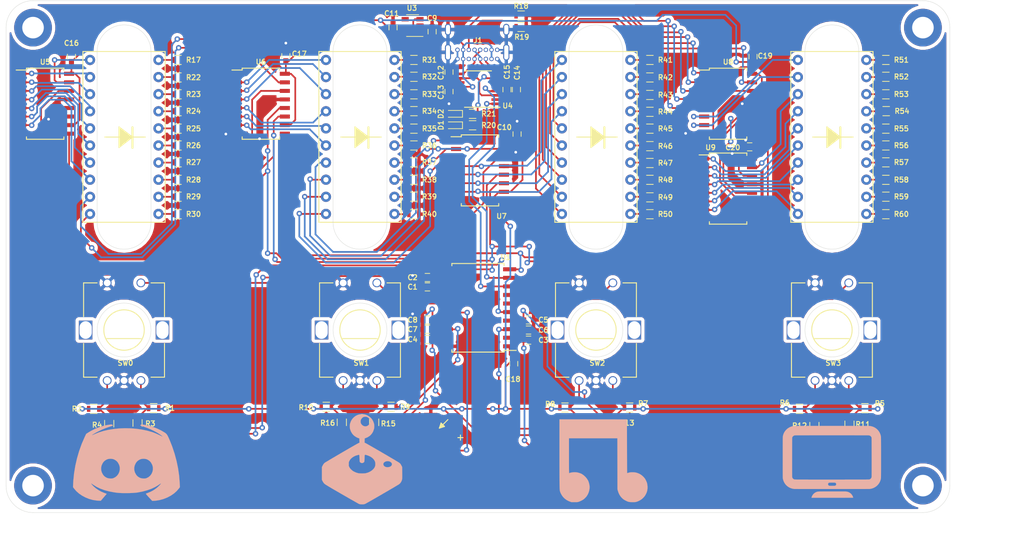
<source format=kicad_pcb>
(kicad_pcb (version 20171130) (host pcbnew "(5.1.5)-3")
  (layers (0 F.Cu signal) (31 B.Cu signal) (34 B.Paste user) (35 F.Paste user) (36 B.SilkS user) (37 F.SilkS user) (38 B.Mask user) (39 F.Mask user) (44 Edge.Cuts user))
  (net 0 "")
  (net 1 GND)
  (net 2 B0)
  (net 3 A0)
  (net 4 B3)
  (net 5 A3)
  (net 6 B2)
  (net 7 A2)
  (net 8 B1)
  (net 9 A1)
  (net 10 +5V)
  (net 11 +3V3)
  (net 12 "Net-(D1-Pad1)")
  (net 13 "Net-(D2-Pad1)")
  (net 14 "Net-(J1-PadA5)")
  (net 15 D+)
  (net 16 D-)
  (net 17 "Net-(J1-PadB5)")
  (net 18 "Net-(R1-Pad2)")
  (net 19 "Net-(R2-Pad2)")
  (net 20 "Net-(R11-Pad2)")
  (net 21 "Net-(R12-Pad2)")
  (net 22 "Net-(R13-Pad2)")
  (net 23 "Net-(R14-Pad2)")
  (net 24 "Net-(R15-Pad2)")
  (net 25 "Net-(R10-Pad2)")
  (net 26 "Net-(R20-Pad2)")
  (net 27 "Net-(R21-Pad2)")
  (net 28 "Net-(U5-Pad9)")
  (net 29 SRCLK)
  (net 30 RCLK)
  (net 31 "Net-(U6-Pad9)")
  (net 32 "Net-(U7-Pad9)")
  (net 33 "Net-(U8-Pad9)")
  (net 34 "Net-(J2-Pad2)")
  (net 35 "Net-(R17-Pad2)")
  (net 36 "Net-(R22-Pad2)")
  (net 37 "Net-(R23-Pad2)")
  (net 38 "Net-(R24-Pad2)")
  (net 39 "Net-(R25-Pad2)")
  (net 40 "Net-(R26-Pad2)")
  (net 41 "Net-(R27-Pad2)")
  (net 42 "Net-(R28-Pad2)")
  (net 43 "Net-(R29-Pad2)")
  (net 44 "Net-(R30-Pad2)")
  (net 45 "Net-(R31-Pad2)")
  (net 46 "Net-(R32-Pad2)")
  (net 47 "Net-(R33-Pad2)")
  (net 48 "Net-(R34-Pad2)")
  (net 49 "Net-(R35-Pad2)")
  (net 50 "Net-(R36-Pad2)")
  (net 51 "Net-(R37-Pad2)")
  (net 52 "Net-(R38-Pad2)")
  (net 53 "Net-(R39-Pad2)")
  (net 54 "Net-(R40-Pad2)")
  (net 55 "Net-(R41-Pad2)")
  (net 56 "Net-(R42-Pad2)")
  (net 57 "Net-(R43-Pad2)")
  (net 58 "Net-(R44-Pad2)")
  (net 59 "Net-(R45-Pad2)")
  (net 60 "Net-(R46-Pad2)")
  (net 61 "Net-(R47-Pad2)")
  (net 62 "Net-(R48-Pad2)")
  (net 63 "Net-(R49-Pad2)")
  (net 64 "Net-(R50-Pad2)")
  (net 65 "Net-(R51-Pad2)")
  (net 66 "Net-(R52-Pad2)")
  (net 67 "Net-(R53-Pad2)")
  (net 68 "Net-(R54-Pad2)")
  (net 69 "Net-(R55-Pad2)")
  (net 70 "Net-(R56-Pad2)")
  (net 71 "Net-(R57-Pad2)")
  (net 72 "Net-(R58-Pad2)")
  (net 73 "Net-(R59-Pad2)")
  (net 74 "Net-(R60-Pad2)")
  (net 75 AVR_TX)
  (net 76 AVR_RX)
  (net 77 SER_IN)
  (net 78 "Net-(U2-Pad10)")
  (net 79 "Net-(U2-Pad9)")
  (net 80 "Net-(U2-Pad8)")
  (net 81 "Net-(U2-Pad7)")
  (net 82 "Net-(U2-Pad6)")
  (net 83 "Net-(U2-Pad5)")
  (net 84 "Net-(U2-Pad4)")
  (net 85 "Net-(U2-Pad3)")
  (net 86 "Net-(U2-Pad2)")
  (net 87 "Net-(U2-Pad1)")
  (net 88 "Net-(U10-Pad6)")
  (net 89 "Net-(U10-Pad5)")
  (net 90 "Net-(U10-Pad4)")
  (net 91 "Net-(U10-Pad3)")
  (net 92 "Net-(U10-Pad2)")
  (net 93 "Net-(U10-Pad1)")
  (net 94 "Net-(U10-Pad7)")
  (net 95 "Net-(U11-Pad4)")
  (net 96 "Net-(U11-Pad3)")
  (net 97 "Net-(U11-Pad2)")
  (net 98 "Net-(U11-Pad1)")
  (net 99 "Net-(U10-Pad10)")
  (net 100 "Net-(U10-Pad9)")
  (net 101 "Net-(U10-Pad8)")
  (net 102 "Net-(U11-Pad6)")
  (net 103 "Net-(U11-Pad7)")
  (net 104 "Net-(U11-Pad8)")
  (net 105 "Net-(U11-Pad9)")
  (net 106 "Net-(U11-Pad10)")
  (net 107 "Net-(U12-Pad1)")
  (net 108 "Net-(U12-Pad2)")
  (net 109 "Net-(U11-Pad5)")
  (net 110 "Net-(U12-Pad3)")
  (net 111 "Net-(U12-Pad10)")
  (net 112 "Net-(U12-Pad9)")
  (net 113 "Net-(U12-Pad8)")
  (net 114 "Net-(U12-Pad7)")
  (net 115 "Net-(U12-Pad6)")
  (net 116 "Net-(U12-Pad5)")
  (net 117 "Net-(U12-Pad4)")
  (net 118 deej_sw_3)
  (net 119 deej_sw_2)
  (net 120 deej_sw_0)
  (net 121 deej_sw_1)
  (module customFoots:computer (layer B.Cu) (at 205 118.4 180)
    (fp_text reference G*** hide)
    (fp_text value LOGO hide)
  )
  (module customFoots:video_games (layer B.Cu) (at 135.5 117.3 180)
    (fp_text reference G*** hide)
    (fp_text value LOGO hide)
  )
  (module customFoots:music (layer B.Cu) (at 170.8 117.4 180)
    (fp_text reference G*** hide)
    (fp_text value LOGO hide)
  )
  (module customFoots:discord (layer B.Cu) (at 100.4 118.2 180)
    (fp_text reference G*** hide)
    (fp_text value LOGO hide)
  )
  (module Capacitors_SMD:C_0603 (layer F.Cu) (at 148.2 62.6 270)
    (fp_text reference C13 (at 0.1 1.2 270) (layer F.SilkS) (effects (font (size 0.75 0.75))))
    (fp_text value 0.1uF)
    (pad 2 smd rect (at 0.75 0 270) (size 0.8 0.75) (layers F.Cu F.Paste F.Mask) (net 1 GND))
    (pad 1 smd rect (at -0.75 0 270) (size 0.8 0.75) (layers F.Cu F.Paste F.Mask) (net 10 +5V))
  )
  (module customFoots:PEC11R-Encoder (layer F.Cu) (at 170 98)
    (fp_text reference SW2 (at 0.2 4.9) (layer F.SilkS) (effects (font (size 0.75 0.75))))
    (fp_text value deej0)
    (pad B thru_hole circle (at 2.5 7.5) (size 1.3 1.3) (drill 1) (layers *.Cu *.Mask) (net 22 "Net-(R13-Pad2)"))
    (pad C thru_hole circle (at 0 7.5) (size 1.3 1.3) (drill 1) (layers *.Cu *.Mask) (net 1 GND))
    (pad A thru_hole circle (at -2.5 7.5) (size 1.3 1.3) (drill 1) (layers *.Cu *.Mask) (net 23 "Net-(R14-Pad2)"))
    (pad S1 thru_hole circle (at -2.5 -7) (size 1.3 1.3) (drill 1) (layers *.Cu *.Mask) (net 1 GND))
    (pad S2 thru_hole circle (at 2.5 -7) (size 1.3 1.3) (drill 1) (layers *.Cu *.Mask) (net 119 deej_sw_2))
    (pad "" thru_hole rect (at -5.7 0) (size 2 2.8) (drill oval 1.8 2.6) (layers *.Cu *.Mask))
    (pad "" thru_hole rect (at 5.7 0) (size 2 2.8) (drill oval 1.8 2.6) (layers *.Cu *.Mask))
  )
  (module customFoots:PEC11R-Encoder (layer F.Cu) (at 205 98)
    (fp_text reference SW3 (at 0.2 4.9) (layer F.SilkS) (effects (font (size 0.75 0.75))))
    (fp_text value deej0)
    (pad B thru_hole circle (at 2.5 7.5) (size 1.3 1.3) (drill 1) (layers *.Cu *.Mask) (net 20 "Net-(R11-Pad2)"))
    (pad C thru_hole circle (at 0 7.5) (size 1.3 1.3) (drill 1) (layers *.Cu *.Mask) (net 1 GND))
    (pad A thru_hole circle (at -2.5 7.5) (size 1.3 1.3) (drill 1) (layers *.Cu *.Mask) (net 21 "Net-(R12-Pad2)"))
    (pad S1 thru_hole circle (at -2.5 -7) (size 1.3 1.3) (drill 1) (layers *.Cu *.Mask) (net 1 GND))
    (pad S2 thru_hole circle (at 2.5 -7) (size 1.3 1.3) (drill 1) (layers *.Cu *.Mask) (net 118 deej_sw_3))
    (pad "" thru_hole rect (at -5.7 0) (size 2 2.8) (drill oval 1.8 2.6) (layers *.Cu *.Mask))
    (pad "" thru_hole rect (at 5.7 0) (size 2 2.8) (drill oval 1.8 2.6) (layers *.Cu *.Mask))
  )
  (module customFoots:PEC11R-Encoder (layer F.Cu) (at 100 98)
    (fp_text reference SW0 (at 0.2 4.9) (layer F.SilkS) (effects (font (size 0.75 0.75))))
    (fp_text value deej0)
    (pad B thru_hole circle (at 2.5 7.5) (size 1.3 1.3) (drill 1) (layers *.Cu *.Mask) (net 18 "Net-(R1-Pad2)"))
    (pad C thru_hole circle (at 0 7.5) (size 1.3 1.3) (drill 1) (layers *.Cu *.Mask) (net 1 GND))
    (pad A thru_hole circle (at -2.5 7.5) (size 1.3 1.3) (drill 1) (layers *.Cu *.Mask) (net 19 "Net-(R2-Pad2)"))
    (pad S1 thru_hole circle (at -2.5 -7) (size 1.3 1.3) (drill 1) (layers *.Cu *.Mask) (net 1 GND))
    (pad S2 thru_hole circle (at 2.5 -7) (size 1.3 1.3) (drill 1) (layers *.Cu *.Mask) (net 120 deej_sw_0))
    (pad "" thru_hole rect (at -5.7 0) (size 2 2.8) (drill oval 1.8 2.6) (layers *.Cu *.Mask))
    (pad "" thru_hole rect (at 5.7 0) (size 2 2.8) (drill oval 1.8 2.6) (layers *.Cu *.Mask))
  )
  (module customFoots:10Segment_LED (layer F.Cu) (at 199.9 57.7)
    (fp_text reference U12 hide)
    (fp_text value 10seg-LED)
    (pad 20 thru_hole circle (at 10.21 0.2) (size 1.524 1.524) (drill 0.762) (layers *.Cu *.Mask) (net 65 "Net-(R51-Pad2)"))
    (pad 19 thru_hole circle (at 10.21 2.74) (size 1.524 1.524) (drill 0.762) (layers *.Cu *.Mask) (net 66 "Net-(R52-Pad2)"))
    (pad 18 thru_hole circle (at 10.21 5.28) (size 1.524 1.524) (drill 0.762) (layers *.Cu *.Mask) (net 67 "Net-(R53-Pad2)"))
    (pad 17 thru_hole circle (at 10.21 7.82) (size 1.524 1.524) (drill 0.762) (layers *.Cu *.Mask) (net 68 "Net-(R54-Pad2)"))
    (pad 16 thru_hole circle (at 10.21 10.36) (size 1.524 1.524) (drill 0.762) (layers *.Cu *.Mask) (net 69 "Net-(R55-Pad2)"))
    (pad 15 thru_hole circle (at 10.21 12.9) (size 1.524 1.524) (drill 0.762) (layers *.Cu *.Mask) (net 70 "Net-(R56-Pad2)"))
    (pad 14 thru_hole circle (at 10.21 15.44) (size 1.524 1.524) (drill 0.762) (layers *.Cu *.Mask) (net 71 "Net-(R57-Pad2)"))
    (pad 13 thru_hole circle (at 10.21 17.98) (size 1.524 1.524) (drill 0.762) (layers *.Cu *.Mask) (net 72 "Net-(R58-Pad2)"))
    (pad 12 thru_hole circle (at 10.21 20.52) (size 1.524 1.524) (drill 0.762) (layers *.Cu *.Mask) (net 73 "Net-(R59-Pad2)"))
    (pad 11 thru_hole circle (at 10.21 23.06) (size 1.524 1.524) (drill 0.762) (layers *.Cu *.Mask) (net 74 "Net-(R60-Pad2)"))
    (pad 10 thru_hole circle (at 0.05 23.06) (size 1.524 1.524) (drill 0.762) (layers *.Cu *.Mask) (net 111 "Net-(U12-Pad10)"))
    (pad 9 thru_hole circle (at 0.05 20.52) (size 1.524 1.524) (drill 0.762) (layers *.Cu *.Mask) (net 112 "Net-(U12-Pad9)"))
    (pad 8 thru_hole circle (at 0.05 17.98) (size 1.524 1.524) (drill 0.762) (layers *.Cu *.Mask) (net 113 "Net-(U12-Pad8)"))
    (pad 7 thru_hole circle (at 0.05 15.44) (size 1.524 1.524) (drill 0.762) (layers *.Cu *.Mask) (net 114 "Net-(U12-Pad7)"))
    (pad 6 thru_hole circle (at 0.05 12.9) (size 1.524 1.524) (drill 0.762) (layers *.Cu *.Mask) (net 115 "Net-(U12-Pad6)"))
    (pad 5 thru_hole circle (at 0.05 10.36) (size 1.524 1.524) (drill 0.762) (layers *.Cu *.Mask) (net 116 "Net-(U12-Pad5)"))
    (pad 4 thru_hole circle (at 0.05 7.82) (size 1.524 1.524) (drill 0.762) (layers *.Cu *.Mask) (net 117 "Net-(U12-Pad4)"))
    (pad 3 thru_hole circle (at 0.05 5.28) (size 1.524 1.524) (drill 0.762) (layers *.Cu *.Mask) (net 110 "Net-(U12-Pad3)"))
    (pad 2 thru_hole circle (at 0.05 2.74) (size 1.524 1.524) (drill 0.762) (layers *.Cu *.Mask) (net 108 "Net-(U12-Pad2)"))
    (pad 1 thru_hole circle (at 0.05 0.2) (size 1.524 1.524) (drill 0.762) (layers *.Cu *.Mask) (net 107 "Net-(U12-Pad1)"))
  )
  (module customFoots:10Segment_LED (layer F.Cu) (at 164.9 57.7)
    (fp_text reference U11 hide)
    (fp_text value 10seg-LED)
    (pad 20 thru_hole circle (at 10.21 0.2) (size 1.524 1.524) (drill 0.762) (layers *.Cu *.Mask) (net 55 "Net-(R41-Pad2)"))
    (pad 19 thru_hole circle (at 10.21 2.74) (size 1.524 1.524) (drill 0.762) (layers *.Cu *.Mask) (net 56 "Net-(R42-Pad2)"))
    (pad 18 thru_hole circle (at 10.21 5.28) (size 1.524 1.524) (drill 0.762) (layers *.Cu *.Mask) (net 57 "Net-(R43-Pad2)"))
    (pad 17 thru_hole circle (at 10.21 7.82) (size 1.524 1.524) (drill 0.762) (layers *.Cu *.Mask) (net 58 "Net-(R44-Pad2)"))
    (pad 16 thru_hole circle (at 10.21 10.36) (size 1.524 1.524) (drill 0.762) (layers *.Cu *.Mask) (net 59 "Net-(R45-Pad2)"))
    (pad 15 thru_hole circle (at 10.21 12.9) (size 1.524 1.524) (drill 0.762) (layers *.Cu *.Mask) (net 60 "Net-(R46-Pad2)"))
    (pad 14 thru_hole circle (at 10.21 15.44) (size 1.524 1.524) (drill 0.762) (layers *.Cu *.Mask) (net 61 "Net-(R47-Pad2)"))
    (pad 13 thru_hole circle (at 10.21 17.98) (size 1.524 1.524) (drill 0.762) (layers *.Cu *.Mask) (net 62 "Net-(R48-Pad2)"))
    (pad 12 thru_hole circle (at 10.21 20.52) (size 1.524 1.524) (drill 0.762) (layers *.Cu *.Mask) (net 63 "Net-(R49-Pad2)"))
    (pad 11 thru_hole circle (at 10.21 23.06) (size 1.524 1.524) (drill 0.762) (layers *.Cu *.Mask) (net 64 "Net-(R50-Pad2)"))
    (pad 10 thru_hole circle (at 0.05 23.06) (size 1.524 1.524) (drill 0.762) (layers *.Cu *.Mask) (net 106 "Net-(U11-Pad10)"))
    (pad 9 thru_hole circle (at 0.05 20.52) (size 1.524 1.524) (drill 0.762) (layers *.Cu *.Mask) (net 105 "Net-(U11-Pad9)"))
    (pad 8 thru_hole circle (at 0.05 17.98) (size 1.524 1.524) (drill 0.762) (layers *.Cu *.Mask) (net 104 "Net-(U11-Pad8)"))
    (pad 7 thru_hole circle (at 0.05 15.44) (size 1.524 1.524) (drill 0.762) (layers *.Cu *.Mask) (net 103 "Net-(U11-Pad7)"))
    (pad 6 thru_hole circle (at 0.05 12.9) (size 1.524 1.524) (drill 0.762) (layers *.Cu *.Mask) (net 102 "Net-(U11-Pad6)"))
    (pad 5 thru_hole circle (at 0.05 10.36) (size 1.524 1.524) (drill 0.762) (layers *.Cu *.Mask) (net 109 "Net-(U11-Pad5)"))
    (pad 4 thru_hole circle (at 0.05 7.82) (size 1.524 1.524) (drill 0.762) (layers *.Cu *.Mask) (net 95 "Net-(U11-Pad4)"))
    (pad 3 thru_hole circle (at 0.05 5.28) (size 1.524 1.524) (drill 0.762) (layers *.Cu *.Mask) (net 96 "Net-(U11-Pad3)"))
    (pad 2 thru_hole circle (at 0.05 2.74) (size 1.524 1.524) (drill 0.762) (layers *.Cu *.Mask) (net 97 "Net-(U11-Pad2)"))
    (pad 1 thru_hole circle (at 0.05 0.2) (size 1.524 1.524) (drill 0.762) (layers *.Cu *.Mask) (net 98 "Net-(U11-Pad1)"))
  )
  (module customFoots:10Segment_LED (layer F.Cu) (at 129.9 57.7)
    (fp_text reference U10 hide)
    (fp_text value 10seg-LED)
    (pad 20 thru_hole circle (at 10.21 0.2) (size 1.524 1.524) (drill 0.762) (layers *.Cu *.Mask) (net 45 "Net-(R31-Pad2)"))
    (pad 19 thru_hole circle (at 10.21 2.74) (size 1.524 1.524) (drill 0.762) (layers *.Cu *.Mask) (net 46 "Net-(R32-Pad2)"))
    (pad 18 thru_hole circle (at 10.21 5.28) (size 1.524 1.524) (drill 0.762) (layers *.Cu *.Mask) (net 47 "Net-(R33-Pad2)"))
    (pad 17 thru_hole circle (at 10.21 7.82) (size 1.524 1.524) (drill 0.762) (layers *.Cu *.Mask) (net 48 "Net-(R34-Pad2)"))
    (pad 16 thru_hole circle (at 10.21 10.36) (size 1.524 1.524) (drill 0.762) (layers *.Cu *.Mask) (net 49 "Net-(R35-Pad2)"))
    (pad 15 thru_hole circle (at 10.21 12.9) (size 1.524 1.524) (drill 0.762) (layers *.Cu *.Mask) (net 50 "Net-(R36-Pad2)"))
    (pad 14 thru_hole circle (at 10.21 15.44) (size 1.524 1.524) (drill 0.762) (layers *.Cu *.Mask) (net 51 "Net-(R37-Pad2)"))
    (pad 13 thru_hole circle (at 10.21 17.98) (size 1.524 1.524) (drill 0.762) (layers *.Cu *.Mask) (net 52 "Net-(R38-Pad2)"))
    (pad 12 thru_hole circle (at 10.21 20.52) (size 1.524 1.524) (drill 0.762) (layers *.Cu *.Mask) (net 53 "Net-(R39-Pad2)"))
    (pad 11 thru_hole circle (at 10.21 23.06) (size 1.524 1.524) (drill 0.762) (layers *.Cu *.Mask) (net 54 "Net-(R40-Pad2)"))
    (pad 10 thru_hole circle (at 0.05 23.06) (size 1.524 1.524) (drill 0.762) (layers *.Cu *.Mask) (net 99 "Net-(U10-Pad10)"))
    (pad 9 thru_hole circle (at 0.05 20.52) (size 1.524 1.524) (drill 0.762) (layers *.Cu *.Mask) (net 100 "Net-(U10-Pad9)"))
    (pad 8 thru_hole circle (at 0.05 17.98) (size 1.524 1.524) (drill 0.762) (layers *.Cu *.Mask) (net 101 "Net-(U10-Pad8)"))
    (pad 7 thru_hole circle (at 0.05 15.44) (size 1.524 1.524) (drill 0.762) (layers *.Cu *.Mask) (net 94 "Net-(U10-Pad7)"))
    (pad 6 thru_hole circle (at 0.05 12.9) (size 1.524 1.524) (drill 0.762) (layers *.Cu *.Mask) (net 88 "Net-(U10-Pad6)"))
    (pad 5 thru_hole circle (at 0.05 10.36) (size 1.524 1.524) (drill 0.762) (layers *.Cu *.Mask) (net 89 "Net-(U10-Pad5)"))
    (pad 4 thru_hole circle (at 0.05 7.82) (size 1.524 1.524) (drill 0.762) (layers *.Cu *.Mask) (net 90 "Net-(U10-Pad4)"))
    (pad 3 thru_hole circle (at 0.05 5.28) (size 1.524 1.524) (drill 0.762) (layers *.Cu *.Mask) (net 91 "Net-(U10-Pad3)"))
    (pad 2 thru_hole circle (at 0.05 2.74) (size 1.524 1.524) (drill 0.762) (layers *.Cu *.Mask) (net 92 "Net-(U10-Pad2)"))
    (pad 1 thru_hole circle (at 0.05 0.2) (size 1.524 1.524) (drill 0.762) (layers *.Cu *.Mask) (net 93 "Net-(U10-Pad1)"))
  )
  (module customFoots:10Segment_LED (layer F.Cu) (at 94.9 57.7)
    (fp_text reference U2 hide)
    (fp_text value 10seg-LED)
    (pad 20 thru_hole circle (at 10.21 0.2) (size 1.524 1.524) (drill 0.762) (layers *.Cu *.Mask) (net 35 "Net-(R17-Pad2)"))
    (pad 19 thru_hole circle (at 10.21 2.74) (size 1.524 1.524) (drill 0.762) (layers *.Cu *.Mask) (net 36 "Net-(R22-Pad2)"))
    (pad 18 thru_hole circle (at 10.21 5.28) (size 1.524 1.524) (drill 0.762) (layers *.Cu *.Mask) (net 37 "Net-(R23-Pad2)"))
    (pad 17 thru_hole circle (at 10.21 7.82) (size 1.524 1.524) (drill 0.762) (layers *.Cu *.Mask) (net 38 "Net-(R24-Pad2)"))
    (pad 16 thru_hole circle (at 10.21 10.36) (size 1.524 1.524) (drill 0.762) (layers *.Cu *.Mask) (net 39 "Net-(R25-Pad2)"))
    (pad 15 thru_hole circle (at 10.21 12.9) (size 1.524 1.524) (drill 0.762) (layers *.Cu *.Mask) (net 40 "Net-(R26-Pad2)"))
    (pad 14 thru_hole circle (at 10.21 15.44) (size 1.524 1.524) (drill 0.762) (layers *.Cu *.Mask) (net 41 "Net-(R27-Pad2)"))
    (pad 13 thru_hole circle (at 10.21 17.98) (size 1.524 1.524) (drill 0.762) (layers *.Cu *.Mask) (net 42 "Net-(R28-Pad2)"))
    (pad 12 thru_hole circle (at 10.21 20.52) (size 1.524 1.524) (drill 0.762) (layers *.Cu *.Mask) (net 43 "Net-(R29-Pad2)"))
    (pad 11 thru_hole circle (at 10.21 23.06) (size 1.524 1.524) (drill 0.762) (layers *.Cu *.Mask) (net 44 "Net-(R30-Pad2)"))
    (pad 10 thru_hole circle (at 0.05 23.06) (size 1.524 1.524) (drill 0.762) (layers *.Cu *.Mask) (net 78 "Net-(U2-Pad10)"))
    (pad 9 thru_hole circle (at 0.05 20.52) (size 1.524 1.524) (drill 0.762) (layers *.Cu *.Mask) (net 79 "Net-(U2-Pad9)"))
    (pad 8 thru_hole circle (at 0.05 17.98) (size 1.524 1.524) (drill 0.762) (layers *.Cu *.Mask) (net 80 "Net-(U2-Pad8)"))
    (pad 7 thru_hole circle (at 0.05 15.44) (size 1.524 1.524) (drill 0.762) (layers *.Cu *.Mask) (net 81 "Net-(U2-Pad7)"))
    (pad 6 thru_hole circle (at 0.05 12.9) (size 1.524 1.524) (drill 0.762) (layers *.Cu *.Mask) (net 82 "Net-(U2-Pad6)"))
    (pad 5 thru_hole circle (at 0.05 10.36) (size 1.524 1.524) (drill 0.762) (layers *.Cu *.Mask) (net 83 "Net-(U2-Pad5)"))
    (pad 4 thru_hole circle (at 0.05 7.82) (size 1.524 1.524) (drill 0.762) (layers *.Cu *.Mask) (net 84 "Net-(U2-Pad4)"))
    (pad 3 thru_hole circle (at 0.05 5.28) (size 1.524 1.524) (drill 0.762) (layers *.Cu *.Mask) (net 85 "Net-(U2-Pad3)"))
    (pad 2 thru_hole circle (at 0.05 2.74) (size 1.524 1.524) (drill 0.762) (layers *.Cu *.Mask) (net 86 "Net-(U2-Pad2)"))
    (pad 1 thru_hole circle (at 0.05 0.2) (size 1.524 1.524) (drill 0.762) (layers *.Cu *.Mask) (net 87 "Net-(U2-Pad1)"))
  )
  (module Capacitors_SMD:C_0603 (layer F.Cu) (at 145 91.6 180)
    (fp_text reference C1 (at 2.2 0) (layer F.SilkS) (effects (font (size 0.75 0.75))))
    (fp_text value 0.1uF)
    (pad 2 smd rect (at 0.75 0 180) (size 0.8 0.75) (layers F.Cu F.Paste F.Mask) (net 1 GND))
    (pad 1 smd rect (at -0.75 0 180) (size 0.8 0.75) (layers F.Cu F.Paste F.Mask) (net 2 B0))
  )
  (module Capacitors_SMD:C_0603 (layer F.Cu) (at 145 90.2 180)
    (fp_text reference C2 (at 2.2 0) (layer F.SilkS) (effects (font (size 0.75 0.75))))
    (fp_text value 0.1uF)
    (pad 2 smd rect (at 0.75 0 180) (size 0.8 0.75) (layers F.Cu F.Paste F.Mask) (net 1 GND))
    (pad 1 smd rect (at -0.75 0 180) (size 0.8 0.75) (layers F.Cu F.Paste F.Mask) (net 3 A0))
  )
  (module Capacitors_SMD:C_0603 (layer F.Cu) (at 160 99.5)
    (fp_text reference C3 (at 2.2 0) (layer F.SilkS) (effects (font (size 0.75 0.75))))
    (fp_text value 0.1uF)
    (pad 2 smd rect (at 0.75 0) (size 0.8 0.75) (layers F.Cu F.Paste F.Mask) (net 1 GND))
    (pad 1 smd rect (at -0.75 0) (size 0.8 0.75) (layers F.Cu F.Paste F.Mask) (net 4 B3))
  )
  (module Capacitors_SMD:C_0603 (layer F.Cu) (at 145 99.4 180)
    (fp_text reference C4 (at 2.2 0) (layer F.SilkS) (effects (font (size 0.75 0.75))))
    (fp_text value 0.1uF)
    (pad 2 smd rect (at 0.75 0 180) (size 0.8 0.75) (layers F.Cu F.Paste F.Mask) (net 1 GND))
    (pad 1 smd rect (at -0.75 0 180) (size 0.8 0.75) (layers F.Cu F.Paste F.Mask) (net 5 A3))
  )
  (module Capacitors_SMD:C_0603 (layer F.Cu) (at 160 96.5)
    (fp_text reference C5 (at 2.2 0) (layer F.SilkS) (effects (font (size 0.75 0.75))))
    (fp_text value 0.1uF)
    (pad 2 smd rect (at 0.75 0) (size 0.8 0.75) (layers F.Cu F.Paste F.Mask) (net 1 GND))
    (pad 1 smd rect (at -0.75 0) (size 0.8 0.75) (layers F.Cu F.Paste F.Mask) (net 6 B2))
  )
  (module Capacitors_SMD:C_0603 (layer F.Cu) (at 160 98)
    (fp_text reference C6 (at 2.2 0) (layer F.SilkS) (effects (font (size 0.75 0.75))))
    (fp_text value 0.1uF)
    (pad 2 smd rect (at 0.75 0) (size 0.8 0.75) (layers F.Cu F.Paste F.Mask) (net 1 GND))
    (pad 1 smd rect (at -0.75 0) (size 0.8 0.75) (layers F.Cu F.Paste F.Mask) (net 7 A2))
  )
  (module Capacitors_SMD:C_0603 (layer F.Cu) (at 145 97.9 180)
    (fp_text reference C7 (at 2.2 0) (layer F.SilkS) (effects (font (size 0.75 0.75))))
    (fp_text value 0.1uF)
    (pad 2 smd rect (at 0.75 0 180) (size 0.8 0.75) (layers F.Cu F.Paste F.Mask) (net 1 GND))
    (pad 1 smd rect (at -0.75 0 180) (size 0.8 0.75) (layers F.Cu F.Paste F.Mask) (net 8 B1))
  )
  (module Capacitors_SMD:C_0603 (layer F.Cu) (at 145 96.5 180)
    (fp_text reference C8 (at 2.2 0) (layer F.SilkS) (effects (font (size 0.75 0.75))))
    (fp_text value 0.1uF)
    (pad 2 smd rect (at 0.75 0 180) (size 0.8 0.75) (layers F.Cu F.Paste F.Mask) (net 1 GND))
    (pad 1 smd rect (at -0.75 0 180) (size 0.8 0.75) (layers F.Cu F.Paste F.Mask) (net 9 A1))
  )
  (module Capacitors_SMD:C_0603 (layer F.Cu) (at 145.7 53.7 90)
    (fp_text reference C9 (at 2 0 180) (layer F.SilkS) (effects (font (size 0.75 0.75))))
    (fp_text value 1uF)
    (pad 2 smd rect (at 0.75 0 90) (size 0.8 0.75) (layers F.Cu F.Paste F.Mask) (net 1 GND))
    (pad 1 smd rect (at -0.75 0 90) (size 0.8 0.75) (layers F.Cu F.Paste F.Mask) (net 10 +5V))
  )
  (module Capacitors_SMD:C_0603 (layer F.Cu) (at 158.3 68.9 90)
    (fp_text reference C10 (at 1 -1.9 180) (layer F.SilkS) (effects (font (size 0.75 0.75))))
    (fp_text value 0.1uF)
    (pad 2 smd rect (at 0.75 0 90) (size 0.8 0.75) (layers F.Cu F.Paste F.Mask) (net 1 GND))
    (pad 1 smd rect (at -0.75 0 90) (size 0.8 0.75) (layers F.Cu F.Paste F.Mask) (net 11 +3V3))
  )
  (module Capacitors_SMD:C_0603 (layer F.Cu) (at 139.9 53.1 90)
    (fp_text reference C11 (at 2.1 -0.2 180) (layer F.SilkS) (effects (font (size 0.75 0.75))))
    (fp_text value 1uF)
    (pad 2 smd rect (at 0.75 0 90) (size 0.8 0.75) (layers F.Cu F.Paste F.Mask) (net 1 GND))
    (pad 1 smd rect (at -0.75 0 90) (size 0.8 0.75) (layers F.Cu F.Paste F.Mask) (net 11 +3V3))
  )
  (module Capacitors_SMD:C_0603 (layer F.Cu) (at 148.2 59.7 90)
    (fp_text reference C12 (at -0.1 -1.2 90) (layer F.SilkS) (effects (font (size 0.75 0.75))))
    (fp_text value 0.1uF)
    (pad 2 smd rect (at 0.75 0 90) (size 0.8 0.75) (layers F.Cu F.Paste F.Mask) (net 1 GND))
    (pad 1 smd rect (at -0.75 0 90) (size 0.8 0.75) (layers F.Cu F.Paste F.Mask) (net 11 +3V3))
  )
  (module Capacitors_SMD:C_0603 (layer F.Cu) (at 158.2 62.3 90)
    (fp_text reference C14 (at 2.5 0.1 270) (layer F.SilkS) (effects (font (size 0.75 0.75))))
    (fp_text value 0.1uF)
    (pad 2 smd rect (at 0.75 0 90) (size 0.8 0.75) (layers F.Cu F.Paste F.Mask) (net 1 GND))
    (pad 1 smd rect (at -0.75 0 90) (size 0.8 0.75) (layers F.Cu F.Paste F.Mask) (net 11 +3V3))
  )
  (module Capacitors_SMD:C_0603 (layer F.Cu) (at 156.8 62.3 90)
    (fp_text reference C15 (at 2.6 0 90) (layer F.SilkS) (effects (font (size 0.75 0.75))))
    (fp_text value 4.7uF)
    (pad 2 smd rect (at 0.75 0 90) (size 0.8 0.75) (layers F.Cu F.Paste F.Mask) (net 1 GND))
    (pad 1 smd rect (at -0.75 0 90) (size 0.8 0.75) (layers F.Cu F.Paste F.Mask) (net 11 +3V3))
  )
  (module Capacitors_SMD:C_0603 (layer F.Cu) (at 92.2 57.4 90)
    (fp_text reference C16 (at 2 0 180) (layer F.SilkS) (effects (font (size 0.75 0.75))))
    (fp_text value 0.1uF)
    (pad 2 smd rect (at 0.75 0 90) (size 0.8 0.75) (layers F.Cu F.Paste F.Mask) (net 1 GND))
    (pad 1 smd rect (at -0.75 0 90) (size 0.8 0.75) (layers F.Cu F.Paste F.Mask) (net 11 +3V3))
  )
  (module Capacitors_SMD:C_0603 (layer F.Cu) (at 124 57.3 90)
    (fp_text reference C17 (at 0.3 2 180) (layer F.SilkS) (effects (font (size 0.75 0.75))))
    (fp_text value 0.1uF)
    (pad 2 smd rect (at 0.75 0 90) (size 0.8 0.75) (layers F.Cu F.Paste F.Mask) (net 1 GND))
    (pad 1 smd rect (at -0.75 0 90) (size 0.8 0.75) (layers F.Cu F.Paste F.Mask) (net 11 +3V3))
  )
  (module Capacitors_SMD:C_0603 (layer F.Cu) (at 157.8 103 270)
    (fp_text reference C18 (at 2.3 0.1 180) (layer F.SilkS) (effects (font (size 0.75 0.75))))
    (fp_text value 0.1uF)
    (pad 2 smd rect (at 0.75 0 270) (size 0.8 0.75) (layers F.Cu F.Paste F.Mask) (net 1 GND))
    (pad 1 smd rect (at -0.75 0 270) (size 0.8 0.75) (layers F.Cu F.Paste F.Mask) (net 11 +3V3))
  )
  (module Capacitors_SMD:C_0603 (layer F.Cu) (at 193.3 57.4 90)
    (fp_text reference C19 (at 0.1 1.8 180) (layer F.SilkS) (effects (font (size 0.75 0.75))))
    (fp_text value 0.1uF)
    (pad 2 smd rect (at 0.75 0 90) (size 0.8 0.75) (layers F.Cu F.Paste F.Mask) (net 1 GND))
    (pad 1 smd rect (at -0.75 0 90) (size 0.8 0.75) (layers F.Cu F.Paste F.Mask) (net 11 +3V3))
  )
  (module Capacitors_SMD:C_0603 (layer F.Cu) (at 192.8 70.8 180)
    (fp_text reference C20 (at 2.5 -0.1) (layer F.SilkS) (effects (font (size 0.75 0.75))))
    (fp_text value 0.1uF)
    (pad 2 smd rect (at 0.75 0 180) (size 0.8 0.75) (layers F.Cu F.Paste F.Mask) (net 1 GND))
    (pad 1 smd rect (at -0.75 0 180) (size 0.8 0.75) (layers F.Cu F.Paste F.Mask) (net 11 +3V3))
  )
  (module LEDs:LED_0603 (layer F.Cu) (at 148.9 67.6 180)
    (fp_text reference D1 (at 1.9 0 90) (layer F.SilkS) (effects (font (size 0.75 0.75))))
    (fp_text value RX)
    (pad 2 smd rect (at 0.8 0) (size 0.8 0.8) (layers F.Cu F.Paste F.Mask) (net 11 +3V3))
    (pad 1 smd rect (at -0.8 0) (size 0.8 0.8) (layers F.Cu F.Paste F.Mask) (net 12 "Net-(D1-Pad1)"))
  )
  (module LEDs:LED_0603 (layer F.Cu) (at 148.9 65.9 180)
    (fp_text reference D2 (at 1.9 0 90) (layer F.SilkS) (effects (font (size 0.75 0.75))))
    (fp_text value TX)
    (pad 2 smd rect (at 0.8 0) (size 0.8 0.8) (layers F.Cu F.Paste F.Mask) (net 11 +3V3))
    (pad 1 smd rect (at -0.8 0) (size 0.8 0.8) (layers F.Cu F.Paste F.Mask) (net 13 "Net-(D2-Pad1)"))
  )
  (module customFoots:USB_C_GCT_ThruHole (layer F.Cu) (at 156.7 56.77 180)
    (fp_text reference J1 (at 4.2 1.77) (layer F.SilkS) (effects (font (size 0.75 0.75))))
    (fp_text value USB_C_Receptacle)
    (pad S1 thru_hole oval (at 8.65 3.38 180) (size 0.9 1.7) (drill oval 0.6 1.4) (layers *.Cu *.Mask) (net 1 GND))
    (pad S1 thru_hole oval (at 0 3.38 180) (size 0.9 1.7) (drill oval 0.6 1.4) (layers *.Cu *.Mask) (net 1 GND))
    (pad S1 thru_hole oval (at 8.65 0 180) (size 0.9 2.4) (drill oval 0.6 2.1) (layers *.Cu *.Mask) (net 1 GND))
    (pad S1 thru_hole oval (at 0 0 180) (size 0.9 2.4) (drill oval 0.6 2.1) (layers *.Cu *.Mask) (net 1 GND))
    (pad B5 thru_hole circle (at 5.56 0.37 180) (size 0.65 0.65) (drill 0.4) (layers *.Cu *.Mask) (net 17 "Net-(J1-PadB5)"))
    (pad A8 thru_hole circle (at 5.56 -0.98 180) (size 0.65 0.65) (drill 0.4) (layers *.Cu *.Mask))
    (pad B1 thru_hole circle (at 7.24 0.37 180) (size 0.65 0.65) (drill 0.4) (layers *.Cu *.Mask) (net 1 GND))
    (pad B4 thru_hole circle (at 6.4 0.37 180) (size 0.65 0.65) (drill 0.4) (layers *.Cu *.Mask) (net 10 +5V))
    (pad B6 thru_hole circle (at 4.71 0.37 180) (size 0.65 0.65) (drill 0.4) (layers *.Cu *.Mask) (net 15 D+))
    (pad B7 thru_hole circle (at 3.87 0.37 180) (size 0.65 0.65) (drill 0.4) (layers *.Cu *.Mask) (net 16 D-))
    (pad B8 thru_hole circle (at 3.03 0.37 180) (size 0.65 0.65) (drill 0.4) (layers *.Cu *.Mask))
    (pad B9 thru_hole circle (at 2.19 0.37 180) (size 0.65 0.65) (drill 0.4) (layers *.Cu *.Mask) (net 10 +5V))
    (pad B12 thru_hole circle (at 1.35 0.37 180) (size 0.65 0.65) (drill 0.4) (layers *.Cu *.Mask) (net 1 GND))
    (pad A12 thru_hole circle (at 7.24 -0.98 180) (size 0.65 0.65) (drill 0.4) (layers *.Cu *.Mask) (net 1 GND))
    (pad A9 thru_hole circle (at 6.4 -0.98 180) (size 0.65 0.65) (drill 0.4) (layers *.Cu *.Mask) (net 10 +5V))
    (pad A7 thru_hole circle (at 4.71 -0.98 180) (size 0.65 0.65) (drill 0.4) (layers *.Cu *.Mask) (net 16 D-))
    (pad A6 thru_hole circle (at 3.87 -0.98 180) (size 0.65 0.65) (drill 0.4) (layers *.Cu *.Mask) (net 15 D+))
    (pad A5 thru_hole circle (at 3.03 -0.98 180) (size 0.65 0.65) (drill 0.4) (layers *.Cu *.Mask) (net 14 "Net-(J1-PadA5)"))
    (pad A4 thru_hole circle (at 2.19 -0.98 180) (size 0.65 0.65) (drill 0.4) (layers *.Cu *.Mask) (net 10 +5V))
    (pad A1 thru_hole circle (at 1.35 -0.98 180) (size 0.65 0.65) (drill 0.4) (layers *.Cu *.Mask) (net 1 GND))
  )
  (module Resistors_SMD:R_0603 (layer F.Cu) (at 104.4 109.6 180)
    (fp_text reference R1 (at -2.4 0) (layer F.SilkS) (effects (font (size 0.75 0.75))))
    (fp_text value 10k)
    (pad 1 smd rect (at -0.75 0 180) (size 0.5 0.9) (layers F.Cu F.Paste F.Mask) (net 11 +3V3))
    (pad 2 smd rect (at 0.75 0 180) (size 0.5 0.9) (layers F.Cu F.Paste F.Mask) (net 18 "Net-(R1-Pad2)"))
  )
  (module Resistors_SMD:R_0603 (layer F.Cu) (at 95.5 109.7)
    (fp_text reference R2 (at -2.5 0) (layer F.SilkS) (effects (font (size 0.75 0.75))))
    (fp_text value 10k)
    (pad 1 smd rect (at -0.75 0) (size 0.5 0.9) (layers F.Cu F.Paste F.Mask) (net 11 +3V3))
    (pad 2 smd rect (at 0.75 0) (size 0.5 0.9) (layers F.Cu F.Paste F.Mask) (net 19 "Net-(R2-Pad2)"))
  )
  (module Resistors_SMD:R_0603 (layer F.Cu) (at 102 111.8 90)
    (fp_text reference R3 (at -0.1 1.9 180) (layer F.SilkS) (effects (font (size 0.75 0.75))))
    (fp_text value 10k)
    (pad 1 smd rect (at -0.75 0 90) (size 0.5 0.9) (layers F.Cu F.Paste F.Mask) (net 2 B0))
    (pad 2 smd rect (at 0.75 0 90) (size 0.5 0.9) (layers F.Cu F.Paste F.Mask) (net 18 "Net-(R1-Pad2)"))
  )
  (module Resistors_SMD:R_0603 (layer F.Cu) (at 97.8 111.9 90)
    (fp_text reference R4 (at -0.2 -1.8 180) (layer F.SilkS) (effects (font (size 0.75 0.75))))
    (fp_text value 10k)
    (pad 1 smd rect (at -0.75 0 90) (size 0.5 0.9) (layers F.Cu F.Paste F.Mask) (net 3 A0))
    (pad 2 smd rect (at 0.75 0 90) (size 0.5 0.9) (layers F.Cu F.Paste F.Mask) (net 19 "Net-(R2-Pad2)"))
  )
  (module Resistors_SMD:R_0603 (layer F.Cu) (at 209.9 109.6 180)
    (fp_text reference R5 (at -2.2 0.7) (layer F.SilkS) (effects (font (size 0.75 0.75))))
    (fp_text value 10k)
    (pad 1 smd rect (at -0.75 0 180) (size 0.5 0.9) (layers F.Cu F.Paste F.Mask) (net 11 +3V3))
    (pad 2 smd rect (at 0.75 0 180) (size 0.5 0.9) (layers F.Cu F.Paste F.Mask) (net 20 "Net-(R11-Pad2)"))
  )
  (module Resistors_SMD:R_0603 (layer F.Cu) (at 200.2 109.7)
    (fp_text reference R6 (at -2.2 -0.9) (layer F.SilkS) (effects (font (size 0.75 0.75))))
    (fp_text value 10k)
    (pad 1 smd rect (at -0.75 0) (size 0.5 0.9) (layers F.Cu F.Paste F.Mask) (net 11 +3V3))
    (pad 2 smd rect (at 0.75 0) (size 0.5 0.9) (layers F.Cu F.Paste F.Mask) (net 21 "Net-(R12-Pad2)"))
  )
  (module Resistors_SMD:R_0603 (layer F.Cu) (at 175 109.5 180)
    (fp_text reference R7 (at -2 0.6) (layer F.SilkS) (effects (font (size 0.75 0.75))))
    (fp_text value 10k)
    (pad 1 smd rect (at -0.75 0 180) (size 0.5 0.9) (layers F.Cu F.Paste F.Mask) (net 11 +3V3))
    (pad 2 smd rect (at 0.75 0 180) (size 0.5 0.9) (layers F.Cu F.Paste F.Mask) (net 22 "Net-(R13-Pad2)"))
  )
  (module Resistors_SMD:R_0603 (layer F.Cu) (at 165.4 109.5)
    (fp_text reference R8 (at -2.2 -0.5) (layer F.SilkS) (effects (font (size 0.75 0.75))))
    (fp_text value 10k)
    (pad 1 smd rect (at -0.75 0) (size 0.5 0.9) (layers F.Cu F.Paste F.Mask) (net 11 +3V3))
    (pad 2 smd rect (at 0.75 0) (size 0.5 0.9) (layers F.Cu F.Paste F.Mask) (net 23 "Net-(R14-Pad2)"))
  )
  (module Resistors_SMD:R_0603 (layer F.Cu) (at 139.6 109.4 180)
    (fp_text reference R9 (at -2.1 0) (layer F.SilkS) (effects (font (size 0.75 0.75))))
    (fp_text value 10k)
    (pad 1 smd rect (at -0.75 0 180) (size 0.5 0.9) (layers F.Cu F.Paste F.Mask) (net 11 +3V3))
    (pad 2 smd rect (at 0.75 0 180) (size 0.5 0.9) (layers F.Cu F.Paste F.Mask) (net 24 "Net-(R15-Pad2)"))
  )
  (module Resistors_SMD:R_0603 (layer F.Cu) (at 130 109.4)
    (fp_text reference R10 (at -3 0.1) (layer F.SilkS) (effects (font (size 0.75 0.75))))
    (fp_text value 10k)
    (pad 1 smd rect (at -0.75 0) (size 0.5 0.9) (layers F.Cu F.Paste F.Mask) (net 11 +3V3))
    (pad 2 smd rect (at 0.75 0) (size 0.5 0.9) (layers F.Cu F.Paste F.Mask) (net 25 "Net-(R10-Pad2)"))
  )
  (module Resistors_SMD:R_0603 (layer F.Cu) (at 207.6 112 90)
    (fp_text reference R11 (at 0 2 180) (layer F.SilkS) (effects (font (size 0.75 0.75))))
    (fp_text value 10k)
    (pad 1 smd rect (at -0.75 0 90) (size 0.5 0.9) (layers F.Cu F.Paste F.Mask) (net 4 B3))
    (pad 2 smd rect (at 0.75 0 90) (size 0.5 0.9) (layers F.Cu F.Paste F.Mask) (net 20 "Net-(R11-Pad2)"))
  )
  (module Resistors_SMD:R_0603 (layer F.Cu) (at 202.4 112.2 90)
    (fp_text reference R12 (at 0 -2.2 180) (layer F.SilkS) (effects (font (size 0.75 0.75))))
    (fp_text value 10k)
    (pad 1 smd rect (at -0.75 0 90) (size 0.5 0.9) (layers F.Cu F.Paste F.Mask) (net 5 A3))
    (pad 2 smd rect (at 0.75 0 90) (size 0.5 0.9) (layers F.Cu F.Paste F.Mask) (net 21 "Net-(R12-Pad2)"))
  )
  (module Resistors_SMD:R_0603 (layer F.Cu) (at 172.5 111.9 90)
    (fp_text reference R13 (at 0.1 2.1 180) (layer F.SilkS) (effects (font (size 0.75 0.75))))
    (fp_text value 10k)
    (pad 1 smd rect (at -0.75 0 90) (size 0.5 0.9) (layers F.Cu F.Paste F.Mask) (net 6 B2))
    (pad 2 smd rect (at 0.75 0 90) (size 0.5 0.9) (layers F.Cu F.Paste F.Mask) (net 22 "Net-(R13-Pad2)"))
  )
  (module Resistors_SMD:R_0603 (layer F.Cu) (at 167.6 111.9 90)
    (fp_text reference R14 (at 0 -2 180) (layer F.SilkS) (effects (font (size 0.75 0.75))))
    (fp_text value 10k)
    (pad 1 smd rect (at -0.75 0 90) (size 0.5 0.9) (layers F.Cu F.Paste F.Mask) (net 7 A2))
    (pad 2 smd rect (at 0.75 0 90) (size 0.5 0.9) (layers F.Cu F.Paste F.Mask) (net 23 "Net-(R14-Pad2)"))
  )
  (module Resistors_SMD:R_0603 (layer F.Cu) (at 137.1 111.7 90)
    (fp_text reference R15 (at -0.2 2.1 180) (layer F.SilkS) (effects (font (size 0.75 0.75))))
    (fp_text value 10k)
    (pad 1 smd rect (at -0.75 0 90) (size 0.5 0.9) (layers F.Cu F.Paste F.Mask) (net 8 B1))
    (pad 2 smd rect (at 0.75 0 90) (size 0.5 0.9) (layers F.Cu F.Paste F.Mask) (net 24 "Net-(R15-Pad2)"))
  )
  (module Resistors_SMD:R_0603 (layer F.Cu) (at 132.3 111.7 90)
    (fp_text reference R16 (at -0.1 -2.1 180) (layer F.SilkS) (effects (font (size 0.75 0.75))))
    (fp_text value 10k)
    (pad 1 smd rect (at -0.75 0 90) (size 0.5 0.9) (layers F.Cu F.Paste F.Mask) (net 9 A1))
    (pad 2 smd rect (at 0.75 0 90) (size 0.5 0.9) (layers F.Cu F.Paste F.Mask) (net 25 "Net-(R10-Pad2)"))
  )
  (module Resistors_SMD:R_0603 (layer F.Cu) (at 108 57.9 180)
    (fp_text reference R17 (at -2.3 0) (layer F.SilkS) (effects (font (size 0.75 0.75))))
    (fp_text value 1k)
    (pad 1 smd rect (at -0.75 0 180) (size 0.5 0.9) (layers F.Cu F.Paste F.Mask) (net 1 GND))
    (pad 2 smd rect (at 0.75 0 180) (size 0.5 0.9) (layers F.Cu F.Paste F.Mask) (net 35 "Net-(R17-Pad2)"))
  )
  (module Resistors_SMD:R_0603 (layer F.Cu) (at 158.9 51.3)
    (fp_text reference R18 (at 0 -1.4) (layer F.SilkS) (effects (font (size 0.75 0.75))))
    (fp_text value 5.1k)
    (pad 1 smd rect (at -0.75 0) (size 0.5 0.9) (layers F.Cu F.Paste F.Mask) (net 17 "Net-(J1-PadB5)"))
    (pad 2 smd rect (at 0.75 0) (size 0.5 0.9) (layers F.Cu F.Paste F.Mask) (net 1 GND))
  )
  (module Resistors_SMD:R_0603 (layer F.Cu) (at 158.9 53)
    (fp_text reference R19 (at 0.1 1.5) (layer F.SilkS) (effects (font (size 0.75 0.75))))
    (fp_text value 5.1k)
    (pad 1 smd rect (at -0.75 0) (size 0.5 0.9) (layers F.Cu F.Paste F.Mask) (net 14 "Net-(J1-PadA5)"))
    (pad 2 smd rect (at 0.75 0) (size 0.5 0.9) (layers F.Cu F.Paste F.Mask) (net 1 GND))
  )
  (module Resistors_SMD:R_0603 (layer F.Cu) (at 151.7 67.6)
    (fp_text reference R20 (at 2.4 0) (layer F.SilkS) (effects (font (size 0.75 0.75))))
    (fp_text value 1k)
    (pad 1 smd rect (at -0.75 0) (size 0.5 0.9) (layers F.Cu F.Paste F.Mask) (net 12 "Net-(D1-Pad1)"))
    (pad 2 smd rect (at 0.75 0) (size 0.5 0.9) (layers F.Cu F.Paste F.Mask) (net 26 "Net-(R20-Pad2)"))
  )
  (module Resistors_SMD:R_0603 (layer F.Cu) (at 151.7 65.9)
    (fp_text reference R21 (at 2.4 0) (layer F.SilkS) (effects (font (size 0.75 0.75))))
    (fp_text value 1k)
    (pad 1 smd rect (at -0.75 0) (size 0.5 0.9) (layers F.Cu F.Paste F.Mask) (net 13 "Net-(D2-Pad1)"))
    (pad 2 smd rect (at 0.75 0) (size 0.5 0.9) (layers F.Cu F.Paste F.Mask) (net 27 "Net-(R21-Pad2)"))
  )
  (module Resistors_SMD:R_0603 (layer F.Cu) (at 108 60.5 180)
    (fp_text reference R22 (at -2.3 0) (layer F.SilkS) (effects (font (size 0.75 0.75))))
    (fp_text value 1k)
    (pad 1 smd rect (at -0.75 0 180) (size 0.5 0.9) (layers F.Cu F.Paste F.Mask) (net 1 GND))
    (pad 2 smd rect (at 0.75 0 180) (size 0.5 0.9) (layers F.Cu F.Paste F.Mask) (net 36 "Net-(R22-Pad2)"))
  )
  (module Resistors_SMD:R_0603 (layer F.Cu) (at 108 63 180)
    (fp_text reference R23 (at -2.3 0) (layer F.SilkS) (effects (font (size 0.75 0.75))))
    (fp_text value 1k)
    (pad 1 smd rect (at -0.75 0 180) (size 0.5 0.9) (layers F.Cu F.Paste F.Mask) (net 1 GND))
    (pad 2 smd rect (at 0.75 0 180) (size 0.5 0.9) (layers F.Cu F.Paste F.Mask) (net 37 "Net-(R23-Pad2)"))
  )
  (module Resistors_SMD:R_0603 (layer F.Cu) (at 108 65.5 180)
    (fp_text reference R24 (at -2.3 0) (layer F.SilkS) (effects (font (size 0.75 0.75))))
    (fp_text value 1k)
    (pad 1 smd rect (at -0.75 0 180) (size 0.5 0.9) (layers F.Cu F.Paste F.Mask) (net 1 GND))
    (pad 2 smd rect (at 0.75 0 180) (size 0.5 0.9) (layers F.Cu F.Paste F.Mask) (net 38 "Net-(R24-Pad2)"))
  )
  (module Resistors_SMD:R_0603 (layer F.Cu) (at 108 68.1 180)
    (fp_text reference R25 (at -2.3 0) (layer F.SilkS) (effects (font (size 0.75 0.75))))
    (fp_text value 1k)
    (pad 1 smd rect (at -0.75 0 180) (size 0.5 0.9) (layers F.Cu F.Paste F.Mask) (net 1 GND))
    (pad 2 smd rect (at 0.75 0 180) (size 0.5 0.9) (layers F.Cu F.Paste F.Mask) (net 39 "Net-(R25-Pad2)"))
  )
  (module Resistors_SMD:R_0603 (layer F.Cu) (at 108 70.6 180)
    (fp_text reference R26 (at -2.3 0) (layer F.SilkS) (effects (font (size 0.75 0.75))))
    (fp_text value 1k)
    (pad 1 smd rect (at -0.75 0 180) (size 0.5 0.9) (layers F.Cu F.Paste F.Mask) (net 1 GND))
    (pad 2 smd rect (at 0.75 0 180) (size 0.5 0.9) (layers F.Cu F.Paste F.Mask) (net 40 "Net-(R26-Pad2)"))
  )
  (module Resistors_SMD:R_0603 (layer F.Cu) (at 108 73.1 180)
    (fp_text reference R27 (at -2.3 0) (layer F.SilkS) (effects (font (size 0.75 0.75))))
    (fp_text value 1k)
    (pad 1 smd rect (at -0.75 0 180) (size 0.5 0.9) (layers F.Cu F.Paste F.Mask) (net 1 GND))
    (pad 2 smd rect (at 0.75 0 180) (size 0.5 0.9) (layers F.Cu F.Paste F.Mask) (net 41 "Net-(R27-Pad2)"))
  )
  (module Resistors_SMD:R_0603 (layer F.Cu) (at 108 75.7 180)
    (fp_text reference R28 (at -2.3 0) (layer F.SilkS) (effects (font (size 0.75 0.75))))
    (fp_text value 1k)
    (pad 1 smd rect (at -0.75 0 180) (size 0.5 0.9) (layers F.Cu F.Paste F.Mask) (net 1 GND))
    (pad 2 smd rect (at 0.75 0 180) (size 0.5 0.9) (layers F.Cu F.Paste F.Mask) (net 42 "Net-(R28-Pad2)"))
  )
  (module Resistors_SMD:R_0603 (layer F.Cu) (at 108 78.2 180)
    (fp_text reference R29 (at -2.3 0) (layer F.SilkS) (effects (font (size 0.75 0.75))))
    (fp_text value 1k)
    (pad 1 smd rect (at -0.75 0 180) (size 0.5 0.9) (layers F.Cu F.Paste F.Mask) (net 1 GND))
    (pad 2 smd rect (at 0.75 0 180) (size 0.5 0.9) (layers F.Cu F.Paste F.Mask) (net 43 "Net-(R29-Pad2)"))
  )
  (module Resistors_SMD:R_0603 (layer F.Cu) (at 108 80.8 180)
    (fp_text reference R30 (at -2.3 0) (layer F.SilkS) (effects (font (size 0.75 0.75))))
    (fp_text value 1k)
    (pad 1 smd rect (at -0.75 0 180) (size 0.5 0.9) (layers F.Cu F.Paste F.Mask) (net 1 GND))
    (pad 2 smd rect (at 0.75 0 180) (size 0.5 0.9) (layers F.Cu F.Paste F.Mask) (net 44 "Net-(R30-Pad2)"))
  )
  (module Resistors_SMD:R_0603 (layer F.Cu) (at 143 57.9 180)
    (fp_text reference R31 (at -2.3 0) (layer F.SilkS) (effects (font (size 0.75 0.75))))
    (fp_text value 1k)
    (pad 1 smd rect (at -0.75 0 180) (size 0.5 0.9) (layers F.Cu F.Paste F.Mask) (net 1 GND))
    (pad 2 smd rect (at 0.75 0 180) (size 0.5 0.9) (layers F.Cu F.Paste F.Mask) (net 45 "Net-(R31-Pad2)"))
  )
  (module Resistors_SMD:R_0603 (layer F.Cu) (at 143 60.4 180)
    (fp_text reference R32 (at -2.3 0) (layer F.SilkS) (effects (font (size 0.75 0.75))))
    (fp_text value 1k)
    (pad 1 smd rect (at -0.75 0 180) (size 0.5 0.9) (layers F.Cu F.Paste F.Mask) (net 1 GND))
    (pad 2 smd rect (at 0.75 0 180) (size 0.5 0.9) (layers F.Cu F.Paste F.Mask) (net 46 "Net-(R32-Pad2)"))
  )
  (module Resistors_SMD:R_0603 (layer F.Cu) (at 143 63 180)
    (fp_text reference R33 (at -2.3 0) (layer F.SilkS) (effects (font (size 0.75 0.75))))
    (fp_text value 1k)
    (pad 1 smd rect (at -0.75 0 180) (size 0.5 0.9) (layers F.Cu F.Paste F.Mask) (net 1 GND))
    (pad 2 smd rect (at 0.75 0 180) (size 0.5 0.9) (layers F.Cu F.Paste F.Mask) (net 47 "Net-(R33-Pad2)"))
  )
  (module Resistors_SMD:R_0603 (layer F.Cu) (at 143 65.5 180)
    (fp_text reference R34 (at -2.3 0) (layer F.SilkS) (effects (font (size 0.75 0.75))))
    (fp_text value 1k)
    (pad 1 smd rect (at -0.75 0 180) (size 0.5 0.9) (layers F.Cu F.Paste F.Mask) (net 1 GND))
    (pad 2 smd rect (at 0.75 0 180) (size 0.5 0.9) (layers F.Cu F.Paste F.Mask) (net 48 "Net-(R34-Pad2)"))
  )
  (module Resistors_SMD:R_0603 (layer F.Cu) (at 143 68.1 180)
    (fp_text reference R35 (at -2.3 0 180) (layer F.SilkS) (effects (font (size 0.75 0.75))))
    (fp_text value 1k)
    (pad 1 smd rect (at -0.75 0 180) (size 0.5 0.9) (layers F.Cu F.Paste F.Mask) (net 1 GND))
    (pad 2 smd rect (at 0.75 0 180) (size 0.5 0.9) (layers F.Cu F.Paste F.Mask) (net 49 "Net-(R35-Pad2)"))
  )
  (module Resistors_SMD:R_0603 (layer F.Cu) (at 143 70.6 180)
    (fp_text reference R36 (at -2.3 0 180) (layer F.SilkS) (effects (font (size 0.75 0.75))))
    (fp_text value 1k)
    (pad 1 smd rect (at -0.75 0 180) (size 0.5 0.9) (layers F.Cu F.Paste F.Mask) (net 1 GND))
    (pad 2 smd rect (at 0.75 0 180) (size 0.5 0.9) (layers F.Cu F.Paste F.Mask) (net 50 "Net-(R36-Pad2)"))
  )
  (module Resistors_SMD:R_0603 (layer F.Cu) (at 143 73.1 180)
    (fp_text reference R37 (at -2.3 0) (layer F.SilkS) (effects (font (size 0.75 0.75))))
    (fp_text value 1k)
    (pad 1 smd rect (at -0.75 0 180) (size 0.5 0.9) (layers F.Cu F.Paste F.Mask) (net 1 GND))
    (pad 2 smd rect (at 0.75 0 180) (size 0.5 0.9) (layers F.Cu F.Paste F.Mask) (net 51 "Net-(R37-Pad2)"))
  )
  (module Resistors_SMD:R_0603 (layer F.Cu) (at 143 75.7 180)
    (fp_text reference R38 (at -2.3 0) (layer F.SilkS) (effects (font (size 0.75 0.75))))
    (fp_text value 1k)
    (pad 1 smd rect (at -0.75 0 180) (size 0.5 0.9) (layers F.Cu F.Paste F.Mask) (net 1 GND))
    (pad 2 smd rect (at 0.75 0 180) (size 0.5 0.9) (layers F.Cu F.Paste F.Mask) (net 52 "Net-(R38-Pad2)"))
  )
  (module Resistors_SMD:R_0603 (layer F.Cu) (at 143 78.2 180)
    (fp_text reference R39 (at -2.3 0) (layer F.SilkS) (effects (font (size 0.75 0.75))))
    (fp_text value 1k)
    (pad 1 smd rect (at -0.75 0 180) (size 0.5 0.9) (layers F.Cu F.Paste F.Mask) (net 1 GND))
    (pad 2 smd rect (at 0.75 0 180) (size 0.5 0.9) (layers F.Cu F.Paste F.Mask) (net 53 "Net-(R39-Pad2)"))
  )
  (module Resistors_SMD:R_0603 (layer F.Cu) (at 143 80.8 180)
    (fp_text reference R40 (at -2.3 0) (layer F.SilkS) (effects (font (size 0.75 0.75))))
    (fp_text value 1k)
    (pad 1 smd rect (at -0.75 0 180) (size 0.5 0.9) (layers F.Cu F.Paste F.Mask) (net 1 GND))
    (pad 2 smd rect (at 0.75 0 180) (size 0.5 0.9) (layers F.Cu F.Paste F.Mask) (net 54 "Net-(R40-Pad2)"))
  )
  (module Resistors_SMD:R_0603 (layer F.Cu) (at 178 57.9 180)
    (fp_text reference R41 (at -2.3 0) (layer F.SilkS) (effects (font (size 0.75 0.75))))
    (fp_text value 1k)
    (pad 1 smd rect (at -0.75 0 180) (size 0.5 0.9) (layers F.Cu F.Paste F.Mask) (net 1 GND))
    (pad 2 smd rect (at 0.75 0 180) (size 0.5 0.9) (layers F.Cu F.Paste F.Mask) (net 55 "Net-(R41-Pad2)"))
  )
  (module Resistors_SMD:R_0603 (layer F.Cu) (at 178 60.5 180)
    (fp_text reference R42 (at -2.3 0) (layer F.SilkS) (effects (font (size 0.75 0.75))))
    (fp_text value 1k)
    (pad 1 smd rect (at -0.75 0 180) (size 0.5 0.9) (layers F.Cu F.Paste F.Mask) (net 1 GND))
    (pad 2 smd rect (at 0.75 0 180) (size 0.5 0.9) (layers F.Cu F.Paste F.Mask) (net 56 "Net-(R42-Pad2)"))
  )
  (module Resistors_SMD:R_0603 (layer F.Cu) (at 178 63.1 180)
    (fp_text reference R43 (at -2.3 0) (layer F.SilkS) (effects (font (size 0.75 0.75))))
    (fp_text value 1k)
    (pad 1 smd rect (at -0.75 0 180) (size 0.5 0.9) (layers F.Cu F.Paste F.Mask) (net 1 GND))
    (pad 2 smd rect (at 0.75 0 180) (size 0.5 0.9) (layers F.Cu F.Paste F.Mask) (net 57 "Net-(R43-Pad2)"))
  )
  (module Resistors_SMD:R_0603 (layer F.Cu) (at 178 65.6 180)
    (fp_text reference R44 (at -2.3 0) (layer F.SilkS) (effects (font (size 0.75 0.75))))
    (fp_text value 1k)
    (pad 1 smd rect (at -0.75 0 180) (size 0.5 0.9) (layers F.Cu F.Paste F.Mask) (net 1 GND))
    (pad 2 smd rect (at 0.75 0 180) (size 0.5 0.9) (layers F.Cu F.Paste F.Mask) (net 58 "Net-(R44-Pad2)"))
  )
  (module Resistors_SMD:R_0603 (layer F.Cu) (at 178 68.1 180)
    (fp_text reference R45 (at -2.3 0) (layer F.SilkS) (effects (font (size 0.75 0.75))))
    (fp_text value 1k)
    (pad 1 smd rect (at -0.75 0 180) (size 0.5 0.9) (layers F.Cu F.Paste F.Mask) (net 1 GND))
    (pad 2 smd rect (at 0.75 0 180) (size 0.5 0.9) (layers F.Cu F.Paste F.Mask) (net 59 "Net-(R45-Pad2)"))
  )
  (module Resistors_SMD:R_0603 (layer F.Cu) (at 178 70.7 180)
    (fp_text reference R46 (at -2.3 0) (layer F.SilkS) (effects (font (size 0.75 0.75))))
    (fp_text value 1k)
    (pad 1 smd rect (at -0.75 0 180) (size 0.5 0.9) (layers F.Cu F.Paste F.Mask) (net 1 GND))
    (pad 2 smd rect (at 0.75 0 180) (size 0.5 0.9) (layers F.Cu F.Paste F.Mask) (net 60 "Net-(R46-Pad2)"))
  )
  (module Resistors_SMD:R_0603 (layer F.Cu) (at 178 73.2 180)
    (fp_text reference R47 (at -2.3 0) (layer F.SilkS) (effects (font (size 0.75 0.75))))
    (fp_text value 1k)
    (pad 1 smd rect (at -0.75 0 180) (size 0.5 0.9) (layers F.Cu F.Paste F.Mask) (net 1 GND))
    (pad 2 smd rect (at 0.75 0 180) (size 0.5 0.9) (layers F.Cu F.Paste F.Mask) (net 61 "Net-(R47-Pad2)"))
  )
  (module Resistors_SMD:R_0603 (layer F.Cu) (at 178 75.7 180)
    (fp_text reference R48 (at -2.3 0) (layer F.SilkS) (effects (font (size 0.75 0.75))))
    (fp_text value 1k)
    (pad 1 smd rect (at -0.75 0 180) (size 0.5 0.9) (layers F.Cu F.Paste F.Mask) (net 1 GND))
    (pad 2 smd rect (at 0.75 0 180) (size 0.5 0.9) (layers F.Cu F.Paste F.Mask) (net 62 "Net-(R48-Pad2)"))
  )
  (module Resistors_SMD:R_0603 (layer F.Cu) (at 178 78.3 180)
    (fp_text reference R49 (at -2.3 0) (layer F.SilkS) (effects (font (size 0.75 0.75))))
    (fp_text value 1k)
    (pad 1 smd rect (at -0.75 0 180) (size 0.5 0.9) (layers F.Cu F.Paste F.Mask) (net 1 GND))
    (pad 2 smd rect (at 0.75 0 180) (size 0.5 0.9) (layers F.Cu F.Paste F.Mask) (net 63 "Net-(R49-Pad2)"))
  )
  (module Resistors_SMD:R_0603 (layer F.Cu) (at 178 80.8 180)
    (fp_text reference R50 (at -2.3 0) (layer F.SilkS) (effects (font (size 0.75 0.75))))
    (fp_text value 1k)
    (pad 1 smd rect (at -0.75 0 180) (size 0.5 0.9) (layers F.Cu F.Paste F.Mask) (net 1 GND))
    (pad 2 smd rect (at 0.75 0 180) (size 0.5 0.9) (layers F.Cu F.Paste F.Mask) (net 64 "Net-(R50-Pad2)"))
  )
  (module Resistors_SMD:R_0603 (layer F.Cu) (at 213 57.9 180)
    (fp_text reference R51 (at -2.3 0) (layer F.SilkS) (effects (font (size 0.75 0.75))))
    (fp_text value 1k)
    (pad 1 smd rect (at -0.75 0 180) (size 0.5 0.9) (layers F.Cu F.Paste F.Mask) (net 1 GND))
    (pad 2 smd rect (at 0.75 0 180) (size 0.5 0.9) (layers F.Cu F.Paste F.Mask) (net 65 "Net-(R51-Pad2)"))
  )
  (module Resistors_SMD:R_0603 (layer F.Cu) (at 213 60.4 180)
    (fp_text reference R52 (at -2.3 0) (layer F.SilkS) (effects (font (size 0.75 0.75))))
    (fp_text value 1k)
    (pad 1 smd rect (at -0.75 0 180) (size 0.5 0.9) (layers F.Cu F.Paste F.Mask) (net 1 GND))
    (pad 2 smd rect (at 0.75 0 180) (size 0.5 0.9) (layers F.Cu F.Paste F.Mask) (net 66 "Net-(R52-Pad2)"))
  )
  (module Resistors_SMD:R_0603 (layer F.Cu) (at 213 63 180)
    (fp_text reference R53 (at -2.3 0) (layer F.SilkS) (effects (font (size 0.75 0.75))))
    (fp_text value 1k)
    (pad 1 smd rect (at -0.75 0 180) (size 0.5 0.9) (layers F.Cu F.Paste F.Mask) (net 1 GND))
    (pad 2 smd rect (at 0.75 0 180) (size 0.5 0.9) (layers F.Cu F.Paste F.Mask) (net 67 "Net-(R53-Pad2)"))
  )
  (module Resistors_SMD:R_0603 (layer F.Cu) (at 213.05 65.5 180)
    (fp_text reference R54 (at -2.35 0) (layer F.SilkS) (effects (font (size 0.75 0.75))))
    (fp_text value 1k)
    (pad 1 smd rect (at -0.75 0 180) (size 0.5 0.9) (layers F.Cu F.Paste F.Mask) (net 1 GND))
    (pad 2 smd rect (at 0.75 0 180) (size 0.5 0.9) (layers F.Cu F.Paste F.Mask) (net 68 "Net-(R54-Pad2)"))
  )
  (module Resistors_SMD:R_0603 (layer F.Cu) (at 213 68.1 180)
    (fp_text reference R55 (at -2.3 0) (layer F.SilkS) (effects (font (size 0.75 0.75))))
    (fp_text value 1k)
    (pad 1 smd rect (at -0.75 0 180) (size 0.5 0.9) (layers F.Cu F.Paste F.Mask) (net 1 GND))
    (pad 2 smd rect (at 0.75 0 180) (size 0.5 0.9) (layers F.Cu F.Paste F.Mask) (net 69 "Net-(R55-Pad2)"))
  )
  (module Resistors_SMD:R_0603 (layer F.Cu) (at 213 70.6 180)
    (fp_text reference R56 (at -2.3 0) (layer F.SilkS) (effects (font (size 0.75 0.75))))
    (fp_text value 1k)
    (pad 1 smd rect (at -0.75 0 180) (size 0.5 0.9) (layers F.Cu F.Paste F.Mask) (net 1 GND))
    (pad 2 smd rect (at 0.75 0 180) (size 0.5 0.9) (layers F.Cu F.Paste F.Mask) (net 70 "Net-(R56-Pad2)"))
  )
  (module Resistors_SMD:R_0603 (layer F.Cu) (at 213 73.1 180)
    (fp_text reference R57 (at -2.3 0) (layer F.SilkS) (effects (font (size 0.75 0.75))))
    (fp_text value 1k)
    (pad 1 smd rect (at -0.75 0 180) (size 0.5 0.9) (layers F.Cu F.Paste F.Mask) (net 1 GND))
    (pad 2 smd rect (at 0.75 0 180) (size 0.5 0.9) (layers F.Cu F.Paste F.Mask) (net 71 "Net-(R57-Pad2)"))
  )
  (module Resistors_SMD:R_0603 (layer F.Cu) (at 213 75.7 180)
    (fp_text reference R58 (at -2.3 0) (layer F.SilkS) (effects (font (size 0.75 0.75))))
    (fp_text value 1k)
    (pad 1 smd rect (at -0.75 0 180) (size 0.5 0.9) (layers F.Cu F.Paste F.Mask) (net 1 GND))
    (pad 2 smd rect (at 0.75 0 180) (size 0.5 0.9) (layers F.Cu F.Paste F.Mask) (net 72 "Net-(R58-Pad2)"))
  )
  (module Resistors_SMD:R_0603 (layer F.Cu) (at 213 78.2 180)
    (fp_text reference R59 (at -2.3 0) (layer F.SilkS) (effects (font (size 0.75 0.75))))
    (fp_text value 1k)
    (pad 1 smd rect (at -0.75 0 180) (size 0.5 0.9) (layers F.Cu F.Paste F.Mask) (net 1 GND))
    (pad 2 smd rect (at 0.75 0 180) (size 0.5 0.9) (layers F.Cu F.Paste F.Mask) (net 73 "Net-(R59-Pad2)"))
  )
  (module Resistors_SMD:R_0603 (layer F.Cu) (at 213 80.8 180)
    (fp_text reference R60 (at -2.3 0) (layer F.SilkS) (effects (font (size 0.75 0.75))))
    (fp_text value 1k)
    (pad 1 smd rect (at -0.75 0 180) (size 0.5 0.9) (layers F.Cu F.Paste F.Mask) (net 1 GND))
    (pad 2 smd rect (at 0.75 0 180) (size 0.5 0.9) (layers F.Cu F.Paste F.Mask) (net 74 "Net-(R60-Pad2)"))
  )
  (module customFoots:PEC11R-Encoder (layer F.Cu) (at 135 98)
    (fp_text reference SW1 (at 0.2 4.9) (layer F.SilkS) (effects (font (size 0.75 0.75))))
    (fp_text value deej0)
    (pad B thru_hole circle (at 2.5 7.5) (size 1.3 1.3) (drill 1) (layers *.Cu *.Mask) (net 24 "Net-(R15-Pad2)"))
    (pad C thru_hole circle (at 0 7.5) (size 1.3 1.3) (drill 1) (layers *.Cu *.Mask) (net 1 GND))
    (pad A thru_hole circle (at -2.5 7.5) (size 1.3 1.3) (drill 1) (layers *.Cu *.Mask) (net 25 "Net-(R10-Pad2)"))
    (pad S1 thru_hole circle (at -2.5 -7) (size 1.3 1.3) (drill 1) (layers *.Cu *.Mask) (net 1 GND))
    (pad S2 thru_hole circle (at 2.5 -7) (size 1.3 1.3) (drill 1) (layers *.Cu *.Mask) (net 121 deej_sw_1))
    (pad "" thru_hole rect (at -5.7 0) (size 2 2.8) (drill oval 1.8 2.6) (layers *.Cu *.Mask))
    (pad "" thru_hole rect (at 5.7 0) (size 2 2.8) (drill oval 1.8 2.6) (layers *.Cu *.Mask))
  )
  (module Housings_SSOP:SSOP-16_3.9x4.9mm_Pitch0.635mm (layer F.Cu) (at 152.5 62.2 180)
    (fp_text reference U4 (at -4.4 -2.5) (layer F.SilkS) (effects (font (size 0.75 0.75))))
    (fp_text value FT230XS)
    (pad 1 smd rect (at -2.6 -2.2225 180) (size 1.2 0.4) (layers F.Cu F.Paste F.Mask) (net 76 AVR_RX))
    (pad 2 smd rect (at -2.6 -1.5875 180) (size 1.2 0.4) (layers F.Cu F.Paste F.Mask))
    (pad 3 smd rect (at -2.6 -0.9525 180) (size 1.2 0.4) (layers F.Cu F.Paste F.Mask) (net 11 +3V3))
    (pad 4 smd rect (at -2.6 -0.3175 180) (size 1.2 0.4) (layers F.Cu F.Paste F.Mask) (net 75 AVR_TX))
    (pad 5 smd rect (at -2.6 0.3175 180) (size 1.2 0.4) (layers F.Cu F.Paste F.Mask) (net 1 GND))
    (pad 6 smd rect (at -2.6 0.9525 180) (size 1.2 0.4) (layers F.Cu F.Paste F.Mask))
    (pad 7 smd rect (at -2.6 1.5875 180) (size 1.2 0.4) (layers F.Cu F.Paste F.Mask) (net 27 "Net-(R21-Pad2)"))
    (pad 8 smd rect (at -2.6 2.2225 180) (size 1.2 0.4) (layers F.Cu F.Paste F.Mask) (net 15 D+))
    (pad 9 smd rect (at 2.6 2.2225 180) (size 1.2 0.4) (layers F.Cu F.Paste F.Mask) (net 16 D-))
    (pad 10 smd rect (at 2.6 1.5875 180) (size 1.2 0.4) (layers F.Cu F.Paste F.Mask) (net 11 +3V3))
    (pad 11 smd rect (at 2.6 0.9525 180) (size 1.2 0.4) (layers F.Cu F.Paste F.Mask) (net 11 +3V3))
    (pad 12 smd rect (at 2.6 0.3175 180) (size 1.2 0.4) (layers F.Cu F.Paste F.Mask) (net 10 +5V))
    (pad 13 smd rect (at 2.6 -0.3175 180) (size 1.2 0.4) (layers F.Cu F.Paste F.Mask) (net 1 GND))
    (pad 14 smd rect (at 2.6 -0.9525 180) (size 1.2 0.4) (layers F.Cu F.Paste F.Mask) (net 26 "Net-(R20-Pad2)"))
    (pad 15 smd rect (at 2.6 -1.5875 180) (size 1.2 0.4) (layers F.Cu F.Paste F.Mask))
    (pad 16 smd rect (at 2.6 -2.2225 180) (size 1.2 0.4) (layers F.Cu F.Paste F.Mask))
  )
  (module Housings_SOIC:SOIC-16W_5.3x10.2mm_Pitch1.27mm (layer F.Cu) (at 88.3 64.4)
    (fp_text reference U5 (at 0 -6.2) (layer F.SilkS) (effects (font (size 0.75 0.75))))
    (fp_text value 74HC595)
    (pad 1 smd rect (at -3.55 -4.445) (size 1.5 0.6) (layers F.Cu F.Paste F.Mask) (net 86 "Net-(U2-Pad2)"))
    (pad 2 smd rect (at -3.55 -3.175) (size 1.5 0.6) (layers F.Cu F.Paste F.Mask) (net 85 "Net-(U2-Pad3)"))
    (pad 3 smd rect (at -3.55 -1.905) (size 1.5 0.6) (layers F.Cu F.Paste F.Mask) (net 84 "Net-(U2-Pad4)"))
    (pad 4 smd rect (at -3.55 -0.635) (size 1.5 0.6) (layers F.Cu F.Paste F.Mask) (net 83 "Net-(U2-Pad5)"))
    (pad 5 smd rect (at -3.55 0.635) (size 1.5 0.6) (layers F.Cu F.Paste F.Mask) (net 82 "Net-(U2-Pad6)"))
    (pad 6 smd rect (at -3.55 1.905) (size 1.5 0.6) (layers F.Cu F.Paste F.Mask) (net 81 "Net-(U2-Pad7)"))
    (pad 7 smd rect (at -3.55 3.175) (size 1.5 0.6) (layers F.Cu F.Paste F.Mask) (net 80 "Net-(U2-Pad8)"))
    (pad 8 smd rect (at -3.55 4.445) (size 1.5 0.6) (layers F.Cu F.Paste F.Mask) (net 1 GND))
    (pad 9 smd rect (at 3.55 4.445) (size 1.5 0.6) (layers F.Cu F.Paste F.Mask) (net 28 "Net-(U5-Pad9)"))
    (pad 10 smd rect (at 3.55 3.175) (size 1.5 0.6) (layers F.Cu F.Paste F.Mask) (net 11 +3V3))
    (pad 11 smd rect (at 3.55 1.905) (size 1.5 0.6) (layers F.Cu F.Paste F.Mask) (net 29 SRCLK))
    (pad 12 smd rect (at 3.55 0.635) (size 1.5 0.6) (layers F.Cu F.Paste F.Mask) (net 30 RCLK))
    (pad 13 smd rect (at 3.55 -0.635) (size 1.5 0.6) (layers F.Cu F.Paste F.Mask) (net 1 GND))
    (pad 14 smd rect (at 3.55 -1.905) (size 1.5 0.6) (layers F.Cu F.Paste F.Mask) (net 77 SER_IN))
    (pad 15 smd rect (at 3.55 -3.175) (size 1.5 0.6) (layers F.Cu F.Paste F.Mask) (net 87 "Net-(U2-Pad1)"))
    (pad 16 smd rect (at 3.55 -4.445) (size 1.5 0.6) (layers F.Cu F.Paste F.Mask) (net 11 +3V3))
  )
  (module Housings_SOIC:SOIC-16W_5.3x10.2mm_Pitch1.27mm (layer F.Cu) (at 120.3 64.4)
    (fp_text reference U6 (at 0 -6.2) (layer F.SilkS) (effects (font (size 0.75 0.75))))
    (fp_text value 74HC595)
    (pad 1 smd rect (at -3.55 -4.445) (size 1.5 0.6) (layers F.Cu F.Paste F.Mask) (net 78 "Net-(U2-Pad10)"))
    (pad 2 smd rect (at -3.55 -3.175) (size 1.5 0.6) (layers F.Cu F.Paste F.Mask) (net 93 "Net-(U10-Pad1)"))
    (pad 3 smd rect (at -3.55 -1.905) (size 1.5 0.6) (layers F.Cu F.Paste F.Mask) (net 92 "Net-(U10-Pad2)"))
    (pad 4 smd rect (at -3.55 -0.635) (size 1.5 0.6) (layers F.Cu F.Paste F.Mask) (net 91 "Net-(U10-Pad3)"))
    (pad 5 smd rect (at -3.55 0.635) (size 1.5 0.6) (layers F.Cu F.Paste F.Mask) (net 90 "Net-(U10-Pad4)"))
    (pad 6 smd rect (at -3.55 1.905) (size 1.5 0.6) (layers F.Cu F.Paste F.Mask) (net 89 "Net-(U10-Pad5)"))
    (pad 7 smd rect (at -3.55 3.175) (size 1.5 0.6) (layers F.Cu F.Paste F.Mask) (net 88 "Net-(U10-Pad6)"))
    (pad 8 smd rect (at -3.55 4.445) (size 1.5 0.6) (layers F.Cu F.Paste F.Mask) (net 1 GND))
    (pad 9 smd rect (at 3.55 4.445) (size 1.5 0.6) (layers F.Cu F.Paste F.Mask) (net 31 "Net-(U6-Pad9)"))
    (pad 10 smd rect (at 3.55 3.175) (size 1.5 0.6) (layers F.Cu F.Paste F.Mask) (net 11 +3V3))
    (pad 11 smd rect (at 3.55 1.905) (size 1.5 0.6) (layers F.Cu F.Paste F.Mask) (net 29 SRCLK))
    (pad 12 smd rect (at 3.55 0.635) (size 1.5 0.6) (layers F.Cu F.Paste F.Mask) (net 30 RCLK))
    (pad 13 smd rect (at 3.55 -0.635) (size 1.5 0.6) (layers F.Cu F.Paste F.Mask) (net 1 GND))
    (pad 14 smd rect (at 3.55 -1.905) (size 1.5 0.6) (layers F.Cu F.Paste F.Mask) (net 28 "Net-(U5-Pad9)"))
    (pad 15 smd rect (at 3.55 -3.175) (size 1.5 0.6) (layers F.Cu F.Paste F.Mask) (net 79 "Net-(U2-Pad9)"))
    (pad 16 smd rect (at 3.55 -4.445) (size 1.5 0.6) (layers F.Cu F.Paste F.Mask) (net 11 +3V3))
  )
  (module Housings_SOIC:SOIC-16W_5.3x10.2mm_Pitch1.27mm (layer F.Cu) (at 152.8 74.3)
    (fp_text reference U7 (at 3.2 6.8) (layer F.SilkS) (effects (font (size 0.75 0.75))))
    (fp_text value 74HC595)
    (pad 1 smd rect (at -3.55 -4.445) (size 1.5 0.6) (layers F.Cu F.Paste F.Mask) (net 101 "Net-(U10-Pad8)"))
    (pad 2 smd rect (at -3.55 -3.175) (size 1.5 0.6) (layers F.Cu F.Paste F.Mask) (net 100 "Net-(U10-Pad9)"))
    (pad 3 smd rect (at -3.55 -1.905) (size 1.5 0.6) (layers F.Cu F.Paste F.Mask) (net 99 "Net-(U10-Pad10)"))
    (pad 4 smd rect (at -3.55 -0.635) (size 1.5 0.6) (layers F.Cu F.Paste F.Mask) (net 98 "Net-(U11-Pad1)"))
    (pad 5 smd rect (at -3.55 0.635) (size 1.5 0.6) (layers F.Cu F.Paste F.Mask) (net 97 "Net-(U11-Pad2)"))
    (pad 6 smd rect (at -3.55 1.905) (size 1.5 0.6) (layers F.Cu F.Paste F.Mask) (net 96 "Net-(U11-Pad3)"))
    (pad 7 smd rect (at -3.55 3.175) (size 1.5 0.6) (layers F.Cu F.Paste F.Mask) (net 95 "Net-(U11-Pad4)"))
    (pad 8 smd rect (at -3.55 4.445) (size 1.5 0.6) (layers F.Cu F.Paste F.Mask) (net 1 GND))
    (pad 9 smd rect (at 3.55 4.445) (size 1.5 0.6) (layers F.Cu F.Paste F.Mask) (net 32 "Net-(U7-Pad9)"))
    (pad 10 smd rect (at 3.55 3.175) (size 1.5 0.6) (layers F.Cu F.Paste F.Mask) (net 11 +3V3))
    (pad 11 smd rect (at 3.55 1.905) (size 1.5 0.6) (layers F.Cu F.Paste F.Mask) (net 29 SRCLK))
    (pad 12 smd rect (at 3.55 0.635) (size 1.5 0.6) (layers F.Cu F.Paste F.Mask) (net 30 RCLK))
    (pad 13 smd rect (at 3.55 -0.635) (size 1.5 0.6) (layers F.Cu F.Paste F.Mask) (net 1 GND))
    (pad 14 smd rect (at 3.55 -1.905) (size 1.5 0.6) (layers F.Cu F.Paste F.Mask) (net 31 "Net-(U6-Pad9)"))
    (pad 15 smd rect (at 3.55 -3.175) (size 1.5 0.6) (layers F.Cu F.Paste F.Mask) (net 94 "Net-(U10-Pad7)"))
    (pad 16 smd rect (at 3.55 -4.445) (size 1.5 0.6) (layers F.Cu F.Paste F.Mask) (net 11 +3V3))
  )
  (module Housings_SOIC:SOIC-16W_5.3x10.2mm_Pitch1.27mm (layer F.Cu) (at 189.6 64.4)
    (fp_text reference U8 (at 0 -6.2) (layer F.SilkS) (effects (font (size 0.75 0.75))))
    (fp_text value 74HC595)
    (pad 1 smd rect (at -3.55 -4.445) (size 1.5 0.6) (layers F.Cu F.Paste F.Mask) (net 102 "Net-(U11-Pad6)"))
    (pad 2 smd rect (at -3.55 -3.175) (size 1.5 0.6) (layers F.Cu F.Paste F.Mask) (net 103 "Net-(U11-Pad7)"))
    (pad 3 smd rect (at -3.55 -1.905) (size 1.5 0.6) (layers F.Cu F.Paste F.Mask) (net 104 "Net-(U11-Pad8)"))
    (pad 4 smd rect (at -3.55 -0.635) (size 1.5 0.6) (layers F.Cu F.Paste F.Mask) (net 105 "Net-(U11-Pad9)"))
    (pad 5 smd rect (at -3.55 0.635) (size 1.5 0.6) (layers F.Cu F.Paste F.Mask) (net 106 "Net-(U11-Pad10)"))
    (pad 6 smd rect (at -3.55 1.905) (size 1.5 0.6) (layers F.Cu F.Paste F.Mask) (net 107 "Net-(U12-Pad1)"))
    (pad 7 smd rect (at -3.55 3.175) (size 1.5 0.6) (layers F.Cu F.Paste F.Mask) (net 108 "Net-(U12-Pad2)"))
    (pad 8 smd rect (at -3.55 4.445) (size 1.5 0.6) (layers F.Cu F.Paste F.Mask) (net 1 GND))
    (pad 9 smd rect (at 3.55 4.445) (size 1.5 0.6) (layers F.Cu F.Paste F.Mask) (net 33 "Net-(U8-Pad9)"))
    (pad 10 smd rect (at 3.55 3.175) (size 1.5 0.6) (layers F.Cu F.Paste F.Mask) (net 11 +3V3))
    (pad 11 smd rect (at 3.55 1.905) (size 1.5 0.6) (layers F.Cu F.Paste F.Mask) (net 29 SRCLK))
    (pad 12 smd rect (at 3.55 0.635) (size 1.5 0.6) (layers F.Cu F.Paste F.Mask) (net 30 RCLK))
    (pad 13 smd rect (at 3.55 -0.635) (size 1.5 0.6) (layers F.Cu F.Paste F.Mask) (net 1 GND))
    (pad 14 smd rect (at 3.55 -1.905) (size 1.5 0.6) (layers F.Cu F.Paste F.Mask) (net 32 "Net-(U7-Pad9)"))
    (pad 15 smd rect (at 3.55 -3.175) (size 1.5 0.6) (layers F.Cu F.Paste F.Mask) (net 109 "Net-(U11-Pad5)"))
    (pad 16 smd rect (at 3.55 -4.445) (size 1.5 0.6) (layers F.Cu F.Paste F.Mask) (net 11 +3V3))
  )
  (module Housings_SOIC:SOIC-16W_5.3x10.2mm_Pitch1.27mm (layer F.Cu) (at 189.6 77)
    (fp_text reference U9 (at -2.6 -6.1) (layer F.SilkS) (effects (font (size 0.75 0.75))))
    (fp_text value 74HC595)
    (pad 1 smd rect (at -3.55 -4.445) (size 1.5 0.6) (layers F.Cu F.Paste F.Mask) (net 117 "Net-(U12-Pad4)"))
    (pad 2 smd rect (at -3.55 -3.175) (size 1.5 0.6) (layers F.Cu F.Paste F.Mask) (net 116 "Net-(U12-Pad5)"))
    (pad 3 smd rect (at -3.55 -1.905) (size 1.5 0.6) (layers F.Cu F.Paste F.Mask) (net 115 "Net-(U12-Pad6)"))
    (pad 4 smd rect (at -3.55 -0.635) (size 1.5 0.6) (layers F.Cu F.Paste F.Mask) (net 114 "Net-(U12-Pad7)"))
    (pad 5 smd rect (at -3.55 0.635) (size 1.5 0.6) (layers F.Cu F.Paste F.Mask) (net 113 "Net-(U12-Pad8)"))
    (pad 6 smd rect (at -3.55 1.905) (size 1.5 0.6) (layers F.Cu F.Paste F.Mask) (net 112 "Net-(U12-Pad9)"))
    (pad 7 smd rect (at -3.55 3.175) (size 1.5 0.6) (layers F.Cu F.Paste F.Mask) (net 111 "Net-(U12-Pad10)"))
    (pad 8 smd rect (at -3.55 4.445) (size 1.5 0.6) (layers F.Cu F.Paste F.Mask) (net 1 GND))
    (pad 9 smd rect (at 3.55 4.445) (size 1.5 0.6) (layers F.Cu F.Paste F.Mask))
    (pad 10 smd rect (at 3.55 3.175) (size 1.5 0.6) (layers F.Cu F.Paste F.Mask) (net 11 +3V3))
    (pad 11 smd rect (at 3.55 1.905) (size 1.5 0.6) (layers F.Cu F.Paste F.Mask) (net 29 SRCLK))
    (pad 12 smd rect (at 3.55 0.635) (size 1.5 0.6) (layers F.Cu F.Paste F.Mask) (net 30 RCLK))
    (pad 13 smd rect (at 3.55 -0.635) (size 1.5 0.6) (layers F.Cu F.Paste F.Mask) (net 1 GND))
    (pad 14 smd rect (at 3.55 -1.905) (size 1.5 0.6) (layers F.Cu F.Paste F.Mask) (net 33 "Net-(U8-Pad9)"))
    (pad 15 smd rect (at 3.55 -3.175) (size 1.5 0.6) (layers F.Cu F.Paste F.Mask) (net 110 "Net-(U12-Pad3)"))
    (pad 16 smd rect (at 3.55 -4.445) (size 1.5 0.6) (layers F.Cu F.Paste F.Mask) (net 11 +3V3))
  )
  (module Housings_SOIC:SOIC-20W_7.5x12.8mm_Pitch1.27mm (layer F.Cu) (at 152.5 94.7 180)
    (fp_text reference U1 (at -4.1 7.5) (layer F.SilkS) (effects (font (size 0.75 0.75))))
    (fp_text value ATtiny416-S)
    (pad 1 smd rect (at -4.7 -5.715 180) (size 1.95 0.6) (layers F.Cu F.Paste F.Mask) (net 11 +3V3))
    (pad 2 smd rect (at -4.7 -4.445 180) (size 1.95 0.6) (layers F.Cu F.Paste F.Mask) (net 4 B3))
    (pad 3 smd rect (at -4.7 -3.175 180) (size 1.95 0.6) (layers F.Cu F.Paste F.Mask) (net 7 A2))
    (pad 4 smd rect (at -4.7 -1.905 180) (size 1.95 0.6) (layers F.Cu F.Paste F.Mask) (net 6 B2))
    (pad 5 smd rect (at -4.7 -0.635 180) (size 1.95 0.6) (layers F.Cu F.Paste F.Mask) (net 77 SER_IN))
    (pad 6 smd rect (at -4.7 0.635 180) (size 1.95 0.6) (layers F.Cu F.Paste F.Mask) (net 118 deej_sw_3))
    (pad 7 smd rect (at -4.7 1.905 180) (size 1.95 0.6) (layers F.Cu F.Paste F.Mask) (net 119 deej_sw_2))
    (pad 8 smd rect (at -4.7 3.175 180) (size 1.95 0.6) (layers F.Cu F.Paste F.Mask) (net 76 AVR_RX))
    (pad 9 smd rect (at -4.7 4.445 180) (size 1.95 0.6) (layers F.Cu F.Paste F.Mask) (net 75 AVR_TX))
    (pad 10 smd rect (at -4.7 5.715 180) (size 1.95 0.6) (layers F.Cu F.Paste F.Mask) (net 30 RCLK))
    (pad 11 smd rect (at 4.7 5.715 180) (size 1.95 0.6) (layers F.Cu F.Paste F.Mask) (net 29 SRCLK))
    (pad 12 smd rect (at 4.7 4.445 180) (size 1.95 0.6) (layers F.Cu F.Paste F.Mask) (net 3 A0))
    (pad 13 smd rect (at 4.7 3.175 180) (size 1.95 0.6) (layers F.Cu F.Paste F.Mask) (net 2 B0))
    (pad 14 smd rect (at 4.7 1.905 180) (size 1.95 0.6) (layers F.Cu F.Paste F.Mask) (net 120 deej_sw_0))
    (pad 15 smd rect (at 4.7 0.635 180) (size 1.95 0.6) (layers F.Cu F.Paste F.Mask) (net 121 deej_sw_1))
    (pad 16 smd rect (at 4.7 -0.635 180) (size 1.95 0.6) (layers F.Cu F.Paste F.Mask) (net 34 "Net-(J2-Pad2)"))
    (pad 17 smd rect (at 4.7 -1.905 180) (size 1.95 0.6) (layers F.Cu F.Paste F.Mask) (net 9 A1))
    (pad 18 smd rect (at 4.7 -3.175 180) (size 1.95 0.6) (layers F.Cu F.Paste F.Mask) (net 8 B1))
    (pad 19 smd rect (at 4.7 -4.445 180) (size 1.95 0.6) (layers F.Cu F.Paste F.Mask) (net 5 A3))
    (pad 20 smd rect (at 4.7 -5.715 180) (size 1.95 0.6) (layers F.Cu F.Paste F.Mask) (net 1 GND))
  )
  (module Mounting_Holes:MountingHole_3.2mm_M3_DIN965_Pad (layer F.Cu) (at 86.5 121.1)
    (fp_text reference H1 hide)
    (fp_text value MountingHole)
    (pad 1 thru_hole circle (at 0 0) (size 5.6 5.6) (drill 3.2) (layers *.Cu *.Mask))
  )
  (module Mounting_Holes:MountingHole_3.2mm_M3_DIN965_Pad (layer F.Cu) (at 86.5 53.1)
    (fp_text reference H2 hide)
    (fp_text value MountingHole)
    (pad 1 thru_hole circle (at 0 0) (size 5.6 5.6) (drill 3.2) (layers *.Cu *.Mask))
  )
  (module Mounting_Holes:MountingHole_3.2mm_M3_DIN965_Pad (layer F.Cu) (at 218.5 53.1)
    (fp_text reference H3 hide)
    (fp_text value MountingHole)
    (pad 1 thru_hole circle (at 0 0) (size 5.6 5.6) (drill 3.2) (layers *.Cu *.Mask))
  )
  (module Mounting_Holes:MountingHole_3.2mm_M3_DIN965_Pad (layer F.Cu) (at 218.5 121.1)
    (fp_text reference H4 hide)
    (fp_text value MountingHole)
    (pad 1 thru_hole circle (at 0 0) (size 5.6 5.6) (drill 3.2) (layers *.Cu *.Mask))
  )
  (module TO_SOT_Packages_SMD:SOT-23-5 (layer F.Cu) (at 142.8 52.8 180)
    (fp_text reference U3 (at 0.1 2.6) (layer F.SilkS) (effects (font (size 0.75 0.75))))
    (fp_text value MIC5504-3.3YM5)
    (pad 1 smd rect (at -1.1 -0.95 180) (size 1.06 0.65) (layers F.Cu F.Paste F.Mask) (net 10 +5V))
    (pad 2 smd rect (at -1.1 0 180) (size 1.06 0.65) (layers F.Cu F.Paste F.Mask) (net 1 GND))
    (pad 3 smd rect (at -1.1 0.95 180) (size 1.06 0.65) (layers F.Cu F.Paste F.Mask) (net 10 +5V))
    (pad 4 smd rect (at 1.1 0.95 180) (size 1.06 0.65) (layers F.Cu F.Paste F.Mask))
    (pad 5 smd rect (at 1.1 -0.95 180) (size 1.06 0.65) (layers F.Cu F.Paste F.Mask) (net 11 +3V3))
  )
  (module customFoots:UPDI_Header_2.54_smd (layer F.Cu) (at 145.5 111.3)
    (fp_text reference J2 hide)
    (fp_text value UPDI)
    (pad 1 smd rect (at 0 0) (size 2 2) (layers F.Cu F.Paste F.Mask) (net 1 GND))
    (pad 2 smd circle (at 0 2.54) (size 2 2) (layers F.Cu F.Paste F.Mask) (net 34 "Net-(J2-Pad2)"))
    (pad 3 smd circle (at 2.54 2.54) (size 2 2) (layers F.Cu F.Paste F.Mask) (net 11 +3V3))
  )
  (gr_text + (at 149.9 113.9) (layer F.SilkS) (effects (font (size 1 1))))
  (gr_arc (start 205 56.7) (end 209 56.7) (angle -180) (layer Edge.Cuts) (width 0.05))
  (gr_line (start 209 56.7) (end 209 82) (layer Edge.Cuts) (width 0.05))
  (gr_arc (start 205 82) (end 201 82) (angle -180) (layer Edge.Cuts) (width 0.05))
  (gr_arc (start 170 56.7) (end 174 56.7) (angle -180) (layer Edge.Cuts) (width 0.05))
  (gr_arc (start 170 82) (end 166 82) (angle -180) (layer Edge.Cuts) (width 0.05))
  (gr_line (start 174 56.7) (end 174 82) (layer Edge.Cuts) (width 0.05))
  (gr_arc (start 135 56.7) (end 139 56.7) (angle -180) (layer Edge.Cuts) (width 0.05))
  (gr_line (start 139 56.7) (end 139 82) (layer Edge.Cuts) (width 0.05))
  (gr_arc (start 135 82) (end 131 82) (angle -180) (layer Edge.Cuts) (width 0.05))
  (gr_line (start 201 56.7) (end 201 82) (layer Edge.Cuts) (width 0.05))
  (gr_line (start 166 56.7) (end 166 82) (layer Edge.Cuts) (width 0.05))
  (gr_line (start 131 56.7) (end 131 82) (layer Edge.Cuts) (width 0.05))
  (gr_arc (start 100 82) (end 96 82) (angle -180) (layer Edge.Cuts) (width 0.05))
  (gr_arc (start 100 56.7) (end 104 56.7) (angle -180) (layer Edge.Cuts) (width 0.05))
  (gr_line (start 104 56.7) (end 104 82) (layer Edge.Cuts) (width 0.05))
  (gr_line (start 96 56.7) (end 96 82) (layer Edge.Cuts) (width 0.05))
  (gr_circle (center 100 98) (end 104 98) (layer Edge.Cuts) (width 0.05))
  (gr_circle (center 135 98) (end 139 98) (layer Edge.Cuts) (width 0.05))
  (gr_circle (center 170 98) (end 174 98) (layer Edge.Cuts) (width 0.05))
  (gr_circle (center 205 98) (end 209 98) (layer Edge.Cuts) (width 0.05))
  (gr_arc (start 218.5 53.1) (end 222.5 53.1) (angle -90) (layer Edge.Cuts) (width 0.05))
  (gr_arc (start 218.5 121.1) (end 218.5 125.1) (angle -90) (layer Edge.Cuts) (width 0.05))
  (gr_arc (start 86.5 121.1) (end 82.5 121.1) (angle -90) (layer Edge.Cuts) (width 0.05))
  (gr_arc (start 86.5 53.1) (end 86.5 49.1) (angle -90) (layer Edge.Cuts) (width 0.05))
  (gr_line (start 222.5 53.1) (end 222.5 121.1) (layer Edge.Cuts) (width 0.05))
  (gr_line (start 82.5 121.1) (end 82.5 53.1) (layer Edge.Cuts) (width 0.05))
  (gr_line (start 86.5 49.1) (end 218.5 49.1) (layer Edge.Cuts) (width 0.05))
  (gr_line (start 86.5 125.1) (end 218.5 125.1) (layer Edge.Cuts) (width 0.05))
  (segment (start 91.85 63.765) (end 90.535 63.765) (width 0.25) (layer F.Cu) (net 1))
  (via (at 88.8 66.7) (size 0.8) (drill 0.4) (layers F.Cu B.Cu) (net 1))
  (segment (start 90.535 63.765) (end 88.8 65.5) (width 0.25) (layer F.Cu) (net 1))
  (segment (start 88.8 65.5) (end 88.8 66.7) (width 0.25) (layer F.Cu) (net 1))
  (via (at 115.1 68.9) (size 0.8) (drill 0.4) (layers F.Cu B.Cu) (net 1))
  (segment (start 116.75 68.845) (end 115.155 68.845) (width 0.25) (layer F.Cu) (net 1))
  (segment (start 115.155 68.845) (end 115.1 68.9) (width 0.25) (layer F.Cu) (net 1))
  (via (at 124 55.4) (size 0.8) (drill 0.4) (layers F.Cu B.Cu) (net 1))
  (segment (start 124 56.55) (end 124 55.4) (width 0.25) (layer F.Cu) (net 1))
  (segment (start 123.85 63.765) (end 121.735 63.765) (width 0.25) (layer F.Cu) (net 1))
  (via (at 120.1 69.6) (size 0.8) (drill 0.4) (layers F.Cu B.Cu) (net 1))
  (segment (start 121.735 63.765) (end 120.1 65.4) (width 0.25) (layer F.Cu) (net 1))
  (segment (start 120.1 65.4) (end 120.1 69.6) (width 0.25) (layer F.Cu) (net 1))
  (segment (start 149.46 56.4) (end 149.46 57.75) (width 0.25) (layer B.Cu) (net 1))
  (segment (start 156.33 56.4) (end 156.7 56.77) (width 0.25) (layer B.Cu) (net 1))
  (segment (start 155.35 56.4) (end 156.33 56.4) (width 0.25) (layer B.Cu) (net 1))
  (via (at 183.3 68.8) (size 0.8) (drill 0.4) (layers F.Cu B.Cu) (net 1))
  (segment (start 186.05 68.845) (end 183.345 68.845) (width 0.25) (layer F.Cu) (net 1))
  (segment (start 183.345 68.845) (end 183.3 68.8) (width 0.25) (layer F.Cu) (net 1))
  (via (at 192.2 69.8) (size 0.8) (drill 0.4) (layers F.Cu B.Cu) (net 1))
  (segment (start 192.05 70.8) (end 192.05 69.95) (width 0.25) (layer F.Cu) (net 1))
  (segment (start 192.05 69.95) (end 192.2 69.8) (width 0.25) (layer F.Cu) (net 1))
  (via (at 191.7 64.4) (size 0.8) (drill 0.4) (layers F.Cu B.Cu) (net 1))
  (segment (start 193.15 63.765) (end 192.335 63.765) (width 0.25) (layer F.Cu) (net 1))
  (segment (start 192.335 63.765) (end 191.7 64.4) (width 0.25) (layer F.Cu) (net 1))
  (segment (start 156.35 73.665) (end 157.435 73.665) (width 0.25) (layer F.Cu) (net 1))
  (via (at 158.1 71.6) (size 0.8) (drill 0.4) (layers F.Cu B.Cu) (net 1))
  (segment (start 157.435 73.665) (end 158.1 73) (width 0.25) (layer F.Cu) (net 1))
  (segment (start 158.1 73) (end 158.1 71.6) (width 0.25) (layer F.Cu) (net 1))
  (segment (start 156.4675 61.8825) (end 156.8 61.55) (width 0.25) (layer F.Cu) (net 1))
  (segment (start 155.1 61.8825) (end 156.4675 61.8825) (width 0.25) (layer F.Cu) (net 1))
  (segment (start 144.05 52.95) (end 143.9 52.8) (width 0.25) (layer F.Cu) (net 1))
  (segment (start 145.7 52.95) (end 144.05 52.95) (width 0.25) (layer F.Cu) (net 1))
  (segment (start 193.15 76.365) (end 190.665 76.365) (width 0.25) (layer F.Cu) (net 1))
  (via (at 190.2 71.8) (size 0.8) (drill 0.4) (layers F.Cu B.Cu) (net 1))
  (segment (start 190.665 76.365) (end 190.2 75.9) (width 0.25) (layer F.Cu) (net 1))
  (segment (start 190.2 75.9) (end 190.2 71.8) (width 0.25) (layer F.Cu) (net 1))
  (segment (start 148.2 63.35) (end 148.2 63.2) (width 0.25) (layer F.Cu) (net 1))
  (segment (start 148.8825 62.5175) (end 149.9 62.5175) (width 0.25) (layer F.Cu) (net 1))
  (segment (start 148.2 63.2) (end 148.8825 62.5175) (width 0.25) (layer F.Cu) (net 1))
  (segment (start 148.2 63.35) (end 148.2 64.4) (width 0.25) (layer F.Cu) (net 1))
  (via (at 148.2 64.4) (size 0.8) (drill 0.4) (layers F.Cu B.Cu) (net 1))
  (via (at 158.3 67) (size 0.8) (drill 0.4) (layers F.Cu B.Cu) (net 1))
  (segment (start 158.3 68.15) (end 158.3 67) (width 0.25) (layer F.Cu) (net 1))
  (segment (start 144.25 96.5) (end 143.7 96.5) (width 0.25) (layer F.Cu) (net 1))
  (via (at 142.8 95.6) (size 0.8) (drill 0.4) (layers F.Cu B.Cu) (net 1))
  (segment (start 143.7 96.5) (end 142.8 95.6) (width 0.25) (layer F.Cu) (net 1))
  (segment (start 144.25 91.6) (end 144.25 90.2) (width 0.25) (layer F.Cu) (net 1))
  (via (at 142.8 89.9) (size 0.8) (drill 0.4) (layers F.Cu B.Cu) (net 1))
  (segment (start 144.25 90.2) (end 143.1 90.2) (width 0.25) (layer F.Cu) (net 1))
  (segment (start 143.1 90.2) (end 142.8 89.9) (width 0.25) (layer F.Cu) (net 1))
  (via (at 120.5 112.5) (size 0.8) (drill 0.4) (layers F.Cu B.Cu) (net 2))
  (segment (start 102 112.55) (end 120.45 112.55) (width 0.25) (layer F.Cu) (net 2))
  (segment (start 120.45 112.55) (end 120.5 112.5) (width 0.25) (layer F.Cu) (net 2))
  (segment (start 145.825 91.525) (end 145.75 91.6) (width 0.25) (layer F.Cu) (net 2))
  (segment (start 147.8 91.525) (end 145.825 91.525) (width 0.25) (layer F.Cu) (net 2))
  (segment (start 120.5 112.5) (end 120.5 90.3) (width 0.25) (layer B.Cu) (net 2))
  (via (at 120.6 90.2) (size 0.8) (drill 0.4) (layers F.Cu B.Cu) (net 2))
  (segment (start 120.5 90.3) (end 120.6 90.2) (width 0.25) (layer B.Cu) (net 2))
  (segment (start 145.75 91.75) (end 145.75 91.6) (width 0.25) (layer F.Cu) (net 2))
  (segment (start 131 90.2) (end 131.7 89.5) (width 0.25) (layer F.Cu) (net 2))
  (segment (start 140.3 89.5) (end 143.3 92.5) (width 0.25) (layer F.Cu) (net 2))
  (segment (start 145 92.5) (end 145.75 91.75) (width 0.25) (layer F.Cu) (net 2))
  (segment (start 120.6 90.2) (end 131 90.2) (width 0.25) (layer F.Cu) (net 2))
  (segment (start 131.7 89.5) (end 140.3 89.5) (width 0.25) (layer F.Cu) (net 2))
  (segment (start 143.3 92.5) (end 145 92.5) (width 0.25) (layer F.Cu) (net 2))
  (segment (start 147.745 90.2) (end 147.8 90.255) (width 0.25) (layer F.Cu) (net 3))
  (segment (start 145.75 90.2) (end 147.745 90.2) (width 0.25) (layer F.Cu) (net 3))
  (segment (start 97.8 112.65) (end 97.8 112.7) (width 0.25) (layer F.Cu) (net 3))
  (segment (start 97.8 112.7) (end 98.5 113.4) (width 0.25) (layer F.Cu) (net 3))
  (via (at 119.5 113.4) (size 0.8) (drill 0.4) (layers F.Cu B.Cu) (net 3))
  (segment (start 98.5 113.4) (end 119.5 113.4) (width 0.25) (layer F.Cu) (net 3))
  (segment (start 119.5 89.9) (end 119.5 113.4) (width 0.25) (layer B.Cu) (net 3))
  (segment (start 119.6 89.8) (end 120.4 89) (width 0.25) (layer F.Cu) (net 3))
  (via (at 119.6 89.8) (size 0.8) (drill 0.4) (layers F.Cu B.Cu) (net 3))
  (segment (start 120.4 89) (end 144.55 89) (width 0.25) (layer F.Cu) (net 3))
  (segment (start 119.6 89.8) (end 119.5 89.9) (width 0.25) (layer B.Cu) (net 3))
  (segment (start 144.55 89) (end 145.75 90.2) (width 0.25) (layer F.Cu) (net 3))
  (segment (start 157.245 99.1) (end 157.2 99.145) (width 0.25) (layer F.Cu) (net 4))
  (segment (start 159.25 99.5) (end 158.85 99.1) (width 0.25) (layer F.Cu) (net 4))
  (segment (start 158.85 99.1) (end 157.245 99.1) (width 0.25) (layer F.Cu) (net 4))
  (via (at 159.3 100.7) (size 0.8) (drill 0.4) (layers F.Cu B.Cu) (net 4))
  (segment (start 159.25 99.5) (end 159.25 100.65) (width 0.25) (layer F.Cu) (net 4))
  (segment (start 159.25 100.65) (end 159.3 100.7) (width 0.25) (layer F.Cu) (net 4))
  (segment (start 159.4 100.8) (end 159.3 100.7) (width 0.25) (layer B.Cu) (net 4))
  (segment (start 159.4 114.4) (end 160.2 115.2) (width 0.25) (layer F.Cu) (net 4))
  (via (at 159.4 114.4) (size 0.8) (drill 0.4) (layers F.Cu B.Cu) (net 4))
  (segment (start 205.15 115.2) (end 207.6 112.75) (width 0.25) (layer F.Cu) (net 4))
  (segment (start 160.2 115.2) (end 205.15 115.2) (width 0.25) (layer F.Cu) (net 4))
  (segment (start 159.4 114.4) (end 159.4 100.8) (width 0.25) (layer B.Cu) (net 4))
  (segment (start 147.745 99.2) (end 147.8 99.145) (width 0.25) (layer F.Cu) (net 5))
  (segment (start 145.75 99.4) (end 145.95 99.2) (width 0.25) (layer F.Cu) (net 5))
  (segment (start 145.95 99.2) (end 147.745 99.2) (width 0.25) (layer F.Cu) (net 5))
  (via (at 145.7 101) (size 0.8) (drill 0.4) (layers F.Cu B.Cu) (net 5))
  (segment (start 145.75 100.95) (end 145.75 99.4) (width 0.25) (layer F.Cu) (net 5))
  (segment (start 145.7 101) (end 145.75 100.95) (width 0.25) (layer F.Cu) (net 5))
  (via (at 146.2 107) (size 0.8) (drill 0.4) (layers F.Cu B.Cu) (net 5))
  (segment (start 146.1 106.9) (end 146.1 101.4) (width 0.25) (layer B.Cu) (net 5))
  (segment (start 146.2 107) (end 146.1 106.9) (width 0.25) (layer B.Cu) (net 5))
  (segment (start 146.1 101.4) (end 145.7 101) (width 0.25) (layer B.Cu) (net 5))
  (segment (start 202.05 112.95) (end 202.4 112.95) (width 0.25) (layer F.Cu) (net 5))
  (segment (start 201.4 113.6) (end 202.05 112.95) (width 0.25) (layer F.Cu) (net 5))
  (segment (start 146.2 107) (end 152.8 113.6) (width 0.25) (layer F.Cu) (net 5))
  (segment (start 152.8 113.6) (end 201.4 113.6) (width 0.25) (layer F.Cu) (net 5))
  (via (at 159.2 95.1) (size 0.8) (drill 0.4) (layers F.Cu B.Cu) (net 6))
  (segment (start 159.25 95.15) (end 159.25 96.5) (width 0.25) (layer F.Cu) (net 6))
  (segment (start 159.2 95.1) (end 159.25 95.15) (width 0.25) (layer F.Cu) (net 6))
  (segment (start 162.8 98.7) (end 159.2 95.1) (width 0.25) (layer B.Cu) (net 6))
  (segment (start 162.8 103.4) (end 162.8 98.7) (width 0.25) (layer B.Cu) (net 6))
  (segment (start 168.3 107.2) (end 168.3 108.45) (width 0.25) (layer F.Cu) (net 6))
  (segment (start 168.3 107.2) (end 166.6 107.2) (width 0.25) (layer B.Cu) (net 6))
  (via (at 168.3 107.2) (size 0.8) (drill 0.4) (layers F.Cu B.Cu) (net 6))
  (segment (start 168.3 108.45) (end 172.5 112.65) (width 0.25) (layer F.Cu) (net 6))
  (segment (start 166.6 107.2) (end 162.8 103.4) (width 0.25) (layer B.Cu) (net 6))
  (segment (start 159.145 96.605) (end 159.25 96.5) (width 0.25) (layer F.Cu) (net 6))
  (segment (start 157.2 96.605) (end 159.145 96.605) (width 0.25) (layer F.Cu) (net 6))
  (segment (start 159.125 97.875) (end 159.25 98) (width 0.25) (layer F.Cu) (net 7))
  (segment (start 157.2 97.875) (end 159.125 97.875) (width 0.25) (layer F.Cu) (net 7))
  (segment (start 155.7 98) (end 159.25 98) (width 0.25) (layer F.Cu) (net 7))
  (segment (start 155.6 97.9) (end 155.7 98) (width 0.25) (layer F.Cu) (net 7))
  (via (at 155.6 97.9) (size 0.8) (drill 0.4) (layers F.Cu B.Cu) (net 7))
  (segment (start 155.6 104.5) (end 155.6 97.9) (width 0.25) (layer B.Cu) (net 7))
  (via (at 155.6 104.5) (size 0.8) (drill 0.4) (layers F.Cu B.Cu) (net 7))
  (segment (start 157.25 112.65) (end 167.6 112.65) (width 0.25) (layer F.Cu) (net 7))
  (segment (start 155.6 104.5) (end 155.6 111) (width 0.25) (layer F.Cu) (net 7))
  (segment (start 155.6 111) (end 157.25 112.65) (width 0.25) (layer F.Cu) (net 7))
  (segment (start 147.775 97.9) (end 147.8 97.875) (width 0.25) (layer F.Cu) (net 8))
  (segment (start 145.75 97.9) (end 147.775 97.9) (width 0.25) (layer F.Cu) (net 8))
  (segment (start 149.4 97.9) (end 145.75 97.9) (width 0.25) (layer F.Cu) (net 8))
  (via (at 149.5 97.8) (size 0.8) (drill 0.4) (layers F.Cu B.Cu) (net 8))
  (segment (start 149.5 97.8) (end 149.4 97.9) (width 0.25) (layer F.Cu) (net 8))
  (segment (start 149.5 102.4) (end 139.45 112.45) (width 0.25) (layer F.Cu) (net 8))
  (via (at 149.5 102.4) (size 0.8) (drill 0.4) (layers F.Cu B.Cu) (net 8))
  (segment (start 139.45 112.45) (end 137.1 112.45) (width 0.25) (layer F.Cu) (net 8))
  (segment (start 149.5 102.4) (end 149.5 97.8) (width 0.25) (layer B.Cu) (net 8))
  (via (at 145.7 94.9) (size 0.8) (drill 0.4) (layers F.Cu B.Cu) (net 9))
  (segment (start 145.75 94.95) (end 145.75 96.5) (width 0.25) (layer F.Cu) (net 9))
  (segment (start 145.7 94.9) (end 145.75 94.95) (width 0.25) (layer F.Cu) (net 9))
  (segment (start 147.695 96.5) (end 147.8 96.605) (width 0.25) (layer F.Cu) (net 9))
  (segment (start 145.75 96.5) (end 147.695 96.5) (width 0.25) (layer F.Cu) (net 9))
  (segment (start 144.6 96) (end 145.7 94.9) (width 0.25) (layer B.Cu) (net 9))
  (segment (start 144.6 108.3) (end 144.6 96) (width 0.25) (layer B.Cu) (net 9))
  (segment (start 144.7 108.4) (end 144.6 108.3) (width 0.25) (layer B.Cu) (net 9))
  (via (at 144.7 108.4) (size 0.8) (drill 0.4) (layers F.Cu B.Cu) (net 9))
  (segment (start 139.6 113.5) (end 133.2 113.5) (width 0.25) (layer F.Cu) (net 9))
  (segment (start 133.2 113.5) (end 132.3 112.6) (width 0.25) (layer F.Cu) (net 9))
  (segment (start 144.7 108.4) (end 139.6 113.5) (width 0.25) (layer F.Cu) (net 9))
  (segment (start 132.3 112.6) (end 132.3 112.45) (width 0.25) (layer F.Cu) (net 9))
  (segment (start 143.9 51.85) (end 143.15 51.85) (width 0.25) (layer F.Cu) (net 10))
  (segment (start 143.15 51.85) (end 142.9 52.1) (width 0.25) (layer F.Cu) (net 10))
  (segment (start 142.9 52.1) (end 142.9 53.4) (width 0.25) (layer F.Cu) (net 10))
  (segment (start 143.25 53.75) (end 143.9 53.75) (width 0.25) (layer F.Cu) (net 10))
  (segment (start 142.9 53.4) (end 143.25 53.75) (width 0.25) (layer F.Cu) (net 10))
  (segment (start 145.95 54.45) (end 145.7 54.45) (width 0.25) (layer F.Cu) (net 10))
  (segment (start 144.35 53.75) (end 143.9 53.75) (width 0.25) (layer F.Cu) (net 10))
  (segment (start 145.7 54.45) (end 145.05 54.45) (width 0.25) (layer F.Cu) (net 10))
  (segment (start 145.05 54.45) (end 144.35 53.75) (width 0.25) (layer F.Cu) (net 10))
  (segment (start 145.7 54.45) (end 146.25 54.45) (width 0.25) (layer F.Cu) (net 10))
  (segment (start 146.25 54.45) (end 146.7 54.9) (width 0.25) (layer F.Cu) (net 10))
  (segment (start 146.7 54.9) (end 149.6 54.9) (width 0.25) (layer F.Cu) (net 10))
  (segment (start 150.3 55.6) (end 150.3 56.4) (width 0.25) (layer F.Cu) (net 10))
  (segment (start 149.6 54.9) (end 150.3 55.6) (width 0.25) (layer F.Cu) (net 10))
  (segment (start 154.51 56.4) (end 154.51 57.75) (width 0.25) (layer B.Cu) (net 10))
  (segment (start 150.3 56.4) (end 150.3 57.75) (width 0.25) (layer B.Cu) (net 10))
  (segment (start 150.3 56.4) (end 150.3 55.9) (width 0.25) (layer B.Cu) (net 10))
  (segment (start 150.3 55.9) (end 150.8 55.4) (width 0.25) (layer B.Cu) (net 10))
  (segment (start 150.8 55.4) (end 154 55.4) (width 0.25) (layer B.Cu) (net 10))
  (segment (start 154.51 55.91) (end 154.51 56.4) (width 0.25) (layer B.Cu) (net 10))
  (segment (start 154 55.4) (end 154.51 55.91) (width 0.25) (layer B.Cu) (net 10))
  (segment (start 150.3 60.5) (end 150.3 57.75) (width 0.25) (layer B.Cu) (net 10))
  (segment (start 151.6825 61.8825) (end 149.9 61.8825) (width 0.25) (layer F.Cu) (net 10))
  (segment (start 151.7 61.9) (end 150.3 60.5) (width 0.25) (layer B.Cu) (net 10))
  (via (at 151.7 61.9) (size 0.8) (drill 0.4) (layers F.Cu B.Cu) (net 10))
  (segment (start 151.7 61.9) (end 151.6825 61.8825) (width 0.25) (layer F.Cu) (net 10))
  (segment (start 148.2325 61.8825) (end 148.2 61.85) (width 0.25) (layer F.Cu) (net 10))
  (segment (start 149.9 61.8825) (end 148.2325 61.8825) (width 0.25) (layer F.Cu) (net 10))
  (segment (start 141.6 53.85) (end 141.7 53.75) (width 0.25) (layer F.Cu) (net 11))
  (segment (start 139.9 53.85) (end 141.6 53.85) (width 0.25) (layer F.Cu) (net 11))
  (segment (start 149.9 61.2475) (end 149.9 60.6125) (width 0.25) (layer F.Cu) (net 11))
  (segment (start 92.2 59.605) (end 91.85 59.955) (width 0.25) (layer F.Cu) (net 11))
  (segment (start 92.2 58.15) (end 92.2 59.605) (width 0.25) (layer F.Cu) (net 11))
  (segment (start 91.85 67.575) (end 92.625 67.575) (width 0.25) (layer F.Cu) (net 11))
  (segment (start 92.625 67.575) (end 93.4 66.8) (width 0.25) (layer F.Cu) (net 11))
  (segment (start 93.4 66.8) (end 93.4 60.6) (width 0.25) (layer F.Cu) (net 11))
  (segment (start 92.755 59.955) (end 91.85 59.955) (width 0.25) (layer F.Cu) (net 11))
  (segment (start 93.4 60.6) (end 92.755 59.955) (width 0.25) (layer F.Cu) (net 11))
  (segment (start 124 59.805) (end 123.85 59.955) (width 0.25) (layer F.Cu) (net 11))
  (segment (start 124 58.05) (end 124 59.805) (width 0.25) (layer F.Cu) (net 11))
  (segment (start 123.85 59.955) (end 124.755 59.955) (width 0.25) (layer F.Cu) (net 11))
  (segment (start 124.755 59.955) (end 125.4 60.6) (width 0.25) (layer F.Cu) (net 11))
  (segment (start 125.4 60.6) (end 125.4 66.8) (width 0.25) (layer F.Cu) (net 11))
  (segment (start 124.625 67.575) (end 123.85 67.575) (width 0.25) (layer F.Cu) (net 11))
  (segment (start 125.4 66.8) (end 124.625 67.575) (width 0.25) (layer F.Cu) (net 11))
  (segment (start 148.2 60.45) (end 148.65 60.45) (width 0.25) (layer F.Cu) (net 11))
  (segment (start 148.8125 60.6125) (end 149.9 60.6125) (width 0.25) (layer F.Cu) (net 11))
  (segment (start 148.65 60.45) (end 148.8125 60.6125) (width 0.25) (layer F.Cu) (net 11))
  (segment (start 156.8 63.05) (end 156.15 63.05) (width 0.25) (layer F.Cu) (net 11))
  (segment (start 156.0475 63.1525) (end 155.1 63.1525) (width 0.25) (layer F.Cu) (net 11))
  (segment (start 156.15 63.05) (end 156.0475 63.1525) (width 0.25) (layer F.Cu) (net 11))
  (segment (start 156.8 63.05) (end 158.2 63.05) (width 0.25) (layer F.Cu) (net 11))
  (segment (start 193.15 71.2) (end 193.55 70.8) (width 0.25) (layer F.Cu) (net 11))
  (segment (start 193.15 72.555) (end 193.15 71.2) (width 0.25) (layer F.Cu) (net 11))
  (segment (start 193.195 60) (end 193.15 59.955) (width 0.25) (layer F.Cu) (net 11))
  (segment (start 193.15 58.3) (end 193.3 58.15) (width 0.25) (layer F.Cu) (net 11))
  (segment (start 193.15 59.955) (end 193.15 58.3) (width 0.25) (layer F.Cu) (net 11))
  (segment (start 193.15 67.575) (end 194.025 67.575) (width 0.25) (layer F.Cu) (net 11))
  (segment (start 194.025 67.575) (end 194.6 67) (width 0.25) (layer F.Cu) (net 11))
  (segment (start 194.6 67) (end 194.6 60.5) (width 0.25) (layer F.Cu) (net 11))
  (segment (start 194.055 59.955) (end 193.15 59.955) (width 0.25) (layer F.Cu) (net 11))
  (segment (start 194.6 60.5) (end 194.055 59.955) (width 0.25) (layer F.Cu) (net 11))
  (segment (start 193.55 70.8) (end 193.7 70.8) (width 0.25) (layer F.Cu) (net 11))
  (segment (start 194.6 69.9) (end 194.6 67) (width 0.25) (layer F.Cu) (net 11))
  (segment (start 193.7 70.8) (end 194.6 69.9) (width 0.25) (layer F.Cu) (net 11))
  (segment (start 193.15 80.175) (end 193.825 80.175) (width 0.25) (layer F.Cu) (net 11))
  (segment (start 193.825 80.175) (end 195.5 78.5) (width 0.25) (layer F.Cu) (net 11))
  (segment (start 195.5 70.8) (end 194.6 69.9) (width 0.25) (layer F.Cu) (net 11))
  (segment (start 195.5 78.5) (end 195.5 70.8) (width 0.25) (layer F.Cu) (net 11))
  (segment (start 92.2 58.15) (end 92.25 58.15) (width 0.25) (layer F.Cu) (net 11))
  (segment (start 92.25 58.15) (end 94.6 55.8) (width 0.25) (layer F.Cu) (net 11))
  (segment (start 94.6 55.8) (end 94.6 54.9) (width 0.25) (layer F.Cu) (net 11))
  (segment (start 94.6 54.9) (end 97.5 52) (width 0.25) (layer F.Cu) (net 11))
  (segment (start 138.05 52) (end 139.9 53.85) (width 0.25) (layer F.Cu) (net 11))
  (segment (start 97.5 52) (end 126.6 52) (width 0.25) (layer F.Cu) (net 11))
  (segment (start 124.45 58.05) (end 124 58.05) (width 0.25) (layer F.Cu) (net 11))
  (segment (start 126.6 52) (end 126.6 55.9) (width 0.25) (layer F.Cu) (net 11))
  (segment (start 126.6 55.9) (end 124.45 58.05) (width 0.25) (layer F.Cu) (net 11))
  (segment (start 126.6 52) (end 138.05 52) (width 0.25) (layer F.Cu) (net 11))
  (via (at 138.05 52) (size 0.8) (drill 0.4) (layers F.Cu B.Cu) (net 11))
  (segment (start 138.05 52) (end 146.7 52) (width 0.25) (layer B.Cu) (net 11))
  (segment (start 146.7 52) (end 146.8 52.1) (width 0.25) (layer B.Cu) (net 11))
  (segment (start 146.8 52.1) (end 179 52.1) (width 0.25) (layer B.Cu) (net 11))
  (segment (start 179 52.1) (end 179.9 51.2) (width 0.25) (layer B.Cu) (net 11))
  (segment (start 179.9 51.2) (end 189.2 51.2) (width 0.25) (layer B.Cu) (net 11))
  (via (at 190.8 58.2) (size 0.8) (drill 0.4) (layers F.Cu B.Cu) (net 11))
  (segment (start 189.2 51.2) (end 190.8 52.8) (width 0.25) (layer B.Cu) (net 11))
  (segment (start 190.8 52.8) (end 190.8 58.2) (width 0.25) (layer B.Cu) (net 11))
  (segment (start 193.25 58.2) (end 193.3 58.15) (width 0.25) (layer F.Cu) (net 11))
  (segment (start 190.8 58.2) (end 193.25 58.2) (width 0.25) (layer F.Cu) (net 11))
  (segment (start 146 58.05) (end 143.15 55.2) (width 0.25) (layer F.Cu) (net 11))
  (segment (start 143.15 55.2) (end 141.7 53.75) (width 0.25) (layer F.Cu) (net 11))
  (segment (start 148.2 60.45) (end 147.4 60.45) (width 0.25) (layer F.Cu) (net 11))
  (segment (start 146 59.05) (end 146 58.05) (width 0.25) (layer F.Cu) (net 11))
  (segment (start 147.4 60.45) (end 146 59.05) (width 0.25) (layer F.Cu) (net 11))
  (segment (start 158.095 69.855) (end 158.3 69.65) (width 0.25) (layer F.Cu) (net 11))
  (segment (start 156.35 69.855) (end 158.095 69.855) (width 0.25) (layer F.Cu) (net 11))
  (via (at 93.8 109.7) (size 0.8) (drill 0.4) (layers F.Cu B.Cu) (net 11))
  (segment (start 94.75 109.7) (end 93.8 109.7) (width 0.25) (layer F.Cu) (net 11))
  (via (at 106.1 109.7) (size 0.8) (drill 0.4) (layers F.Cu B.Cu) (net 11))
  (segment (start 93.8 109.7) (end 106.1 109.7) (width 0.25) (layer B.Cu) (net 11))
  (segment (start 105.25 109.7) (end 105.15 109.6) (width 0.25) (layer F.Cu) (net 11))
  (segment (start 106.1 109.7) (end 105.25 109.7) (width 0.25) (layer F.Cu) (net 11))
  (via (at 118.5 109.7) (size 0.8) (drill 0.4) (layers F.Cu B.Cu) (net 11))
  (segment (start 106.1 109.7) (end 118.5 109.7) (width 0.25) (layer B.Cu) (net 11))
  (segment (start 128.95 109.7) (end 129.25 109.4) (width 0.25) (layer F.Cu) (net 11))
  (via (at 128.1 109.7) (size 0.8) (drill 0.4) (layers F.Cu B.Cu) (net 11))
  (segment (start 127.6 109.7) (end 128.1 109.7) (width 0.25) (layer F.Cu) (net 11))
  (segment (start 127.6 109.7) (end 128.95 109.7) (width 0.25) (layer F.Cu) (net 11))
  (segment (start 118.5 109.7) (end 127.6 109.7) (width 0.25) (layer F.Cu) (net 11))
  (via (at 141.2 109.3) (size 0.8) (drill 0.4) (layers F.Cu B.Cu) (net 11))
  (segment (start 128.1 109.7) (end 140.8 109.7) (width 0.25) (layer B.Cu) (net 11))
  (segment (start 140.8 109.7) (end 141.2 109.3) (width 0.25) (layer B.Cu) (net 11))
  (segment (start 141.1 109.4) (end 140.35 109.4) (width 0.25) (layer F.Cu) (net 11))
  (segment (start 141.2 109.3) (end 141.1 109.4) (width 0.25) (layer F.Cu) (net 11))
  (segment (start 157.2 101.65) (end 157.8 102.25) (width 0.25) (layer F.Cu) (net 11))
  (segment (start 157.2 100.415) (end 157.2 101.65) (width 0.25) (layer F.Cu) (net 11))
  (segment (start 164.45 109.7) (end 164.65 109.5) (width 0.25) (layer F.Cu) (net 11))
  (via (at 156.6 109.7) (size 0.8) (drill 0.4) (layers F.Cu B.Cu) (net 11))
  (segment (start 156.6 103.45) (end 157.8 102.25) (width 0.25) (layer F.Cu) (net 11))
  (segment (start 156.6 109.7) (end 156.6 103.45) (width 0.25) (layer F.Cu) (net 11))
  (via (at 163.4 109.7) (size 0.8) (drill 0.4) (layers F.Cu B.Cu) (net 11))
  (segment (start 163.5 109.7) (end 163.4 109.7) (width 0.25) (layer F.Cu) (net 11))
  (segment (start 163.5 109.7) (end 164.45 109.7) (width 0.25) (layer F.Cu) (net 11))
  (segment (start 156.6 109.7) (end 163.5 109.7) (width 0.25) (layer F.Cu) (net 11))
  (via (at 177 109.7) (size 0.8) (drill 0.4) (layers F.Cu B.Cu) (net 11))
  (segment (start 163.4 109.7) (end 177 109.7) (width 0.25) (layer B.Cu) (net 11))
  (segment (start 175.95 109.7) (end 175.75 109.5) (width 0.25) (layer F.Cu) (net 11))
  (segment (start 177 109.7) (end 175.95 109.7) (width 0.25) (layer F.Cu) (net 11))
  (via (at 198.2 109.7) (size 0.8) (drill 0.4) (layers F.Cu B.Cu) (net 11))
  (segment (start 177 109.7) (end 198.2 109.7) (width 0.25) (layer B.Cu) (net 11))
  (segment (start 198.2 109.7) (end 199.45 109.7) (width 0.25) (layer F.Cu) (net 11))
  (via (at 211.8 109.7) (size 0.8) (drill 0.4) (layers F.Cu B.Cu) (net 11))
  (segment (start 198.2 109.7) (end 211.8 109.7) (width 0.25) (layer B.Cu) (net 11))
  (segment (start 210.75 109.7) (end 210.65 109.6) (width 0.25) (layer F.Cu) (net 11))
  (segment (start 211.8 109.7) (end 210.75 109.7) (width 0.25) (layer F.Cu) (net 11))
  (via (at 157.3 82.6) (size 0.8) (drill 0.4) (layers F.Cu B.Cu) (net 11))
  (segment (start 154.8 78.3) (end 155.625 77.475) (width 0.25) (layer F.Cu) (net 11))
  (segment (start 154.8 80.1) (end 154.8 78.3) (width 0.25) (layer F.Cu) (net 11))
  (segment (start 157.3 90.2) (end 156.6 90.9) (width 0.25) (layer B.Cu) (net 11))
  (segment (start 157.3 82.6) (end 157.3 90.2) (width 0.25) (layer B.Cu) (net 11))
  (segment (start 157.3 82.6) (end 154.8 80.1) (width 0.25) (layer F.Cu) (net 11))
  (segment (start 155.625 77.475) (end 156.35 77.475) (width 0.25) (layer F.Cu) (net 11))
  (segment (start 156.6 90.9) (end 156.6 109.7) (width 0.25) (layer B.Cu) (net 11))
  (segment (start 149.9 60.6125) (end 152.4125 60.6125) (width 0.25) (layer F.Cu) (net 11))
  (segment (start 152.4125 60.6125) (end 152.7 60.9) (width 0.25) (layer F.Cu) (net 11))
  (segment (start 152.7 60.9) (end 152.7 62.8) (width 0.25) (layer F.Cu) (net 11))
  (segment (start 153.0525 63.1525) (end 155.1 63.1525) (width 0.25) (layer F.Cu) (net 11))
  (segment (start 152.7 62.8) (end 153.0525 63.1525) (width 0.25) (layer F.Cu) (net 11))
  (segment (start 159.1 70.45) (end 158.3 69.65) (width 0.25) (layer F.Cu) (net 11))
  (segment (start 159.1 75.7) (end 159.1 70.45) (width 0.25) (layer F.Cu) (net 11))
  (segment (start 156.35 77.475) (end 157.325 77.475) (width 0.25) (layer F.Cu) (net 11))
  (segment (start 157.325 77.475) (end 159.1 75.7) (width 0.25) (layer F.Cu) (net 11))
  (segment (start 158.2 63.05) (end 158.65 63.05) (width 0.25) (layer F.Cu) (net 11))
  (segment (start 158.65 63.05) (end 159.6 64) (width 0.25) (layer F.Cu) (net 11))
  (segment (start 159.6 68.35) (end 158.3 69.65) (width 0.25) (layer F.Cu) (net 11))
  (segment (start 159.6 64) (end 159.6 68.35) (width 0.25) (layer F.Cu) (net 11))
  (via (at 147.4 109.7) (size 0.8) (drill 0.4) (layers F.Cu B.Cu) (net 11))
  (segment (start 148.04 110.34) (end 147.4 109.7) (width 0.25) (layer F.Cu) (net 11))
  (segment (start 140.8 109.7) (end 147.4 109.7) (width 0.25) (layer B.Cu) (net 11))
  (segment (start 148.04 113.84) (end 148.04 110.34) (width 0.25) (layer F.Cu) (net 11))
  (via (at 150.1 109.7) (size 0.8) (drill 0.4) (layers F.Cu B.Cu) (net 11))
  (segment (start 147.4 109.7) (end 150.1 109.7) (width 0.25) (layer B.Cu) (net 11))
  (via (at 154.7 109.7) (size 0.8) (drill 0.4) (layers F.Cu B.Cu) (net 11))
  (segment (start 150.1 109.7) (end 154.7 109.7) (width 0.25) (layer F.Cu) (net 11))
  (segment (start 154.7 109.7) (end 156.6 109.7) (width 0.25) (layer B.Cu) (net 11))
  (segment (start 148.1 67.6) (end 148.1 65.9) (width 0.25) (layer F.Cu) (net 11))
  (segment (start 148.1 65.9) (end 148 65.9) (width 0.25) (layer F.Cu) (net 11))
  (segment (start 148 65.9) (end 147 64.9) (width 0.25) (layer F.Cu) (net 11))
  (segment (start 147 60.85) (end 147.4 60.45) (width 0.25) (layer F.Cu) (net 11))
  (segment (start 147 64.9) (end 147 60.85) (width 0.25) (layer F.Cu) (net 11))
  (segment (start 149.7 67.6) (end 150.95 67.6) (width 0.25) (layer F.Cu) (net 12))
  (segment (start 149.7 65.9) (end 150.95 65.9) (width 0.25) (layer F.Cu) (net 13))
  (segment (start 158.15 58.25) (end 158.15 53) (width 0.25) (layer F.Cu) (net 14))
  (segment (start 157.4 59) (end 158.15 58.25) (width 0.25) (layer F.Cu) (net 14))
  (segment (start 154.5 59) (end 157.4 59) (width 0.25) (layer F.Cu) (net 14))
  (segment (start 153.67 57.75) (end 153.67 58.17) (width 0.25) (layer F.Cu) (net 14))
  (segment (start 153.67 58.17) (end 154.5 59) (width 0.25) (layer F.Cu) (net 14))
  (segment (start 151.99 56.4) (end 151.99 56.59) (width 0.25) (layer B.Cu) (net 15))
  (segment (start 152.83 57.43) (end 152.83 57.75) (width 0.25) (layer B.Cu) (net 15))
  (segment (start 151.99 56.59) (end 152.83 57.43) (width 0.25) (layer B.Cu) (net 15))
  (segment (start 152.83 57.75) (end 152.83 58.23) (width 0.25) (layer F.Cu) (net 15))
  (segment (start 154.5775 59.9775) (end 155.1 59.9775) (width 0.25) (layer F.Cu) (net 15))
  (segment (start 152.83 58.23) (end 154.5775 59.9775) (width 0.25) (layer F.Cu) (net 15))
  (segment (start 149.9 59.9775) (end 150.3225 59.9775) (width 0.25) (layer F.Cu) (net 16))
  (segment (start 151.99 58.31) (end 151.99 57.75) (width 0.25) (layer F.Cu) (net 16))
  (segment (start 150.3225 59.9775) (end 151.99 58.31) (width 0.25) (layer F.Cu) (net 16))
  (segment (start 152.83 56.4) (end 152.83 56.57) (width 0.25) (layer F.Cu) (net 16))
  (segment (start 151.99 57.41) (end 151.99 57.75) (width 0.25) (layer F.Cu) (net 16))
  (segment (start 152.83 56.57) (end 151.99 57.41) (width 0.25) (layer F.Cu) (net 16))
  (segment (start 151.14 56.4) (end 151.14 52.96) (width 0.25) (layer F.Cu) (net 17))
  (segment (start 152.8 51.3) (end 158.15 51.3) (width 0.25) (layer F.Cu) (net 17))
  (segment (start 151.14 52.96) (end 152.8 51.3) (width 0.25) (layer F.Cu) (net 17))
  (segment (start 102.5 108.45) (end 103.65 109.6) (width 0.25) (layer F.Cu) (net 18))
  (segment (start 102.5 105.5) (end 102.5 108.45) (width 0.25) (layer F.Cu) (net 18))
  (segment (start 103.45 109.6) (end 102 111.05) (width 0.25) (layer F.Cu) (net 18))
  (segment (start 103.65 109.6) (end 103.45 109.6) (width 0.25) (layer F.Cu) (net 18))
  (segment (start 97.5 108.45) (end 96.25 109.7) (width 0.25) (layer F.Cu) (net 19))
  (segment (start 97.5 105.5) (end 97.5 108.45) (width 0.25) (layer F.Cu) (net 19))
  (segment (start 96.35 109.7) (end 97.8 111.15) (width 0.25) (layer F.Cu) (net 19))
  (segment (start 96.25 109.7) (end 96.35 109.7) (width 0.25) (layer F.Cu) (net 19))
  (segment (start 207.5 107.95) (end 209.15 109.6) (width 0.25) (layer F.Cu) (net 20))
  (segment (start 207.5 105.5) (end 207.5 107.95) (width 0.25) (layer F.Cu) (net 20))
  (segment (start 209.15 109.7) (end 207.6 111.25) (width 0.25) (layer F.Cu) (net 20))
  (segment (start 209.15 109.6) (end 209.15 109.7) (width 0.25) (layer F.Cu) (net 20))
  (segment (start 202.5 108.15) (end 200.95 109.7) (width 0.25) (layer F.Cu) (net 21))
  (segment (start 202.5 105.5) (end 202.5 108.15) (width 0.25) (layer F.Cu) (net 21))
  (segment (start 200.95 110) (end 202.4 111.45) (width 0.25) (layer F.Cu) (net 21))
  (segment (start 200.95 109.7) (end 200.95 110) (width 0.25) (layer F.Cu) (net 21))
  (segment (start 172.5 107.75) (end 174.25 109.5) (width 0.25) (layer F.Cu) (net 22))
  (segment (start 172.5 105.5) (end 172.5 107.75) (width 0.25) (layer F.Cu) (net 22))
  (segment (start 174.15 109.5) (end 172.5 111.15) (width 0.25) (layer F.Cu) (net 22))
  (segment (start 174.25 109.5) (end 174.15 109.5) (width 0.25) (layer F.Cu) (net 22))
  (segment (start 167.5 108.15) (end 166.15 109.5) (width 0.25) (layer F.Cu) (net 23))
  (segment (start 167.5 105.5) (end 167.5 108.15) (width 0.25) (layer F.Cu) (net 23))
  (segment (start 166.15 109.7) (end 167.6 111.15) (width 0.25) (layer F.Cu) (net 23))
  (segment (start 166.15 109.5) (end 166.15 109.7) (width 0.25) (layer F.Cu) (net 23))
  (segment (start 137.5 108.05) (end 138.85 109.4) (width 0.25) (layer F.Cu) (net 24))
  (segment (start 137.5 105.5) (end 137.5 108.05) (width 0.25) (layer F.Cu) (net 24))
  (segment (start 138.65 109.4) (end 137.1 110.95) (width 0.25) (layer F.Cu) (net 24))
  (segment (start 138.85 109.4) (end 138.65 109.4) (width 0.25) (layer F.Cu) (net 24))
  (segment (start 132.5 107.65) (end 130.75 109.4) (width 0.25) (layer F.Cu) (net 25))
  (segment (start 132.5 105.5) (end 132.5 107.65) (width 0.25) (layer F.Cu) (net 25))
  (segment (start 130.75 109.4) (end 132.3 110.95) (width 0.25) (layer F.Cu) (net 25))
  (segment (start 149.9 63.1525) (end 150.8525 63.1525) (width 0.25) (layer F.Cu) (net 26))
  (segment (start 150.8525 63.1525) (end 151.3 63.6) (width 0.25) (layer F.Cu) (net 26))
  (segment (start 151.3 63.6) (end 151.3 64.6) (width 0.25) (layer F.Cu) (net 26))
  (segment (start 151.3 64.6) (end 151.7 65) (width 0.25) (layer F.Cu) (net 26))
  (segment (start 151.7 66.85) (end 152.45 67.6) (width 0.25) (layer F.Cu) (net 26))
  (segment (start 151.7 65) (end 151.7 66.85) (width 0.25) (layer F.Cu) (net 26))
  (via (at 152.5 64.6) (size 0.8) (drill 0.4) (layers F.Cu B.Cu) (net 27))
  (segment (start 152.45 65.9) (end 152.45 64.65) (width 0.25) (layer F.Cu) (net 27))
  (segment (start 152.45 64.65) (end 152.5 64.6) (width 0.25) (layer F.Cu) (net 27))
  (segment (start 152.5 64.6) (end 152.6 64.5) (width 0.25) (layer B.Cu) (net 27))
  (via (at 153.4 60.4) (size 0.8) (drill 0.4) (layers F.Cu B.Cu) (net 27))
  (segment (start 152.6 64.5) (end 152.6 61.2) (width 0.25) (layer B.Cu) (net 27))
  (segment (start 152.6 61.2) (end 153.4 60.4) (width 0.25) (layer B.Cu) (net 27))
  (segment (start 153.6125 60.6125) (end 155.1 60.6125) (width 0.25) (layer F.Cu) (net 27))
  (segment (start 153.4 60.4) (end 153.6125 60.6125) (width 0.25) (layer F.Cu) (net 27))
  (segment (start 91.85 86.55) (end 91.85 68.845) (width 0.25) (layer F.Cu) (net 28))
  (segment (start 93.6 88.3) (end 91.85 86.55) (width 0.25) (layer F.Cu) (net 28))
  (segment (start 120.305 62.495) (end 119 63.8) (width 0.25) (layer F.Cu) (net 28))
  (segment (start 105.3 88.3) (end 93.6 88.3) (width 0.25) (layer F.Cu) (net 28))
  (segment (start 123.85 62.495) (end 120.305 62.495) (width 0.25) (layer F.Cu) (net 28))
  (segment (start 119 63.8) (end 119 74.6) (width 0.25) (layer F.Cu) (net 28))
  (segment (start 119 74.6) (end 105.3 88.3) (width 0.25) (layer F.Cu) (net 28))
  (segment (start 122.895 66.305) (end 123.85 66.305) (width 0.25) (layer F.Cu) (net 29))
  (segment (start 122.2 69) (end 122.2 67) (width 0.25) (layer F.Cu) (net 29))
  (segment (start 122.2 67) (end 122.895 66.305) (width 0.25) (layer F.Cu) (net 29))
  (via (at 122.2 69.1) (size 0.8) (drill 0.4) (layers F.Cu B.Cu) (net 29))
  (segment (start 122.2 69) (end 122.2 69.1) (width 0.25) (layer F.Cu) (net 29))
  (segment (start 122.2 72.2) (end 122.2 69.1) (width 0.25) (layer F.Cu) (net 29))
  (segment (start 105.6 88.8) (end 122.2 72.2) (width 0.25) (layer F.Cu) (net 29))
  (segment (start 90.6 66.9) (end 90.6 86) (width 0.25) (layer F.Cu) (net 29))
  (segment (start 91.195 66.305) (end 90.6 66.9) (width 0.25) (layer F.Cu) (net 29))
  (segment (start 91.85 66.305) (end 91.195 66.305) (width 0.25) (layer F.Cu) (net 29))
  (segment (start 93.4 88.8) (end 105.6 88.8) (width 0.25) (layer F.Cu) (net 29))
  (segment (start 90.6 86) (end 93.4 88.8) (width 0.25) (layer F.Cu) (net 29))
  (segment (start 122.2 87.3) (end 122.2 69.1) (width 0.25) (layer B.Cu) (net 29))
  (via (at 122.4 87.5) (size 0.8) (drill 0.4) (layers F.Cu B.Cu) (net 29))
  (segment (start 122.4 87.5) (end 122.2 87.3) (width 0.25) (layer B.Cu) (net 29))
  (segment (start 122.4 87.5) (end 122.6 87.7) (width 0.25) (layer F.Cu) (net 29))
  (via (at 154.6 85.6) (size 0.8) (drill 0.4) (layers F.Cu B.Cu) (net 29))
  (via (at 160.1 85.6) (size 0.8) (drill 0.4) (layers F.Cu B.Cu) (net 29))
  (segment (start 160.1 85.6) (end 154.6 85.6) (width 0.25) (layer F.Cu) (net 29))
  (segment (start 122.4 87.6) (end 122.4 87.5) (width 0.25) (layer F.Cu) (net 29))
  (segment (start 122.7 87.9) (end 122.4 87.6) (width 0.25) (layer F.Cu) (net 29))
  (via (at 154.6 87.5) (size 0.8) (drill 0.4) (layers F.Cu B.Cu) (net 29))
  (segment (start 146 87.9) (end 122.7 87.9) (width 0.25) (layer F.Cu) (net 29))
  (segment (start 146.2 87.7) (end 146 87.9) (width 0.25) (layer F.Cu) (net 29))
  (segment (start 154.6 87.5) (end 154.6 85.6) (width 0.25) (layer B.Cu) (net 29))
  (segment (start 154.6 87.5) (end 154.4 87.7) (width 0.25) (layer F.Cu) (net 29))
  (segment (start 154.4 87.7) (end 146.2 87.7) (width 0.25) (layer F.Cu) (net 29))
  (segment (start 154.6 89.1) (end 154.6 87.5) (width 0.25) (layer B.Cu) (net 29))
  (via (at 154.6 89.1) (size 0.8) (drill 0.4) (layers F.Cu B.Cu) (net 29))
  (segment (start 154.485 88.985) (end 147.8 88.985) (width 0.25) (layer F.Cu) (net 29))
  (segment (start 154.6 89.1) (end 154.485 88.985) (width 0.25) (layer F.Cu) (net 29))
  (segment (start 159.8 88) (end 160.1 87.7) (width 0.25) (layer B.Cu) (net 29))
  (via (at 159.8 88) (size 0.8) (drill 0.4) (layers F.Cu B.Cu) (net 29))
  (segment (start 160.1 87.7) (end 160.1 85.6) (width 0.25) (layer B.Cu) (net 29))
  (segment (start 182.3 70.9) (end 187.2 70.9) (width 0.25) (layer F.Cu) (net 29))
  (segment (start 160 87.8) (end 174.9 87.8) (width 0.25) (layer F.Cu) (net 29))
  (segment (start 159.8 88) (end 160 87.8) (width 0.25) (layer F.Cu) (net 29))
  (segment (start 181.2 72) (end 182.3 70.9) (width 0.25) (layer F.Cu) (net 29))
  (segment (start 174.9 87.8) (end 181.2 81.5) (width 0.25) (layer F.Cu) (net 29))
  (segment (start 191.795 66.305) (end 193.15 66.305) (width 0.25) (layer F.Cu) (net 29))
  (segment (start 181.2 81.5) (end 181.2 72) (width 0.25) (layer F.Cu) (net 29))
  (segment (start 187.2 70.9) (end 188.45 69.65) (width 0.25) (layer F.Cu) (net 29))
  (segment (start 188.45 69.65) (end 191.795 66.305) (width 0.25) (layer F.Cu) (net 29))
  (segment (start 155.395 76.205) (end 156.35 76.205) (width 0.25) (layer F.Cu) (net 29))
  (segment (start 154.3 77.3) (end 155.395 76.205) (width 0.25) (layer F.Cu) (net 29))
  (segment (start 154.6 85.6) (end 154.3 85.3) (width 0.25) (layer F.Cu) (net 29))
  (segment (start 154.3 85.3) (end 154.3 77.3) (width 0.25) (layer F.Cu) (net 29))
  (segment (start 188.4 69.7) (end 188.45 69.65) (width 0.25) (layer F.Cu) (net 29))
  (segment (start 188.4 76) (end 188.4 69.7) (width 0.25) (layer F.Cu) (net 29))
  (segment (start 193.15 78.905) (end 191.305 78.905) (width 0.25) (layer F.Cu) (net 29))
  (segment (start 191.305 78.905) (end 188.4 76) (width 0.25) (layer F.Cu) (net 29))
  (via (at 158.9 89.1) (size 0.8) (drill 0.4) (layers F.Cu B.Cu) (net 30))
  (segment (start 158.785 88.985) (end 157.2 88.985) (width 0.25) (layer F.Cu) (net 30))
  (segment (start 158.9 89.1) (end 158.785 88.985) (width 0.25) (layer F.Cu) (net 30))
  (segment (start 123.065 65.035) (end 123.85 65.035) (width 0.25) (layer F.Cu) (net 30))
  (segment (start 121.3 66.8) (end 123.065 65.035) (width 0.25) (layer F.Cu) (net 30))
  (via (at 121.3 71.4) (size 0.8) (drill 0.4) (layers F.Cu B.Cu) (net 30))
  (segment (start 121.3 71.4) (end 121.3 66.8) (width 0.25) (layer F.Cu) (net 30))
  (segment (start 121.3 71.4) (end 121.3 74.4) (width 0.25) (layer B.Cu) (net 30))
  (via (at 121.3 74.4) (size 0.8) (drill 0.4) (layers F.Cu B.Cu) (net 30))
  (segment (start 91.165 65.035) (end 91.85 65.035) (width 0.25) (layer F.Cu) (net 30))
  (segment (start 106.4 89.3) (end 93.2 89.3) (width 0.25) (layer F.Cu) (net 30))
  (segment (start 89.9 66.3) (end 91.165 65.035) (width 0.25) (layer F.Cu) (net 30))
  (segment (start 121.3 74.4) (end 106.4 89.3) (width 0.25) (layer F.Cu) (net 30))
  (segment (start 93.2 89.3) (end 89.9 86) (width 0.25) (layer F.Cu) (net 30))
  (segment (start 89.9 86) (end 89.9 66.3) (width 0.25) (layer F.Cu) (net 30))
  (via (at 158.8 86.6) (size 0.8) (drill 0.4) (layers F.Cu B.Cu) (net 30))
  (segment (start 158.8 89) (end 158.9 89.1) (width 0.25) (layer B.Cu) (net 30))
  (segment (start 158.8 86.6) (end 158.8 89) (width 0.25) (layer B.Cu) (net 30))
  (segment (start 145.8 87.4) (end 146.6 86.6) (width 0.25) (layer F.Cu) (net 30))
  (segment (start 121.3 74.4) (end 121.3 86.6) (width 0.25) (layer B.Cu) (net 30))
  (segment (start 121.3 86.6) (end 122.6 86.6) (width 0.25) (layer F.Cu) (net 30))
  (via (at 121.3 86.6) (size 0.8) (drill 0.4) (layers F.Cu B.Cu) (net 30))
  (segment (start 122.6 86.6) (end 123.4 87.4) (width 0.25) (layer F.Cu) (net 30))
  (segment (start 123.4 87.4) (end 145.8 87.4) (width 0.25) (layer F.Cu) (net 30))
  (segment (start 146.6 86.6) (end 152.5 86.6) (width 0.25) (layer F.Cu) (net 30))
  (segment (start 152.5 86.6) (end 158.8 86.6) (width 0.25) (layer F.Cu) (net 30))
  (segment (start 159.4 87.2) (end 158.8 86.6) (width 0.25) (layer F.Cu) (net 30))
  (segment (start 174.8 87.2) (end 159.4 87.2) (width 0.25) (layer F.Cu) (net 30))
  (segment (start 180.7 81.3) (end 174.8 87.2) (width 0.25) (layer F.Cu) (net 30))
  (segment (start 187 70.4) (end 181.7 70.4) (width 0.25) (layer F.Cu) (net 30))
  (segment (start 193.15 65.035) (end 192.365 65.035) (width 0.25) (layer F.Cu) (net 30))
  (segment (start 181.7 70.4) (end 180.7 71.4) (width 0.25) (layer F.Cu) (net 30))
  (segment (start 180.7 71.4) (end 180.7 81.3) (width 0.25) (layer F.Cu) (net 30))
  (via (at 190 70) (size 0.8) (drill 0.4) (layers F.Cu B.Cu) (net 30))
  (via (at 190 66.6) (size 0.8) (drill 0.4) (layers F.Cu B.Cu) (net 30))
  (segment (start 190 70) (end 190 66.6) (width 0.25) (layer B.Cu) (net 30))
  (segment (start 190 66.6) (end 190 67.4) (width 0.25) (layer F.Cu) (net 30))
  (segment (start 192.365 65.035) (end 190 67.4) (width 0.25) (layer F.Cu) (net 30))
  (segment (start 190 67.4) (end 187 70.4) (width 0.25) (layer F.Cu) (net 30))
  (segment (start 153.8 86.6) (end 152.5 86.6) (width 0.25) (layer F.Cu) (net 30))
  (segment (start 153.8 76.5) (end 153.8 86.6) (width 0.25) (layer F.Cu) (net 30))
  (segment (start 156.35 74.935) (end 155.365 74.935) (width 0.25) (layer F.Cu) (net 30))
  (segment (start 155.365 74.935) (end 153.8 76.5) (width 0.25) (layer F.Cu) (net 30))
  (segment (start 188.9 71.1) (end 190 70) (width 0.25) (layer F.Cu) (net 30))
  (segment (start 188.9 75.8) (end 188.9 71.1) (width 0.25) (layer F.Cu) (net 30))
  (segment (start 193.15 77.635) (end 190.735 77.635) (width 0.25) (layer F.Cu) (net 30))
  (segment (start 190.735 77.635) (end 188.9 75.8) (width 0.25) (layer F.Cu) (net 30))
  (segment (start 155.505 72.395) (end 156.35 72.395) (width 0.25) (layer F.Cu) (net 31))
  (segment (start 123.85 86.05) (end 124.7 86.9) (width 0.25) (layer F.Cu) (net 31))
  (segment (start 123.85 68.845) (end 123.85 86.05) (width 0.25) (layer F.Cu) (net 31))
  (segment (start 145.6 86.9) (end 153.3 79.2) (width 0.25) (layer F.Cu) (net 31))
  (segment (start 124.7 86.9) (end 145.6 86.9) (width 0.25) (layer F.Cu) (net 31))
  (segment (start 153.3 74.6) (end 155.505 72.395) (width 0.25) (layer F.Cu) (net 31))
  (segment (start 153.3 79.2) (end 153.3 74.6) (width 0.25) (layer F.Cu) (net 31))
  (segment (start 159.945 78.745) (end 156.35 78.745) (width 0.25) (layer F.Cu) (net 32))
  (segment (start 167.9 86.7) (end 159.945 78.745) (width 0.25) (layer F.Cu) (net 32))
  (segment (start 174.5 86.7) (end 167.9 86.7) (width 0.25) (layer F.Cu) (net 32))
  (segment (start 190.005 62.495) (end 187.4 65.1) (width 0.25) (layer F.Cu) (net 32))
  (segment (start 180.2 71.1) (end 180.2 81) (width 0.25) (layer F.Cu) (net 32))
  (segment (start 187.4 65.1) (end 187.4 69.2) (width 0.25) (layer F.Cu) (net 32))
  (segment (start 180.2 81) (end 174.5 86.7) (width 0.25) (layer F.Cu) (net 32))
  (segment (start 181.5 69.8) (end 180.2 71.1) (width 0.25) (layer F.Cu) (net 32))
  (segment (start 187.4 69.2) (end 186.8 69.8) (width 0.25) (layer F.Cu) (net 32))
  (segment (start 193.15 62.495) (end 190.005 62.495) (width 0.25) (layer F.Cu) (net 32))
  (segment (start 186.8 69.8) (end 181.5 69.8) (width 0.25) (layer F.Cu) (net 32))
  (segment (start 191.895 75.095) (end 193.15 75.095) (width 0.25) (layer F.Cu) (net 33))
  (segment (start 191.2 74.4) (end 191.895 75.095) (width 0.25) (layer F.Cu) (net 33))
  (segment (start 191.2 69.4) (end 191.2 74.4) (width 0.25) (layer F.Cu) (net 33))
  (segment (start 193.15 68.845) (end 191.755 68.845) (width 0.25) (layer F.Cu) (net 33))
  (segment (start 191.755 68.845) (end 191.2 69.4) (width 0.25) (layer F.Cu) (net 33))
  (via (at 150.9 95.4) (size 0.8) (drill 0.4) (layers F.Cu B.Cu) (net 34))
  (segment (start 147.865 95.4) (end 147.8 95.335) (width 0.25) (layer F.Cu) (net 34))
  (segment (start 150.9 95.4) (end 147.865 95.4) (width 0.25) (layer F.Cu) (net 34))
  (segment (start 145.5 114.5) (end 145.5 113.84) (width 0.25) (layer F.Cu) (net 34))
  (segment (start 146.9 115.9) (end 145.5 114.5) (width 0.25) (layer F.Cu) (net 34))
  (segment (start 150.8 115.8) (end 150.7 115.9) (width 0.25) (layer F.Cu) (net 34))
  (segment (start 150.7 115.9) (end 146.9 115.9) (width 0.25) (layer F.Cu) (net 34))
  (via (at 150.8 115.8) (size 0.8) (drill 0.4) (layers F.Cu B.Cu) (net 34))
  (segment (start 150.9 110.7) (end 150.9 95.4) (width 0.25) (layer B.Cu) (net 34))
  (segment (start 150.8 115.8) (end 150.9 115.7) (width 0.25) (layer B.Cu) (net 34))
  (segment (start 150.9 115.7) (end 150.9 110.7) (width 0.25) (layer B.Cu) (net 34))
  (segment (start 105.11 57.9) (end 107.25 57.9) (width 0.25) (layer F.Cu) (net 35))
  (segment (start 107.19 60.44) (end 107.25 60.5) (width 0.25) (layer F.Cu) (net 36))
  (segment (start 105.11 60.44) (end 107.19 60.44) (width 0.25) (layer F.Cu) (net 36))
  (segment (start 107.23 62.98) (end 107.25 63) (width 0.25) (layer F.Cu) (net 37))
  (segment (start 105.11 62.98) (end 107.23 62.98) (width 0.25) (layer F.Cu) (net 37))
  (segment (start 107.23 65.52) (end 107.25 65.5) (width 0.25) (layer F.Cu) (net 38))
  (segment (start 105.11 65.52) (end 107.23 65.52) (width 0.25) (layer F.Cu) (net 38))
  (segment (start 107.21 68.06) (end 107.25 68.1) (width 0.25) (layer F.Cu) (net 39))
  (segment (start 105.11 68.06) (end 107.21 68.06) (width 0.25) (layer F.Cu) (net 39))
  (segment (start 105.11 70.6) (end 107.25 70.6) (width 0.25) (layer F.Cu) (net 40))
  (segment (start 107.21 73.14) (end 107.25 73.1) (width 0.25) (layer F.Cu) (net 41))
  (segment (start 105.11 73.14) (end 107.21 73.14) (width 0.25) (layer F.Cu) (net 41))
  (segment (start 107.23 75.68) (end 107.25 75.7) (width 0.25) (layer F.Cu) (net 42))
  (segment (start 105.11 75.68) (end 107.23 75.68) (width 0.25) (layer F.Cu) (net 42))
  (segment (start 107.23 78.22) (end 107.25 78.2) (width 0.25) (layer F.Cu) (net 43))
  (segment (start 105.11 78.22) (end 107.23 78.22) (width 0.25) (layer F.Cu) (net 43))
  (segment (start 107.21 80.76) (end 107.25 80.8) (width 0.25) (layer F.Cu) (net 44))
  (segment (start 105.11 80.76) (end 107.21 80.76) (width 0.25) (layer F.Cu) (net 44))
  (segment (start 140.11 57.9) (end 142.25 57.9) (width 0.25) (layer F.Cu) (net 45))
  (segment (start 140.15 60.4) (end 140.11 60.44) (width 0.25) (layer F.Cu) (net 46))
  (segment (start 142.25 60.4) (end 140.15 60.4) (width 0.25) (layer F.Cu) (net 46))
  (segment (start 142.23 62.98) (end 142.25 63) (width 0.25) (layer F.Cu) (net 47))
  (segment (start 140.11 62.98) (end 142.23 62.98) (width 0.25) (layer F.Cu) (net 47))
  (segment (start 142.23 65.52) (end 142.25 65.5) (width 0.25) (layer F.Cu) (net 48))
  (segment (start 140.11 65.52) (end 142.23 65.52) (width 0.25) (layer F.Cu) (net 48))
  (segment (start 142.21 68.06) (end 142.25 68.1) (width 0.25) (layer F.Cu) (net 49))
  (segment (start 140.11 68.06) (end 142.21 68.06) (width 0.25) (layer F.Cu) (net 49))
  (segment (start 140.11 70.6) (end 142.25 70.6) (width 0.25) (layer F.Cu) (net 50))
  (segment (start 142.21 73.14) (end 142.25 73.1) (width 0.25) (layer F.Cu) (net 51))
  (segment (start 140.11 73.14) (end 142.21 73.14) (width 0.25) (layer F.Cu) (net 51))
  (segment (start 142.23 75.68) (end 142.25 75.7) (width 0.25) (layer F.Cu) (net 52))
  (segment (start 140.11 75.68) (end 142.23 75.68) (width 0.25) (layer F.Cu) (net 52))
  (segment (start 142.23 78.22) (end 142.25 78.2) (width 0.25) (layer F.Cu) (net 53))
  (segment (start 140.11 78.22) (end 142.23 78.22) (width 0.25) (layer F.Cu) (net 53))
  (segment (start 140.15 80.8) (end 140.11 80.76) (width 0.25) (layer F.Cu) (net 54))
  (segment (start 142.25 80.8) (end 140.15 80.8) (width 0.25) (layer F.Cu) (net 54))
  (segment (start 175.11 57.9) (end 177.25 57.9) (width 0.25) (layer F.Cu) (net 55))
  (segment (start 177.19 60.44) (end 177.25 60.5) (width 0.25) (layer F.Cu) (net 56))
  (segment (start 175.11 60.44) (end 177.19 60.44) (width 0.25) (layer F.Cu) (net 56))
  (segment (start 177.13 62.98) (end 177.25 63.1) (width 0.25) (layer F.Cu) (net 57))
  (segment (start 175.11 62.98) (end 177.13 62.98) (width 0.25) (layer F.Cu) (net 57))
  (segment (start 177.17 65.52) (end 177.25 65.6) (width 0.25) (layer F.Cu) (net 58))
  (segment (start 175.11 65.52) (end 177.17 65.52) (width 0.25) (layer F.Cu) (net 58))
  (segment (start 177.21 68.06) (end 177.25 68.1) (width 0.25) (layer F.Cu) (net 59))
  (segment (start 175.11 68.06) (end 177.21 68.06) (width 0.25) (layer F.Cu) (net 59))
  (segment (start 177.15 70.6) (end 177.25 70.7) (width 0.25) (layer F.Cu) (net 60))
  (segment (start 175.11 70.6) (end 177.15 70.6) (width 0.25) (layer F.Cu) (net 60))
  (segment (start 177.19 73.14) (end 177.25 73.2) (width 0.25) (layer F.Cu) (net 61))
  (segment (start 175.11 73.14) (end 177.19 73.14) (width 0.25) (layer F.Cu) (net 61))
  (segment (start 177.23 75.68) (end 177.25 75.7) (width 0.25) (layer F.Cu) (net 62))
  (segment (start 175.11 75.68) (end 177.23 75.68) (width 0.25) (layer F.Cu) (net 62))
  (segment (start 177.17 78.22) (end 177.25 78.3) (width 0.25) (layer F.Cu) (net 63))
  (segment (start 175.11 78.22) (end 177.17 78.22) (width 0.25) (layer F.Cu) (net 63))
  (segment (start 177.21 80.76) (end 177.25 80.8) (width 0.25) (layer F.Cu) (net 64))
  (segment (start 175.11 80.76) (end 177.21 80.76) (width 0.25) (layer F.Cu) (net 64))
  (segment (start 210.11 57.9) (end 212.25 57.9) (width 0.25) (layer F.Cu) (net 65))
  (segment (start 212.21 60.44) (end 212.25 60.4) (width 0.25) (layer F.Cu) (net 66))
  (segment (start 210.11 60.44) (end 212.21 60.44) (width 0.25) (layer F.Cu) (net 66))
  (segment (start 212.23 62.98) (end 212.25 63) (width 0.25) (layer F.Cu) (net 67))
  (segment (start 210.11 62.98) (end 212.23 62.98) (width 0.25) (layer F.Cu) (net 67))
  (segment (start 212.28 65.52) (end 212.3 65.5) (width 0.25) (layer F.Cu) (net 68))
  (segment (start 210.11 65.52) (end 212.28 65.52) (width 0.25) (layer F.Cu) (net 68))
  (segment (start 212.21 68.06) (end 212.25 68.1) (width 0.25) (layer F.Cu) (net 69))
  (segment (start 210.11 68.06) (end 212.21 68.06) (width 0.25) (layer F.Cu) (net 69))
  (segment (start 210.11 70.6) (end 212.25 70.6) (width 0.25) (layer F.Cu) (net 70))
  (segment (start 212.21 73.14) (end 212.25 73.1) (width 0.25) (layer F.Cu) (net 71))
  (segment (start 210.11 73.14) (end 212.21 73.14) (width 0.25) (layer F.Cu) (net 71))
  (segment (start 212.23 75.68) (end 212.25 75.7) (width 0.25) (layer F.Cu) (net 72))
  (segment (start 210.11 75.68) (end 212.23 75.68) (width 0.25) (layer F.Cu) (net 72))
  (segment (start 212.23 78.22) (end 212.25 78.2) (width 0.25) (layer F.Cu) (net 73))
  (segment (start 210.11 78.22) (end 212.23 78.22) (width 0.25) (layer F.Cu) (net 73))
  (segment (start 212.21 80.76) (end 212.25 80.8) (width 0.25) (layer F.Cu) (net 74))
  (segment (start 210.11 80.76) (end 212.21 80.76) (width 0.25) (layer F.Cu) (net 74))
  (via (at 153.8 90.1) (size 0.8) (drill 0.4) (layers F.Cu B.Cu) (net 75))
  (segment (start 157.2 90.255) (end 153.955 90.255) (width 0.25) (layer F.Cu) (net 75))
  (segment (start 153.955 90.255) (end 153.8 90.1) (width 0.25) (layer F.Cu) (net 75))
  (segment (start 154.0175 62.5175) (end 155.1 62.5175) (width 0.25) (layer F.Cu) (net 75))
  (segment (start 153.6 62.1) (end 154.0175 62.5175) (width 0.25) (layer F.Cu) (net 75))
  (segment (start 153.8 80.4) (end 153.8 84.6) (width 0.25) (layer B.Cu) (net 75))
  (segment (start 151.7 78.3) (end 153.8 80.4) (width 0.25) (layer B.Cu) (net 75))
  (segment (start 153.6 62.1) (end 154.9 63.4) (width 0.25) (layer B.Cu) (net 75))
  (segment (start 154.9 63.4) (end 154.9 70.7) (width 0.25) (layer B.Cu) (net 75))
  (segment (start 153.8 84.6) (end 153.8 90.1) (width 0.25) (layer B.Cu) (net 75))
  (via (at 153.6 62.1) (size 0.8) (drill 0.4) (layers F.Cu B.Cu) (net 75))
  (segment (start 154.9 70.7) (end 151.7 73.9) (width 0.25) (layer B.Cu) (net 75))
  (segment (start 151.7 73.9) (end 151.7 78.3) (width 0.25) (layer B.Cu) (net 75))
  (via (at 152.9 91.5) (size 0.8) (drill 0.4) (layers F.Cu B.Cu) (net 76))
  (segment (start 157.2 91.525) (end 152.925 91.525) (width 0.25) (layer F.Cu) (net 76))
  (segment (start 152.925 91.525) (end 152.9 91.5) (width 0.25) (layer F.Cu) (net 76))
  (segment (start 152.9 91.5) (end 152.9 84.8) (width 0.25) (layer B.Cu) (net 76))
  (segment (start 152.9 84.8) (end 152.9 80.6) (width 0.25) (layer B.Cu) (net 76))
  (segment (start 152.9 80.6) (end 151.2 78.9) (width 0.25) (layer B.Cu) (net 76))
  (segment (start 151.2 78.9) (end 151.2 72.7) (width 0.25) (layer B.Cu) (net 76))
  (via (at 153.8 64.4) (size 0.8) (drill 0.4) (layers F.Cu B.Cu) (net 76))
  (segment (start 151.2 72.7) (end 153.8 70.1) (width 0.25) (layer B.Cu) (net 76))
  (segment (start 153.8 70.1) (end 153.8 64.4) (width 0.25) (layer B.Cu) (net 76))
  (segment (start 155.0775 64.4) (end 155.1 64.4225) (width 0.25) (layer F.Cu) (net 76))
  (segment (start 153.8 64.4) (end 155.0775 64.4) (width 0.25) (layer F.Cu) (net 76))
  (segment (start 90.305 62.495) (end 91.85 62.495) (width 0.25) (layer F.Cu) (net 77))
  (segment (start 87.7 65.1) (end 90.305 62.495) (width 0.25) (layer F.Cu) (net 77))
  (segment (start 87.7 84.5) (end 87.7 65.1) (width 0.25) (layer F.Cu) (net 77))
  (segment (start 156 87.6) (end 155.3 88.3) (width 0.25) (layer F.Cu) (net 77))
  (via (at 156 87.6) (size 0.8) (drill 0.4) (layers F.Cu B.Cu) (net 77))
  (segment (start 93 89.8) (end 87.7 84.5) (width 0.25) (layer F.Cu) (net 77))
  (segment (start 146.3 88.3) (end 146.2 88.4) (width 0.25) (layer F.Cu) (net 77))
  (segment (start 146.2 88.4) (end 118.5 88.4) (width 0.25) (layer F.Cu) (net 77))
  (segment (start 155.3 88.3) (end 146.3 88.3) (width 0.25) (layer F.Cu) (net 77))
  (segment (start 118.5 88.4) (end 117.1 89.8) (width 0.25) (layer F.Cu) (net 77))
  (segment (start 117.1 89.8) (end 93 89.8) (width 0.25) (layer F.Cu) (net 77))
  (segment (start 155.6 88) (end 156 87.6) (width 0.25) (layer B.Cu) (net 77))
  (segment (start 155.5 95.2) (end 155.635 95.335) (width 0.25) (layer F.Cu) (net 77))
  (segment (start 155.635 95.335) (end 157.2 95.335) (width 0.25) (layer F.Cu) (net 77))
  (via (at 155.5 95.2) (size 0.8) (drill 0.4) (layers F.Cu B.Cu) (net 77))
  (segment (start 155.5 95.2) (end 155.6 95.1) (width 0.25) (layer B.Cu) (net 77))
  (segment (start 155.6 95.1) (end 155.6 88) (width 0.25) (layer B.Cu) (net 77))
  (via (at 108.1 56.1) (size 0.8) (drill 0.4) (layers F.Cu B.Cu) (net 78))
  (segment (start 112.895 56.1) (end 116.75 59.955) (width 0.25) (layer F.Cu) (net 78))
  (segment (start 108.1 56.1) (end 112.895 56.1) (width 0.25) (layer F.Cu) (net 78))
  (segment (start 107.6 56.6) (end 108.1 56.1) (width 0.25) (layer B.Cu) (net 78))
  (segment (start 107.6 82.3) (end 107.6 56.6) (width 0.25) (layer B.Cu) (net 78))
  (segment (start 102.7 87.2) (end 107.6 82.3) (width 0.25) (layer B.Cu) (net 78))
  (segment (start 96.6 87.2) (end 102.7 87.2) (width 0.25) (layer B.Cu) (net 78))
  (via (at 95.2 85.8) (size 0.8) (drill 0.4) (layers F.Cu B.Cu) (net 78))
  (segment (start 95.2 85.8) (end 96.6 87.2) (width 0.25) (layer B.Cu) (net 78))
  (segment (start 93.6 84.2) (end 93.6 82.11) (width 0.25) (layer F.Cu) (net 78))
  (segment (start 95.2 85.8) (end 93.6 84.2) (width 0.25) (layer F.Cu) (net 78))
  (segment (start 93.6 82.11) (end 94.95 80.76) (width 0.25) (layer F.Cu) (net 78))
  (via (at 107.9 54.8) (size 0.8) (drill 0.4) (layers F.Cu B.Cu) (net 79))
  (segment (start 123.85 61.225) (end 122.925 61.225) (width 0.25) (layer F.Cu) (net 79))
  (segment (start 116.5 54.8) (end 107.9 54.8) (width 0.25) (layer F.Cu) (net 79))
  (segment (start 122.925 61.225) (end 116.5 54.8) (width 0.25) (layer F.Cu) (net 79))
  (segment (start 93.6 79.57) (end 94.95 78.22) (width 0.25) (layer B.Cu) (net 79))
  (segment (start 107.1 82.1) (end 102.5 86.7) (width 0.25) (layer B.Cu) (net 79))
  (segment (start 93.6 82.6) (end 93.6 79.57) (width 0.25) (layer B.Cu) (net 79))
  (segment (start 107.1 55.6) (end 107.1 82.1) (width 0.25) (layer B.Cu) (net 79))
  (segment (start 107.9 54.8) (end 107.1 55.6) (width 0.25) (layer B.Cu) (net 79))
  (segment (start 102.5 86.7) (end 97.7 86.7) (width 0.25) (layer B.Cu) (net 79))
  (segment (start 97.7 86.7) (end 93.6 82.6) (width 0.25) (layer B.Cu) (net 79))
  (via (at 86.3 67.6) (size 0.8) (drill 0.4) (layers F.Cu B.Cu) (net 80))
  (segment (start 84.75 67.575) (end 86.275 67.575) (width 0.25) (layer F.Cu) (net 80))
  (segment (start 86.275 67.575) (end 86.3 67.6) (width 0.25) (layer F.Cu) (net 80))
  (segment (start 86.3 67.6) (end 86.3 67.4) (width 0.25) (layer B.Cu) (net 80))
  (segment (start 86.3 67.4) (end 87.6 66.1) (width 0.25) (layer B.Cu) (net 80))
  (segment (start 87.6 66.1) (end 87.6 65.1) (width 0.25) (layer B.Cu) (net 80))
  (segment (start 87.6 65.1) (end 88.9 63.8) (width 0.25) (layer B.Cu) (net 80))
  (segment (start 88.9 63.8) (end 91 63.8) (width 0.25) (layer B.Cu) (net 80))
  (segment (start 91 63.8) (end 92.2 65) (width 0.25) (layer B.Cu) (net 80))
  (segment (start 92.2 72.93) (end 94.95 75.68) (width 0.25) (layer B.Cu) (net 80))
  (segment (start 92.2 65) (end 92.2 72.93) (width 0.25) (layer B.Cu) (net 80))
  (via (at 86.3 66.3) (size 0.8) (drill 0.4) (layers F.Cu B.Cu) (net 81))
  (segment (start 84.75 66.305) (end 86.295 66.305) (width 0.25) (layer F.Cu) (net 81))
  (segment (start 86.295 66.305) (end 86.3 66.3) (width 0.25) (layer F.Cu) (net 81))
  (segment (start 86.3 66.3) (end 86.5 66.3) (width 0.25) (layer B.Cu) (net 81))
  (segment (start 86.5 66.3) (end 87.1 65.7) (width 0.25) (layer B.Cu) (net 81))
  (segment (start 87.1 65.7) (end 87.1 64.8) (width 0.25) (layer B.Cu) (net 81))
  (segment (start 87.1 64.8) (end 88.6 63.3) (width 0.25) (layer B.Cu) (net 81))
  (segment (start 88.6 63.3) (end 91.2 63.3) (width 0.25) (layer B.Cu) (net 81))
  (segment (start 91.2 63.3) (end 92.7 64.8) (width 0.25) (layer B.Cu) (net 81))
  (segment (start 92.7 70.89) (end 94.95 73.14) (width 0.25) (layer B.Cu) (net 81))
  (segment (start 92.7 64.8) (end 92.7 70.89) (width 0.25) (layer B.Cu) (net 81))
  (via (at 86.3 65.1) (size 0.8) (drill 0.4) (layers F.Cu B.Cu) (net 82))
  (segment (start 84.75 65.035) (end 86.235 65.035) (width 0.25) (layer F.Cu) (net 82))
  (segment (start 86.235 65.035) (end 86.3 65.1) (width 0.25) (layer F.Cu) (net 82))
  (segment (start 86.3 65.1) (end 86.3 64.9) (width 0.25) (layer B.Cu) (net 82))
  (segment (start 86.3 64.9) (end 88.4 62.8) (width 0.25) (layer B.Cu) (net 82))
  (segment (start 88.4 62.8) (end 91.4 62.8) (width 0.25) (layer B.Cu) (net 82))
  (segment (start 91.4 62.8) (end 93.2 64.6) (width 0.25) (layer B.Cu) (net 82))
  (segment (start 93.2 68.85) (end 94.95 70.6) (width 0.25) (layer B.Cu) (net 82))
  (segment (start 93.2 64.6) (end 93.2 68.85) (width 0.25) (layer B.Cu) (net 82))
  (via (at 86.3 63.8) (size 0.8) (drill 0.4) (layers F.Cu B.Cu) (net 83))
  (segment (start 84.75 63.765) (end 86.265 63.765) (width 0.25) (layer F.Cu) (net 83))
  (segment (start 86.265 63.765) (end 86.3 63.8) (width 0.25) (layer F.Cu) (net 83))
  (segment (start 94.95 67.45) (end 94.95 68.06) (width 0.25) (layer B.Cu) (net 83))
  (segment (start 86.3 63.8) (end 87.8 62.3) (width 0.25) (layer B.Cu) (net 83))
  (segment (start 87.8 62.3) (end 91.6 62.3) (width 0.25) (layer B.Cu) (net 83))
  (segment (start 91.6 62.3) (end 93.7 64.4) (width 0.25) (layer B.Cu) (net 83))
  (segment (start 93.7 66.81) (end 94.95 68.06) (width 0.25) (layer B.Cu) (net 83))
  (segment (start 93.7 64.4) (end 93.7 66.81) (width 0.25) (layer B.Cu) (net 83))
  (via (at 86.3 62.5) (size 0.8) (drill 0.4) (layers F.Cu B.Cu) (net 84))
  (segment (start 84.75 62.495) (end 86.295 62.495) (width 0.25) (layer F.Cu) (net 84))
  (segment (start 86.295 62.495) (end 86.3 62.5) (width 0.25) (layer F.Cu) (net 84))
  (segment (start 86.3 62.5) (end 87 61.8) (width 0.25) (layer B.Cu) (net 84))
  (segment (start 94.95 64.75) (end 94.95 65.52) (width 0.25) (layer B.Cu) (net 84))
  (segment (start 92 61.8) (end 94.95 64.75) (width 0.25) (layer B.Cu) (net 84))
  (segment (start 87 61.8) (end 92 61.8) (width 0.25) (layer B.Cu) (net 84))
  (segment (start 93.27 61.3) (end 94.95 62.98) (width 0.25) (layer B.Cu) (net 85))
  (segment (start 86.4 61.3) (end 93.27 61.3) (width 0.25) (layer B.Cu) (net 85))
  (via (at 86.3 61.2) (size 0.8) (drill 0.4) (layers F.Cu B.Cu) (net 85))
  (segment (start 86.275 61.225) (end 84.75 61.225) (width 0.25) (layer F.Cu) (net 85))
  (segment (start 86.3 61.2) (end 86.275 61.225) (width 0.25) (layer F.Cu) (net 85))
  (segment (start 86.3 61.2) (end 86.4 61.3) (width 0.25) (layer B.Cu) (net 85))
  (segment (start 94.41 59.9) (end 94.95 60.44) (width 0.25) (layer B.Cu) (net 86))
  (segment (start 86.3 59.9) (end 94.41 59.9) (width 0.25) (layer B.Cu) (net 86))
  (via (at 86.3 59.9) (size 0.8) (drill 0.4) (layers F.Cu B.Cu) (net 86))
  (segment (start 86.245 59.955) (end 84.75 59.955) (width 0.25) (layer F.Cu) (net 86))
  (segment (start 86.3 59.9) (end 86.245 59.955) (width 0.25) (layer F.Cu) (net 86))
  (segment (start 91.85 61.225) (end 92.275 61.225) (width 0.25) (layer F.Cu) (net 87))
  (segment (start 94.95 58.55) (end 94.95 57.9) (width 0.25) (layer F.Cu) (net 87))
  (segment (start 91.85 61.225) (end 90.025 61.225) (width 0.25) (layer F.Cu) (net 87))
  (via (at 89.7 57.9) (size 0.8) (drill 0.4) (layers F.Cu B.Cu) (net 87))
  (segment (start 90.025 61.225) (end 89.7 60.9) (width 0.25) (layer F.Cu) (net 87))
  (segment (start 89.7 60.9) (end 89.7 57.9) (width 0.25) (layer F.Cu) (net 87))
  (segment (start 89.7 57.9) (end 94.95 57.9) (width 0.25) (layer B.Cu) (net 87))
  (via (at 118.2 67.6) (size 0.8) (drill 0.4) (layers F.Cu B.Cu) (net 88))
  (segment (start 116.75 67.575) (end 118.175 67.575) (width 0.25) (layer F.Cu) (net 88))
  (segment (start 118.175 67.575) (end 118.2 67.6) (width 0.25) (layer F.Cu) (net 88))
  (segment (start 118.2 67.6) (end 118.8 68.2) (width 0.25) (layer B.Cu) (net 88))
  (segment (start 127.55 68.2) (end 129.95 70.6) (width 0.25) (layer B.Cu) (net 88))
  (segment (start 118.8 68.2) (end 127.55 68.2) (width 0.25) (layer B.Cu) (net 88))
  (via (at 118.2 66.3) (size 0.8) (drill 0.4) (layers F.Cu B.Cu) (net 89))
  (segment (start 116.75 66.305) (end 118.195 66.305) (width 0.25) (layer F.Cu) (net 89))
  (segment (start 118.195 66.305) (end 118.2 66.3) (width 0.25) (layer F.Cu) (net 89))
  (segment (start 129.86 68.06) (end 129.95 68.06) (width 0.25) (layer B.Cu) (net 89))
  (segment (start 129.5 67.7) (end 129.86 68.06) (width 0.25) (layer B.Cu) (net 89))
  (segment (start 118.2 66.3) (end 119.6 67.7) (width 0.25) (layer B.Cu) (net 89))
  (segment (start 119.6 67.7) (end 129.5 67.7) (width 0.25) (layer B.Cu) (net 89))
  (via (at 118.2 65) (size 0.8) (drill 0.4) (layers F.Cu B.Cu) (net 90))
  (segment (start 116.75 65.035) (end 118.165 65.035) (width 0.25) (layer F.Cu) (net 90))
  (segment (start 118.165 65.035) (end 118.2 65) (width 0.25) (layer F.Cu) (net 90))
  (segment (start 128.04 67.2) (end 129.72 65.52) (width 0.25) (layer B.Cu) (net 90))
  (segment (start 129.72 65.52) (end 129.95 65.52) (width 0.25) (layer B.Cu) (net 90))
  (segment (start 118.2 65) (end 120.4 67.2) (width 0.25) (layer B.Cu) (net 90))
  (segment (start 120.4 67.2) (end 128.04 67.2) (width 0.25) (layer B.Cu) (net 90))
  (via (at 118.2 63.7) (size 0.8) (drill 0.4) (layers F.Cu B.Cu) (net 91))
  (segment (start 116.75 63.765) (end 118.135 63.765) (width 0.25) (layer F.Cu) (net 91))
  (segment (start 118.135 63.765) (end 118.2 63.7) (width 0.25) (layer F.Cu) (net 91))
  (segment (start 126.07 59.1) (end 129.95 62.98) (width 0.25) (layer B.Cu) (net 91))
  (segment (start 118.2 63.7) (end 122.8 59.1) (width 0.25) (layer B.Cu) (net 91))
  (segment (start 122.8 59.1) (end 126.07 59.1) (width 0.25) (layer B.Cu) (net 91))
  (via (at 118.2 62.4) (size 0.8) (drill 0.4) (layers F.Cu B.Cu) (net 92))
  (segment (start 116.75 62.495) (end 118.105 62.495) (width 0.25) (layer F.Cu) (net 92))
  (segment (start 118.105 62.495) (end 118.2 62.4) (width 0.25) (layer F.Cu) (net 92))
  (segment (start 128.01 58.5) (end 129.95 60.44) (width 0.25) (layer B.Cu) (net 92))
  (segment (start 118.2 62.4) (end 122.1 58.5) (width 0.25) (layer B.Cu) (net 92))
  (segment (start 122.1 58.5) (end 128.01 58.5) (width 0.25) (layer B.Cu) (net 92))
  (via (at 118.2 61.2) (size 0.8) (drill 0.4) (layers F.Cu B.Cu) (net 93))
  (segment (start 116.75 61.225) (end 118.175 61.225) (width 0.25) (layer F.Cu) (net 93))
  (segment (start 118.175 61.225) (end 118.2 61.2) (width 0.25) (layer F.Cu) (net 93))
  (segment (start 121.5 57.9) (end 129.95 57.9) (width 0.25) (layer B.Cu) (net 93))
  (segment (start 118.2 61.2) (end 121.5 57.9) (width 0.25) (layer B.Cu) (net 93))
  (segment (start 129.06 73.14) (end 129.95 73.14) (width 0.25) (layer B.Cu) (net 94))
  (segment (start 128.4 73.8) (end 129.06 73.14) (width 0.25) (layer B.Cu) (net 94))
  (segment (start 131 86.4) (end 128.4 83.8) (width 0.25) (layer B.Cu) (net 94))
  (segment (start 128.4 83.8) (end 128.4 73.8) (width 0.25) (layer B.Cu) (net 94))
  (segment (start 144.6 71.1) (end 143.3 72.4) (width 0.25) (layer B.Cu) (net 94))
  (via (at 145 71.1) (size 0.8) (drill 0.4) (layers F.Cu B.Cu) (net 94))
  (segment (start 145 71.1) (end 144.6 71.1) (width 0.25) (layer B.Cu) (net 94))
  (segment (start 143.3 72.4) (end 143.3 80.6) (width 0.25) (layer B.Cu) (net 94))
  (segment (start 137.5 86.4) (end 131 86.4) (width 0.25) (layer B.Cu) (net 94))
  (segment (start 143.3 80.6) (end 137.5 86.4) (width 0.25) (layer B.Cu) (net 94))
  (segment (start 145 71.1) (end 146.6 71.1) (width 0.25) (layer F.Cu) (net 94))
  (via (at 146.6 71.1) (size 0.8) (drill 0.4) (layers F.Cu B.Cu) (net 94))
  (segment (start 146.6 71.1) (end 150.9 71.1) (width 0.25) (layer B.Cu) (net 94))
  (segment (start 156.325 71.1) (end 156.35 71.125) (width 0.25) (layer F.Cu) (net 94))
  (via (at 150.9 71.1) (size 0.8) (drill 0.4) (layers F.Cu B.Cu) (net 94))
  (segment (start 150.9 71.1) (end 156.325 71.1) (width 0.25) (layer F.Cu) (net 94))
  (segment (start 152.425 77.475) (end 149.25 77.475) (width 0.25) (layer F.Cu) (net 95))
  (segment (start 163.4 67.07) (end 164.95 65.52) (width 0.25) (layer B.Cu) (net 95))
  (segment (start 152.5 77.4) (end 152.425 77.475) (width 0.25) (layer F.Cu) (net 95))
  (segment (start 152.5 77.4) (end 152.6 77.5) (width 0.25) (layer B.Cu) (net 95))
  (via (at 152.5 77.4) (size 0.8) (drill 0.4) (layers F.Cu B.Cu) (net 95))
  (segment (start 152.6 77.5) (end 161.5 77.5) (width 0.25) (layer B.Cu) (net 95))
  (segment (start 161.5 77.5) (end 163.4 75.6) (width 0.25) (layer B.Cu) (net 95))
  (segment (start 163.4 75.6) (end 163.4 67.07) (width 0.25) (layer B.Cu) (net 95))
  (segment (start 149.255 76.2) (end 149.25 76.205) (width 0.25) (layer F.Cu) (net 96))
  (segment (start 152.5 76.2) (end 161.2 76.2) (width 0.25) (layer B.Cu) (net 96))
  (via (at 152.5 76.2) (size 0.8) (drill 0.4) (layers F.Cu B.Cu) (net 96))
  (segment (start 152.5 76.2) (end 149.255 76.2) (width 0.25) (layer F.Cu) (net 96))
  (segment (start 162.9 65.03) (end 164.95 62.98) (width 0.25) (layer B.Cu) (net 96))
  (segment (start 161.2 76.2) (end 162.9 74.5) (width 0.25) (layer B.Cu) (net 96))
  (segment (start 162.9 74.5) (end 162.9 65.03) (width 0.25) (layer B.Cu) (net 96))
  (segment (start 149.285 74.9) (end 149.25 74.935) (width 0.25) (layer F.Cu) (net 97))
  (segment (start 152.5 74.9) (end 149.285 74.9) (width 0.25) (layer F.Cu) (net 97))
  (segment (start 152.5 74.9) (end 160.4 74.9) (width 0.25) (layer B.Cu) (net 97))
  (segment (start 162.4 72.9) (end 162.4 62.99) (width 0.25) (layer B.Cu) (net 97))
  (via (at 152.5 74.9) (size 0.8) (drill 0.4) (layers F.Cu B.Cu) (net 97))
  (segment (start 160.4 74.9) (end 162.4 72.9) (width 0.25) (layer B.Cu) (net 97))
  (segment (start 162.4 62.99) (end 164.95 60.44) (width 0.25) (layer B.Cu) (net 97))
  (segment (start 152.965 73.665) (end 149.25 73.665) (width 0.25) (layer F.Cu) (net 98))
  (segment (start 153 73.7) (end 152.965 73.665) (width 0.25) (layer F.Cu) (net 98))
  (via (at 153 73.7) (size 0.8) (drill 0.4) (layers F.Cu B.Cu) (net 98))
  (segment (start 153.1 73.6) (end 159.8 73.6) (width 0.25) (layer B.Cu) (net 98))
  (segment (start 161.9 60.95) (end 164.95 57.9) (width 0.25) (layer B.Cu) (net 98))
  (segment (start 159.8 73.6) (end 161.9 71.5) (width 0.25) (layer B.Cu) (net 98))
  (segment (start 153 73.7) (end 153.1 73.6) (width 0.25) (layer B.Cu) (net 98))
  (segment (start 161.9 71.5) (end 161.9 60.95) (width 0.25) (layer B.Cu) (net 98))
  (via (at 126 80.7) (size 0.8) (drill 0.4) (layers F.Cu B.Cu) (net 99))
  (segment (start 129.95 80.76) (end 126.06 80.76) (width 0.25) (layer F.Cu) (net 99))
  (segment (start 126.06 80.76) (end 126 80.7) (width 0.25) (layer F.Cu) (net 99))
  (segment (start 126 80.7) (end 126 84.1) (width 0.25) (layer B.Cu) (net 99))
  (segment (start 126 84.1) (end 129.9 88) (width 0.25) (layer B.Cu) (net 99))
  (segment (start 129.9 88) (end 140 88) (width 0.25) (layer B.Cu) (net 99))
  (segment (start 140 88) (end 141.6 86.4) (width 0.25) (layer B.Cu) (net 99))
  (segment (start 141.6 86.4) (end 145.1 82.9) (width 0.25) (layer B.Cu) (net 99))
  (segment (start 145.1 82.9) (end 145.4 82.6) (width 0.25) (layer B.Cu) (net 99))
  (via (at 145.4 74.4) (size 0.8) (drill 0.4) (layers F.Cu B.Cu) (net 99))
  (segment (start 145.4 82.6) (end 145.4 74.4) (width 0.25) (layer B.Cu) (net 99))
  (segment (start 147.605 72.395) (end 149.25 72.395) (width 0.25) (layer F.Cu) (net 99))
  (segment (start 145.4 74.4) (end 145.6 74.4) (width 0.25) (layer F.Cu) (net 99))
  (segment (start 145.6 74.4) (end 147.605 72.395) (width 0.25) (layer F.Cu) (net 99))
  (via (at 126.8 78.2) (size 0.8) (drill 0.4) (layers F.Cu B.Cu) (net 100))
  (segment (start 129.95 78.22) (end 126.82 78.22) (width 0.25) (layer F.Cu) (net 100))
  (segment (start 126.82 78.22) (end 126.8 78.2) (width 0.25) (layer F.Cu) (net 100))
  (segment (start 126.8 78.2) (end 126.8 84.1) (width 0.25) (layer B.Cu) (net 100))
  (segment (start 126.8 84.1) (end 130.2 87.5) (width 0.25) (layer B.Cu) (net 100))
  (segment (start 130.2 87.5) (end 138.8 87.5) (width 0.25) (layer B.Cu) (net 100))
  (segment (start 138.8 87.5) (end 140.7 85.6) (width 0.25) (layer B.Cu) (net 100))
  (segment (start 140.7 85.6) (end 144.1 82.2) (width 0.25) (layer B.Cu) (net 100))
  (segment (start 144.1 82.2) (end 144.5 81.8) (width 0.25) (layer B.Cu) (net 100))
  (via (at 145.9 72.7) (size 0.8) (drill 0.4) (layers F.Cu B.Cu) (net 100))
  (segment (start 144.5 81.8) (end 144.5 74.1) (width 0.25) (layer B.Cu) (net 100))
  (segment (start 144.5 74.1) (end 145.9 72.7) (width 0.25) (layer B.Cu) (net 100))
  (segment (start 147.775 71.125) (end 149.25 71.125) (width 0.25) (layer F.Cu) (net 100))
  (segment (start 145.9 72.7) (end 146.2 72.7) (width 0.25) (layer F.Cu) (net 100))
  (segment (start 146.2 72.7) (end 147.775 71.125) (width 0.25) (layer F.Cu) (net 100))
  (segment (start 127.68 75.68) (end 129.95 75.68) (width 0.25) (layer F.Cu) (net 101))
  (segment (start 127.6 75.6) (end 127.68 75.68) (width 0.25) (layer F.Cu) (net 101))
  (via (at 127.6 75.6) (size 0.8) (drill 0.4) (layers F.Cu B.Cu) (net 101))
  (via (at 145.9 69.9) (size 0.8) (drill 0.4) (layers F.Cu B.Cu) (net 101))
  (segment (start 149.25 69.855) (end 145.945 69.855) (width 0.25) (layer F.Cu) (net 101))
  (segment (start 145.945 69.855) (end 145.9 69.9) (width 0.25) (layer F.Cu) (net 101))
  (segment (start 145.8 70) (end 145.9 69.9) (width 0.25) (layer B.Cu) (net 101))
  (segment (start 143.8 73.7) (end 145.8 71.7) (width 0.25) (layer B.Cu) (net 101))
  (segment (start 127.6 84) (end 130.6 87) (width 0.25) (layer B.Cu) (net 101))
  (segment (start 130.6 87) (end 138.1 87) (width 0.25) (layer B.Cu) (net 101))
  (segment (start 127.6 75.6) (end 127.6 84) (width 0.25) (layer B.Cu) (net 101))
  (segment (start 138.1 87) (end 143.8 81.3) (width 0.25) (layer B.Cu) (net 101))
  (segment (start 145.8 71.7) (end 145.8 70) (width 0.25) (layer B.Cu) (net 101))
  (segment (start 143.8 81.3) (end 143.8 73.7) (width 0.25) (layer B.Cu) (net 101))
  (via (at 184.5 59.8) (size 0.8) (drill 0.4) (layers F.Cu B.Cu) (net 102))
  (segment (start 185.895 59.8) (end 186.05 59.955) (width 0.25) (layer F.Cu) (net 102))
  (segment (start 184.5 59.8) (end 185.895 59.8) (width 0.25) (layer F.Cu) (net 102))
  (segment (start 184.4 55.4) (end 184.4 59.7) (width 0.25) (layer B.Cu) (net 102))
  (segment (start 184.4 59.7) (end 184.5 59.8) (width 0.25) (layer B.Cu) (net 102))
  (via (at 184.4 55.4) (size 0.8) (drill 0.4) (layers F.Cu B.Cu) (net 102))
  (segment (start 164.95 70.55) (end 164.95 70.6) (width 0.25) (layer F.Cu) (net 102))
  (segment (start 163.2 68.8) (end 164.95 70.55) (width 0.25) (layer F.Cu) (net 102))
  (segment (start 167.5 51.8) (end 163.2 56.1) (width 0.25) (layer F.Cu) (net 102))
  (segment (start 184.4 55.4) (end 176.9 55.4) (width 0.25) (layer F.Cu) (net 102))
  (segment (start 176.9 55.4) (end 173.3 51.8) (width 0.25) (layer F.Cu) (net 102))
  (segment (start 173.3 51.8) (end 167.5 51.8) (width 0.25) (layer F.Cu) (net 102))
  (segment (start 163.2 56.1) (end 163.2 68.8) (width 0.25) (layer F.Cu) (net 102))
  (via (at 183.7 61.2) (size 0.8) (drill 0.4) (layers F.Cu B.Cu) (net 103))
  (segment (start 186.025 61.2) (end 186.05 61.225) (width 0.25) (layer F.Cu) (net 103))
  (segment (start 183.7 61.2) (end 186.025 61.2) (width 0.25) (layer F.Cu) (net 103))
  (segment (start 183.6 61.1) (end 183.7 61.2) (width 0.25) (layer B.Cu) (net 103))
  (segment (start 183.6 54.5) (end 183.6 61.1) (width 0.25) (layer B.Cu) (net 103))
  (via (at 183.6 54.5) (size 0.8) (drill 0.4) (layers F.Cu B.Cu) (net 103))
  (segment (start 162.6 70.8) (end 164.94 73.14) (width 0.25) (layer F.Cu) (net 103))
  (segment (start 173.8 51.3) (end 167.3 51.3) (width 0.25) (layer F.Cu) (net 103))
  (segment (start 164.94 73.14) (end 164.95 73.14) (width 0.25) (layer F.Cu) (net 103))
  (segment (start 177 54.5) (end 173.8 51.3) (width 0.25) (layer F.Cu) (net 103))
  (segment (start 183.6 54.5) (end 177 54.5) (width 0.25) (layer F.Cu) (net 103))
  (segment (start 167.3 51.3) (end 162.6 56) (width 0.25) (layer F.Cu) (net 103))
  (segment (start 162.6 56) (end 162.6 70.8) (width 0.25) (layer F.Cu) (net 103))
  (via (at 182.9 62.5) (size 0.8) (drill 0.4) (layers F.Cu B.Cu) (net 104))
  (segment (start 186.045 62.5) (end 186.05 62.495) (width 0.25) (layer F.Cu) (net 104))
  (segment (start 182.9 62.5) (end 186.045 62.5) (width 0.25) (layer F.Cu) (net 104))
  (segment (start 182.6 53.7) (end 182.6 62.2) (width 0.25) (layer B.Cu) (net 104))
  (segment (start 182.6 62.2) (end 182.9 62.5) (width 0.25) (layer B.Cu) (net 104))
  (via (at 182.6 53.7) (size 0.8) (drill 0.4) (layers F.Cu B.Cu) (net 104))
  (segment (start 164.95 75.55) (end 164.95 75.68) (width 0.25) (layer F.Cu) (net 104))
  (segment (start 162.1 72.7) (end 164.95 75.55) (width 0.25) (layer F.Cu) (net 104))
  (segment (start 182.5 53.8) (end 177.1 53.8) (width 0.25) (layer F.Cu) (net 104))
  (segment (start 162.1 55.8) (end 162.1 72.7) (width 0.25) (layer F.Cu) (net 104))
  (segment (start 182.6 53.7) (end 182.5 53.8) (width 0.25) (layer F.Cu) (net 104))
  (segment (start 177.1 53.8) (end 174.1 50.8) (width 0.25) (layer F.Cu) (net 104))
  (segment (start 174.1 50.8) (end 167.1 50.8) (width 0.25) (layer F.Cu) (net 104))
  (segment (start 167.1 50.8) (end 162.1 55.8) (width 0.25) (layer F.Cu) (net 104))
  (via (at 182 63.7) (size 0.8) (drill 0.4) (layers F.Cu B.Cu) (net 105))
  (segment (start 185.985 63.7) (end 186.05 63.765) (width 0.25) (layer F.Cu) (net 105))
  (segment (start 182 63.7) (end 185.985 63.7) (width 0.25) (layer F.Cu) (net 105))
  (segment (start 181.6 63.3) (end 182 63.7) (width 0.25) (layer B.Cu) (net 105))
  (segment (start 181.6 52.9) (end 181.6 63.3) (width 0.25) (layer B.Cu) (net 105))
  (via (at 181.6 52.9) (size 0.8) (drill 0.4) (layers F.Cu B.Cu) (net 105))
  (segment (start 164.92 78.22) (end 164.95 78.22) (width 0.25) (layer F.Cu) (net 105))
  (segment (start 161.6 74.9) (end 164.92 78.22) (width 0.25) (layer F.Cu) (net 105))
  (segment (start 176.9 52.9) (end 174.3 50.3) (width 0.25) (layer F.Cu) (net 105))
  (segment (start 161.6 55.6) (end 161.6 74.9) (width 0.25) (layer F.Cu) (net 105))
  (segment (start 181.6 52.9) (end 176.9 52.9) (width 0.25) (layer F.Cu) (net 105))
  (segment (start 174.3 50.3) (end 166.9 50.3) (width 0.25) (layer F.Cu) (net 105))
  (segment (start 166.9 50.3) (end 161.6 55.6) (width 0.25) (layer F.Cu) (net 105))
  (segment (start 164.95 80.76) (end 164.86 80.76) (width 0.25) (layer F.Cu) (net 106))
  (segment (start 164.86 80.76) (end 161.1 77) (width 0.25) (layer F.Cu) (net 106))
  (segment (start 161.1 77) (end 161.1 55.4) (width 0.25) (layer F.Cu) (net 106))
  (segment (start 161.1 55.4) (end 166.7 49.8) (width 0.25) (layer F.Cu) (net 106))
  (segment (start 166.7 49.8) (end 174.6 49.8) (width 0.25) (layer F.Cu) (net 106))
  (segment (start 174.6 49.8) (end 174.8 49.8) (width 0.25) (layer F.Cu) (net 106))
  (segment (start 174.8 49.8) (end 177.1 52.1) (width 0.25) (layer F.Cu) (net 106))
  (via (at 180.7 52.1) (size 0.8) (drill 0.4) (layers F.Cu B.Cu) (net 106))
  (segment (start 177.1 52.1) (end 180.7 52.1) (width 0.25) (layer F.Cu) (net 106))
  (via (at 181 64.7) (size 0.8) (drill 0.4) (layers F.Cu B.Cu) (net 106))
  (segment (start 180.7 52.1) (end 180.7 64.4) (width 0.25) (layer B.Cu) (net 106))
  (segment (start 180.7 64.4) (end 181 64.7) (width 0.25) (layer B.Cu) (net 106))
  (segment (start 181.335 65.035) (end 186.05 65.035) (width 0.25) (layer F.Cu) (net 106))
  (segment (start 181 64.7) (end 181.335 65.035) (width 0.25) (layer F.Cu) (net 106))
  (segment (start 186.05 66.305) (end 184.505 66.305) (width 0.25) (layer F.Cu) (net 107))
  (via (at 184.5 66.3) (size 0.8) (drill 0.4) (layers F.Cu B.Cu) (net 107))
  (segment (start 184.505 66.305) (end 184.5 66.3) (width 0.25) (layer F.Cu) (net 107))
  (segment (start 184.5 66.3) (end 187.8 66.3) (width 0.25) (layer B.Cu) (net 107))
  (segment (start 196.2 57.9) (end 199.95 57.9) (width 0.25) (layer B.Cu) (net 107))
  (segment (start 187.8 66.3) (end 196.2 57.9) (width 0.25) (layer B.Cu) (net 107))
  (via (at 184.5 67.6) (size 0.8) (drill 0.4) (layers F.Cu B.Cu) (net 108))
  (segment (start 186.05 67.575) (end 184.525 67.575) (width 0.25) (layer F.Cu) (net 108))
  (segment (start 184.525 67.575) (end 184.5 67.6) (width 0.25) (layer F.Cu) (net 108))
  (segment (start 194.36 60.44) (end 199.95 60.44) (width 0.25) (layer B.Cu) (net 108))
  (segment (start 184.5 67.6) (end 187.2 67.6) (width 0.25) (layer B.Cu) (net 108))
  (segment (start 187.2 67.6) (end 194.36 60.44) (width 0.25) (layer B.Cu) (net 108))
  (segment (start 191.6 61.2) (end 191.625 61.225) (width 0.25) (layer F.Cu) (net 109))
  (via (at 191.6 61.2) (size 0.8) (drill 0.4) (layers F.Cu B.Cu) (net 109))
  (segment (start 191.625 61.225) (end 193.15 61.225) (width 0.25) (layer F.Cu) (net 109))
  (segment (start 164.86 68.06) (end 164.95 68.06) (width 0.25) (layer F.Cu) (net 109))
  (segment (start 191.8 61) (end 191.6 61.2) (width 0.25) (layer B.Cu) (net 109))
  (segment (start 191.9 56.1) (end 191.8 56.2) (width 0.25) (layer B.Cu) (net 109))
  (segment (start 167.7 52.3) (end 163.7 56.3) (width 0.25) (layer F.Cu) (net 109))
  (segment (start 191.9 56.1) (end 191.8 56.2) (width 0.25) (layer F.Cu) (net 109))
  (segment (start 163.7 66.9) (end 164.86 68.06) (width 0.25) (layer F.Cu) (net 109))
  (segment (start 191.8 56.2) (end 191.8 61) (width 0.25) (layer B.Cu) (net 109))
  (via (at 191.9 56.1) (size 0.8) (drill 0.4) (layers F.Cu B.Cu) (net 109))
  (segment (start 191.8 56.2) (end 176.7 56.2) (width 0.25) (layer F.Cu) (net 109))
  (segment (start 176.7 56.2) (end 172.8 52.3) (width 0.25) (layer F.Cu) (net 109))
  (segment (start 172.8 52.3) (end 167.7 52.3) (width 0.25) (layer F.Cu) (net 109))
  (segment (start 163.7 56.3) (end 163.7 66.9) (width 0.25) (layer F.Cu) (net 109))
  (via (at 194.6 73.2) (size 0.8) (drill 0.4) (layers F.Cu B.Cu) (net 110))
  (segment (start 193.15 73.825) (end 193.975 73.825) (width 0.25) (layer F.Cu) (net 110))
  (segment (start 193.975 73.825) (end 194.6 73.2) (width 0.25) (layer F.Cu) (net 110))
  (segment (start 194.6 73.2) (end 197.4 70.4) (width 0.25) (layer B.Cu) (net 110))
  (segment (start 197.4 65.53) (end 199.95 62.98) (width 0.25) (layer B.Cu) (net 110))
  (segment (start 197.4 70.4) (end 197.4 65.53) (width 0.25) (layer B.Cu) (net 110))
  (segment (start 187.525 80.175) (end 186.05 80.175) (width 0.25) (layer F.Cu) (net 111))
  (via (at 187.6 80.1) (size 0.8) (drill 0.4) (layers F.Cu B.Cu) (net 111))
  (segment (start 187.6 80.1) (end 187.525 80.175) (width 0.25) (layer F.Cu) (net 111))
  (segment (start 196.795 77.4) (end 199.95 80.555) (width 0.25) (layer B.Cu) (net 111))
  (segment (start 199.95 80.555) (end 199.95 80.76) (width 0.25) (layer B.Cu) (net 111))
  (segment (start 187.6 80.1) (end 190.3 77.4) (width 0.25) (layer B.Cu) (net 111))
  (segment (start 190.3 77.4) (end 196.795 77.4) (width 0.25) (layer B.Cu) (net 111))
  (segment (start 187.6 78.8) (end 187.495 78.905) (width 0.25) (layer F.Cu) (net 112))
  (via (at 187.6 78.8) (size 0.8) (drill 0.4) (layers F.Cu B.Cu) (net 112))
  (segment (start 187.495 78.905) (end 186.05 78.905) (width 0.25) (layer F.Cu) (net 112))
  (segment (start 198.63 76.9) (end 199.95 78.22) (width 0.25) (layer B.Cu) (net 112))
  (segment (start 187.6 78.8) (end 189.5 76.9) (width 0.25) (layer B.Cu) (net 112))
  (segment (start 189.5 76.9) (end 198.63 76.9) (width 0.25) (layer B.Cu) (net 112))
  (segment (start 187.6 77.6) (end 187.565 77.635) (width 0.25) (layer F.Cu) (net 113))
  (via (at 187.6 77.6) (size 0.8) (drill 0.4) (layers F.Cu B.Cu) (net 113))
  (segment (start 187.565 77.635) (end 186.05 77.635) (width 0.25) (layer F.Cu) (net 113))
  (segment (start 199.23 76.4) (end 199.95 75.68) (width 0.25) (layer B.Cu) (net 113))
  (segment (start 187.6 77.6) (end 188.8 76.4) (width 0.25) (layer B.Cu) (net 113))
  (segment (start 188.8 76.4) (end 199.23 76.4) (width 0.25) (layer B.Cu) (net 113))
  (segment (start 187.6 76.4) (end 187.565 76.365) (width 0.25) (layer F.Cu) (net 114))
  (via (at 187.6 76.4) (size 0.8) (drill 0.4) (layers F.Cu B.Cu) (net 114))
  (segment (start 187.565 76.365) (end 186.05 76.365) (width 0.25) (layer F.Cu) (net 114))
  (segment (start 197.25 75.9) (end 199.95 73.2) (width 0.25) (layer B.Cu) (net 114))
  (segment (start 187.6 76.4) (end 188.1 75.9) (width 0.25) (layer B.Cu) (net 114))
  (segment (start 199.95 73.2) (end 199.95 73.14) (width 0.25) (layer B.Cu) (net 114))
  (segment (start 188.1 75.9) (end 197.25 75.9) (width 0.25) (layer B.Cu) (net 114))
  (segment (start 187.6 75.1) (end 187.595 75.095) (width 0.25) (layer F.Cu) (net 115))
  (via (at 187.6 75.1) (size 0.8) (drill 0.4) (layers F.Cu B.Cu) (net 115))
  (segment (start 187.595 75.095) (end 186.05 75.095) (width 0.25) (layer F.Cu) (net 115))
  (segment (start 195.2 75.4) (end 199.95 70.65) (width 0.25) (layer B.Cu) (net 115))
  (segment (start 187.6 75.1) (end 187.9 75.4) (width 0.25) (layer B.Cu) (net 115))
  (segment (start 199.95 70.65) (end 199.95 70.6) (width 0.25) (layer B.Cu) (net 115))
  (segment (start 187.9 75.4) (end 195.2 75.4) (width 0.25) (layer B.Cu) (net 115))
  (segment (start 187.6 73.9) (end 187.525 73.825) (width 0.25) (layer F.Cu) (net 116))
  (via (at 187.6 73.9) (size 0.8) (drill 0.4) (layers F.Cu B.Cu) (net 116))
  (segment (start 187.525 73.825) (end 186.05 73.825) (width 0.25) (layer F.Cu) (net 116))
  (segment (start 199.84 68.06) (end 199.95 68.06) (width 0.25) (layer B.Cu) (net 116))
  (segment (start 188.6 74.9) (end 195 74.9) (width 0.25) (layer B.Cu) (net 116))
  (segment (start 187.6 73.9) (end 188.6 74.9) (width 0.25) (layer B.Cu) (net 116))
  (segment (start 195 74.9) (end 198.7 71.2) (width 0.25) (layer B.Cu) (net 116))
  (segment (start 198.7 71.2) (end 198.7 69.2) (width 0.25) (layer B.Cu) (net 116))
  (segment (start 198.7 69.2) (end 199.84 68.06) (width 0.25) (layer B.Cu) (net 116))
  (segment (start 186.05 72.555) (end 187.355 72.555) (width 0.25) (layer F.Cu) (net 117))
  (via (at 187.4 72.6) (size 0.8) (drill 0.4) (layers F.Cu B.Cu) (net 117))
  (segment (start 187.355 72.555) (end 187.4 72.6) (width 0.25) (layer F.Cu) (net 117))
  (segment (start 187.4 72.6) (end 189.2 74.4) (width 0.25) (layer B.Cu) (net 117))
  (segment (start 189.2 74.4) (end 194.5 74.4) (width 0.25) (layer B.Cu) (net 117))
  (segment (start 194.5 74.4) (end 198.1 70.8) (width 0.25) (layer B.Cu) (net 117))
  (segment (start 198.1 67.37) (end 199.95 65.52) (width 0.25) (layer B.Cu) (net 117))
  (segment (start 198.1 70.8) (end 198.1 67.37) (width 0.25) (layer B.Cu) (net 117))
  (segment (start 205.1 93.4) (end 207.5 91) (width 0.25) (layer F.Cu) (net 118))
  (segment (start 159.2 93.4) (end 205.1 93.4) (width 0.25) (layer F.Cu) (net 118))
  (segment (start 157.2 94.065) (end 158.535 94.065) (width 0.25) (layer F.Cu) (net 118))
  (segment (start 158.535 94.065) (end 159.2 93.4) (width 0.25) (layer F.Cu) (net 118))
  (segment (start 170.705 92.795) (end 172.5 91) (width 0.25) (layer F.Cu) (net 119))
  (segment (start 157.2 92.795) (end 170.705 92.795) (width 0.25) (layer F.Cu) (net 119))
  (segment (start 130.9 91) (end 102.5 91) (width 0.25) (layer F.Cu) (net 120))
  (segment (start 146.905 92.795) (end 146.5 93.2) (width 0.25) (layer F.Cu) (net 120))
  (segment (start 147.8 92.795) (end 146.905 92.795) (width 0.25) (layer F.Cu) (net 120))
  (segment (start 146.5 93.2) (end 143.3 93.2) (width 0.25) (layer F.Cu) (net 120))
  (segment (start 140.1 90) (end 131.9 90) (width 0.25) (layer F.Cu) (net 120))
  (segment (start 131.9 90) (end 130.9 91) (width 0.25) (layer F.Cu) (net 120))
  (segment (start 143.3 93.2) (end 140.1 90) (width 0.25) (layer F.Cu) (net 120))
  (segment (start 137.5 91) (end 137.6 91) (width 0.25) (layer F.Cu) (net 121))
  (segment (start 140.665 94.065) (end 147.8 94.065) (width 0.25) (layer F.Cu) (net 121))
  (segment (start 137.6 91) (end 140.665 94.065) (width 0.25) (layer F.Cu) (net 121))
  (zone (net 1) (net_name GND) (layer F.Cu) (connect_pads (clearance 0.508)) (min_thickness 0.254) (fill yes (arc_segments 32) (thermal_gap 0.508) (thermal_bridge_width 0.508))
    (polygon (pts (xy 225.8 127.4) (xy 81.6 127.2) (xy 82.6 49.1) (xy 226.1 49)))
  )
  (zone (net 1) (net_name GND) (layer B.Cu) (connect_pads (clearance 0.508)) (min_thickness 0.254) (fill yes (arc_segments 32) (thermal_gap 0.508) (thermal_bridge_width 0.508))
    (polygon (pts (xy 225.8 127.4) (xy 81.6 127.2) (xy 82.6 49.1) (xy 226.1 49)))
  )
)
</source>
